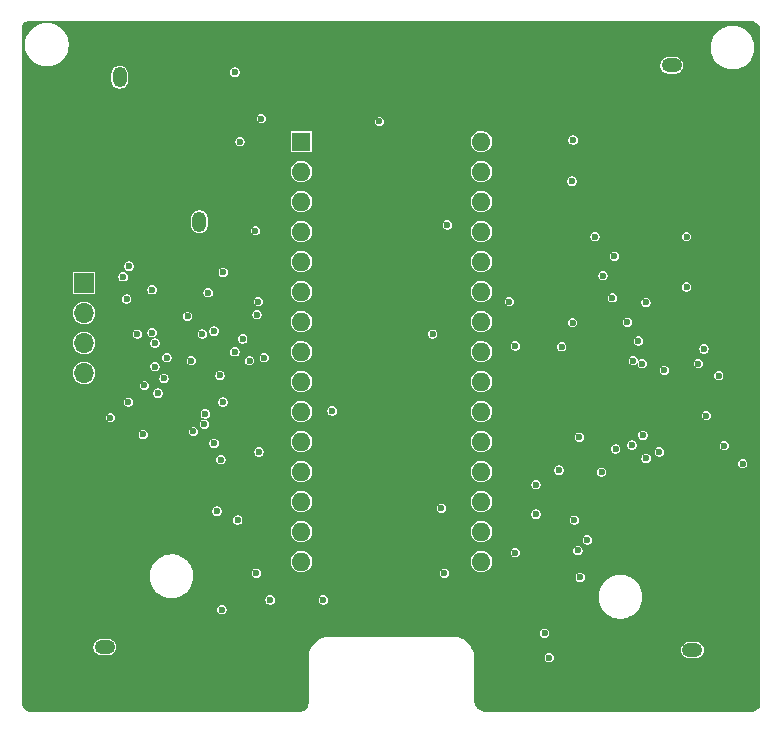
<source format=gbr>
%TF.GenerationSoftware,KiCad,Pcbnew,9.0.0*%
%TF.CreationDate,2025-10-30T20:26:06-05:00*%
%TF.ProjectId,kicad_proj1st,6b696361-645f-4707-926f-6a3173742e6b,rev?*%
%TF.SameCoordinates,Original*%
%TF.FileFunction,Copper,L3,Inr*%
%TF.FilePolarity,Positive*%
%FSLAX46Y46*%
G04 Gerber Fmt 4.6, Leading zero omitted, Abs format (unit mm)*
G04 Created by KiCad (PCBNEW 9.0.0) date 2025-10-30 20:26:06*
%MOMM*%
%LPD*%
G01*
G04 APERTURE LIST*
G04 Aperture macros list*
%AMRoundRect*
0 Rectangle with rounded corners*
0 $1 Rounding radius*
0 $2 $3 $4 $5 $6 $7 $8 $9 X,Y pos of 4 corners*
0 Add a 4 corners polygon primitive as box body*
4,1,4,$2,$3,$4,$5,$6,$7,$8,$9,$2,$3,0*
0 Add four circle primitives for the rounded corners*
1,1,$1+$1,$2,$3*
1,1,$1+$1,$4,$5*
1,1,$1+$1,$6,$7*
1,1,$1+$1,$8,$9*
0 Add four rect primitives between the rounded corners*
20,1,$1+$1,$2,$3,$4,$5,0*
20,1,$1+$1,$4,$5,$6,$7,0*
20,1,$1+$1,$6,$7,$8,$9,0*
20,1,$1+$1,$8,$9,$2,$3,0*%
G04 Aperture macros list end*
%TA.AperFunction,ComponentPad*%
%ADD10RoundRect,0.250000X0.625000X-0.350000X0.625000X0.350000X-0.625000X0.350000X-0.625000X-0.350000X0*%
%TD*%
%TA.AperFunction,ComponentPad*%
%ADD11O,1.750000X1.200000*%
%TD*%
%TA.AperFunction,ComponentPad*%
%ADD12RoundRect,0.250000X-0.625000X0.350000X-0.625000X-0.350000X0.625000X-0.350000X0.625000X0.350000X0*%
%TD*%
%TA.AperFunction,ComponentPad*%
%ADD13R,1.700000X1.700000*%
%TD*%
%TA.AperFunction,ComponentPad*%
%ADD14O,1.700000X1.700000*%
%TD*%
%TA.AperFunction,ComponentPad*%
%ADD15R,1.600000X1.600000*%
%TD*%
%TA.AperFunction,ComponentPad*%
%ADD16O,1.600000X1.600000*%
%TD*%
%TA.AperFunction,ComponentPad*%
%ADD17RoundRect,0.250000X-0.350000X-0.625000X0.350000X-0.625000X0.350000X0.625000X-0.350000X0.625000X0*%
%TD*%
%TA.AperFunction,ComponentPad*%
%ADD18O,1.200000X1.750000*%
%TD*%
%TA.AperFunction,ViaPad*%
%ADD19C,0.600000*%
%TD*%
G04 APERTURE END LIST*
D10*
%TO.N,V_BAT*%
%TO.C,J3*%
X104500000Y-45500000D03*
D11*
%TO.N,/Motor_Drain_1*%
X104500000Y-43500000D03*
%TD*%
D12*
%TO.N,V_BAT*%
%TO.C,J5*%
X106250000Y-91000000D03*
D11*
%TO.N,/Motor Drain 3*%
X106250000Y-93000000D03*
%TD*%
D13*
%TO.N,GND*%
%TO.C,J2*%
X54750000Y-61920000D03*
D14*
%TO.N,+3V3*%
X54750000Y-64460000D03*
%TO.N,R8EF_VIN*%
X54750000Y-67000000D03*
%TO.N,V_OUT*%
X54750000Y-69540000D03*
%TO.N,V_BAT*%
X54750000Y-72080000D03*
%TD*%
D15*
%TO.N,unconnected-(A2-D1{slash}TX-Pad1)*%
%TO.C,A2*%
X73140000Y-49950000D03*
D16*
%TO.N,unconnected-(A2-D0{slash}RX-Pad2)*%
X73140000Y-52490000D03*
%TO.N,unconnected-(A2-~{RESET}-Pad3)*%
X73140000Y-55030000D03*
%TO.N,GND*%
X73140000Y-57570000D03*
%TO.N,unconnected-(A2-D2-Pad5)*%
X73140000Y-60110000D03*
%TO.N,/MOTOR0_SWITCH1*%
X73140000Y-62650000D03*
%TO.N,/LIDAR_GPIO1*%
X73140000Y-65190000D03*
%TO.N,/Motor Switch2*%
X73140000Y-67730000D03*
%TO.N,/Motor Switch 3*%
X73140000Y-70270000D03*
%TO.N,/LIDAR_XSHUT*%
X73140000Y-72810000D03*
%TO.N,unconnected-(A2-D8-Pad11)*%
X73140000Y-75350000D03*
%TO.N,/Motor Switch 4*%
X73140000Y-77890000D03*
%TO.N,unconnected-(A2-D10-Pad13)*%
X73140000Y-80430000D03*
%TO.N,unconnected-(A2-D11-Pad14)*%
X73140000Y-82970000D03*
%TO.N,unconnected-(A2-D12-Pad15)*%
X73140000Y-85510000D03*
%TO.N,unconnected-(A2-D13-Pad16)*%
X88380000Y-85510000D03*
%TO.N,+3V3*%
X88380000Y-82970000D03*
%TO.N,unconnected-(A2-AREF-Pad18)*%
X88380000Y-80430000D03*
%TO.N,unconnected-(A2-A0-Pad19)*%
X88380000Y-77890000D03*
%TO.N,CH1*%
X88380000Y-75350000D03*
%TO.N,CH2*%
X88380000Y-72810000D03*
%TO.N,CH3*%
X88380000Y-70270000D03*
%TO.N,CH4*%
X88380000Y-67730000D03*
%TO.N,unconnected-(A2-A5-Pad24)*%
X88380000Y-65190000D03*
%TO.N,unconnected-(A2-A6-Pad25)*%
X88380000Y-62650000D03*
%TO.N,unconnected-(A2-A7-Pad26)*%
X88380000Y-60110000D03*
%TO.N,R8EF_VIN*%
X88380000Y-57570000D03*
%TO.N,unconnected-(A2-~{RESET}-Pad28)*%
X88380000Y-55030000D03*
%TO.N,GND*%
X88380000Y-52490000D03*
%TO.N,V_OUT*%
X88380000Y-49950000D03*
%TD*%
D12*
%TO.N,V_BAT*%
%TO.C,J6*%
X56500000Y-90750000D03*
D11*
%TO.N,/Motor Drain 4*%
X56500000Y-92750000D03*
%TD*%
D17*
%TO.N,V_BAT*%
%TO.C,J1*%
X62500000Y-56750000D03*
D18*
%TO.N,GND*%
X64500000Y-56750000D03*
%TD*%
D17*
%TO.N,V_BAT*%
%TO.C,J4*%
X55750000Y-44500000D03*
D18*
%TO.N,/Motor Drain 2*%
X57750000Y-44500000D03*
%TD*%
D19*
%TO.N,GND*%
X99650000Y-59650000D03*
X93725000Y-91575000D03*
X96100000Y-65275000D03*
X56975000Y-73325000D03*
X103875000Y-69325000D03*
X64925000Y-73875000D03*
X101125000Y-75650000D03*
X94950000Y-77775000D03*
X97350000Y-83675000D03*
X102046446Y-74821446D03*
X108950000Y-75700000D03*
X101675000Y-66825000D03*
X66325000Y-76875000D03*
X69325000Y-86500000D03*
X107225000Y-67500000D03*
X66525000Y-61025000D03*
X96050000Y-53300000D03*
X96675000Y-74975000D03*
X96150000Y-49825000D03*
X103450000Y-76225000D03*
X99750000Y-75975000D03*
X69375000Y-64600000D03*
X58350000Y-63275000D03*
X96750000Y-86850000D03*
X110500000Y-77225000D03*
X96550000Y-84575000D03*
X95175000Y-67325000D03*
X58550000Y-60500000D03*
X67950000Y-49950000D03*
X107425000Y-73150000D03*
X68175000Y-66650000D03*
X94125000Y-93650000D03*
X67500000Y-44075000D03*
X66400000Y-89575000D03*
X108475000Y-69775000D03*
X60500000Y-66125000D03*
X58050000Y-61400000D03*
X69550000Y-76225000D03*
X98675000Y-61300000D03*
%TO.N,+3V3*%
X99475000Y-63175000D03*
X105750000Y-58000000D03*
X70000000Y-68250000D03*
X91250000Y-67250000D03*
X102300000Y-63575000D03*
X93000000Y-79000000D03*
X60500000Y-62500000D03*
X65250000Y-62750000D03*
X69500000Y-63500000D03*
X98000000Y-58000000D03*
X93000000Y-81500000D03*
X91250000Y-84750000D03*
%TO.N,V_OUT*%
X58500000Y-72000000D03*
X85000000Y-81000000D03*
X79750000Y-48250000D03*
X69750000Y-48000000D03*
X70500000Y-88750000D03*
X75000000Y-88750000D03*
X85250000Y-86500000D03*
X65000000Y-73000000D03*
%TO.N,/LIDAR_GPIO1*%
X84250000Y-66250000D03*
X105750000Y-62250000D03*
%TO.N,R8EF_VIN*%
X63500000Y-64750000D03*
X69250000Y-57500000D03*
X85500000Y-57000000D03*
X60750000Y-67000000D03*
%TO.N,/LIDAR_XSHUT*%
X90750000Y-63500000D03*
X75750000Y-72750000D03*
%TO.N,Net-(U1-REGOUT)*%
X98550000Y-77925000D03*
X102325000Y-76775000D03*
%TO.N,Net-(U1-CPOUT)*%
X106750000Y-68750000D03*
X102000000Y-68750000D03*
%TO.N,V_BAT*%
X65675000Y-73225000D03*
X63625000Y-53050000D03*
X54600000Y-74500000D03*
X55825000Y-77500000D03*
X53375000Y-74700000D03*
X60400000Y-53900000D03*
%TO.N,Net-(U3-SW)*%
X65750000Y-75500000D03*
X65750000Y-66000000D03*
X67500000Y-67750000D03*
X66000000Y-81250000D03*
X66500000Y-72000000D03*
X67750000Y-82000000D03*
X63825000Y-68500000D03*
%TO.N,Net-(U3-VCC)*%
X96250000Y-82000000D03*
X60750000Y-69000000D03*
%TO.N,Net-(U3-COMP)*%
X59853554Y-70603554D03*
X61750000Y-68250000D03*
%TO.N,SCL*%
X100750000Y-65250000D03*
X101250000Y-68500000D03*
%TO.N,Net-(U3-FSW)*%
X64750000Y-66250000D03*
X68750000Y-68500000D03*
%TO.N,Net-(U3-ILIM)*%
X59250000Y-66250000D03*
X66250000Y-69750000D03*
%TO.N,Net-(U3-FB)*%
X61000000Y-71250000D03*
X59750000Y-74750000D03*
X61500000Y-70000000D03*
X64000000Y-74500000D03*
%TD*%
%TA.AperFunction,Conductor*%
%TO.N,V_BAT*%
G36*
X111250558Y-39750555D02*
G01*
X111395093Y-39764790D01*
X111397304Y-39765230D01*
X111466520Y-39786226D01*
X111535738Y-39807223D01*
X111537820Y-39808086D01*
X111665403Y-39876281D01*
X111667267Y-39877526D01*
X111742988Y-39939667D01*
X111779101Y-39969304D01*
X111780695Y-39970898D01*
X111872471Y-40082729D01*
X111873720Y-40084599D01*
X111941913Y-40212179D01*
X111942776Y-40214262D01*
X111984769Y-40352695D01*
X111985209Y-40354906D01*
X111999445Y-40499441D01*
X111999500Y-40500568D01*
X111999500Y-97499431D01*
X111999445Y-97500558D01*
X111985209Y-97645093D01*
X111984769Y-97647304D01*
X111942776Y-97785737D01*
X111941913Y-97787820D01*
X111873720Y-97915400D01*
X111872468Y-97917275D01*
X111780695Y-98029101D01*
X111779101Y-98030695D01*
X111667275Y-98122468D01*
X111665400Y-98123720D01*
X111537820Y-98191913D01*
X111535737Y-98192776D01*
X111397304Y-98234769D01*
X111395093Y-98235209D01*
X111250558Y-98249445D01*
X111249431Y-98249500D01*
X88750499Y-98249500D01*
X88749497Y-98249456D01*
X88577441Y-98234402D01*
X88575467Y-98234054D01*
X88409126Y-98189484D01*
X88407242Y-98188799D01*
X88251158Y-98116015D01*
X88249422Y-98115012D01*
X88108361Y-98016240D01*
X88106825Y-98014952D01*
X87985047Y-97893174D01*
X87983759Y-97891638D01*
X87884987Y-97750577D01*
X87883984Y-97748841D01*
X87836636Y-97647304D01*
X87811198Y-97592753D01*
X87810515Y-97590873D01*
X87765945Y-97424532D01*
X87765597Y-97422558D01*
X87750544Y-97250502D01*
X87750500Y-97249500D01*
X87750500Y-93699771D01*
X87750501Y-93699768D01*
X87750500Y-93638654D01*
X87750517Y-93638613D01*
X87750517Y-93597273D01*
X93724500Y-93597273D01*
X93724500Y-93702727D01*
X93751793Y-93804587D01*
X93804520Y-93895913D01*
X93879087Y-93970480D01*
X93970413Y-94023207D01*
X94072273Y-94050500D01*
X94177727Y-94050500D01*
X94279587Y-94023207D01*
X94370913Y-93970480D01*
X94445480Y-93895913D01*
X94498207Y-93804587D01*
X94525500Y-93702727D01*
X94525500Y-93597273D01*
X94498207Y-93495413D01*
X94445480Y-93404087D01*
X94370913Y-93329520D01*
X94370912Y-93329519D01*
X94279591Y-93276795D01*
X94279589Y-93276794D01*
X94279587Y-93276793D01*
X94279583Y-93276792D01*
X94279581Y-93276791D01*
X94177727Y-93249500D01*
X94072273Y-93249500D01*
X93970418Y-93276791D01*
X93970408Y-93276795D01*
X93879087Y-93329519D01*
X93804519Y-93404087D01*
X93751795Y-93495408D01*
X93751791Y-93495418D01*
X93738743Y-93544116D01*
X93724500Y-93597273D01*
X87750517Y-93597273D01*
X87750517Y-93596519D01*
X87750516Y-93508681D01*
X87748609Y-93495418D01*
X87714878Y-93260830D01*
X87644330Y-93020577D01*
X87603424Y-92931007D01*
X105274500Y-92931007D01*
X105274500Y-93068993D01*
X105292284Y-93158399D01*
X105301419Y-93204324D01*
X105301419Y-93204327D01*
X105354226Y-93331813D01*
X105380260Y-93370775D01*
X105430886Y-93446542D01*
X105528458Y-93544114D01*
X105643189Y-93620775D01*
X105770672Y-93673580D01*
X105906007Y-93700500D01*
X105906009Y-93700500D01*
X106593991Y-93700500D01*
X106593993Y-93700500D01*
X106729328Y-93673580D01*
X106856811Y-93620775D01*
X106971542Y-93544114D01*
X107069114Y-93446542D01*
X107145775Y-93331811D01*
X107198580Y-93204328D01*
X107225500Y-93068993D01*
X107225500Y-92931007D01*
X107198580Y-92795672D01*
X107145775Y-92668189D01*
X107069114Y-92553458D01*
X106971542Y-92455886D01*
X106915125Y-92418189D01*
X106856813Y-92379226D01*
X106729326Y-92326419D01*
X106647831Y-92310209D01*
X106593993Y-92299500D01*
X105906007Y-92299500D01*
X105838800Y-92312868D01*
X105770675Y-92326419D01*
X105770672Y-92326419D01*
X105643186Y-92379226D01*
X105528461Y-92455883D01*
X105430883Y-92553461D01*
X105354226Y-92668186D01*
X105301419Y-92795672D01*
X105301419Y-92795675D01*
X105296781Y-92818993D01*
X105274500Y-92931007D01*
X87603424Y-92931007D01*
X87540309Y-92792809D01*
X87468458Y-92681008D01*
X87404937Y-92582168D01*
X87404928Y-92582157D01*
X87295511Y-92455886D01*
X87240956Y-92392927D01*
X87051718Y-92228953D01*
X87051715Y-92228951D01*
X87051714Y-92228950D01*
X87051713Y-92228949D01*
X86841082Y-92093586D01*
X86841074Y-92093581D01*
X86841070Y-92093579D01*
X86841065Y-92093577D01*
X86841062Y-92093575D01*
X86742790Y-92048696D01*
X86613301Y-91989562D01*
X86546459Y-91969935D01*
X86373053Y-91919018D01*
X86373047Y-91919017D01*
X86125198Y-91883382D01*
X86125194Y-91883382D01*
X86000000Y-91883383D01*
X75433478Y-91883383D01*
X75433221Y-91883400D01*
X75374803Y-91883400D01*
X75129699Y-91918640D01*
X75126950Y-91919036D01*
X74886706Y-91989579D01*
X74886705Y-91989579D01*
X74658931Y-92093598D01*
X74448297Y-92228963D01*
X74448296Y-92228964D01*
X74259061Y-92392936D01*
X74259053Y-92392944D01*
X74095086Y-92582168D01*
X74095077Y-92582179D01*
X73959714Y-92792805D01*
X73959703Y-92792825D01*
X73855687Y-93020582D01*
X73855687Y-93020583D01*
X73785141Y-93260827D01*
X73749501Y-93508682D01*
X73749501Y-93567277D01*
X73749500Y-93567295D01*
X73749500Y-93633876D01*
X73749499Y-93700688D01*
X73749500Y-93700701D01*
X73749500Y-97499431D01*
X73749445Y-97500558D01*
X73735209Y-97645093D01*
X73734769Y-97647304D01*
X73692776Y-97785737D01*
X73691913Y-97787820D01*
X73623720Y-97915400D01*
X73622468Y-97917275D01*
X73530695Y-98029101D01*
X73529101Y-98030695D01*
X73417275Y-98122468D01*
X73415400Y-98123720D01*
X73287820Y-98191913D01*
X73285737Y-98192776D01*
X73147304Y-98234769D01*
X73145093Y-98235209D01*
X73000558Y-98249445D01*
X72999431Y-98249500D01*
X50250569Y-98249500D01*
X50249442Y-98249445D01*
X50104906Y-98235209D01*
X50102695Y-98234769D01*
X49964262Y-98192776D01*
X49962179Y-98191913D01*
X49834599Y-98123720D01*
X49832729Y-98122471D01*
X49720898Y-98030695D01*
X49719304Y-98029101D01*
X49707692Y-98014952D01*
X49627526Y-97917267D01*
X49626279Y-97915400D01*
X49615064Y-97894419D01*
X49558086Y-97787820D01*
X49557223Y-97785737D01*
X49515230Y-97647304D01*
X49514790Y-97645093D01*
X49500555Y-97500558D01*
X49500500Y-97499431D01*
X49500500Y-92681008D01*
X55524500Y-92681008D01*
X55524500Y-92818991D01*
X55551419Y-92954324D01*
X55551419Y-92954327D01*
X55604226Y-93081813D01*
X55680883Y-93196538D01*
X55680886Y-93196542D01*
X55778458Y-93294114D01*
X55893189Y-93370775D01*
X56020672Y-93423580D01*
X56156007Y-93450500D01*
X56156009Y-93450500D01*
X56843991Y-93450500D01*
X56843993Y-93450500D01*
X56979328Y-93423580D01*
X57106811Y-93370775D01*
X57221542Y-93294114D01*
X57319114Y-93196542D01*
X57395775Y-93081811D01*
X57448580Y-92954328D01*
X57475500Y-92818993D01*
X57475500Y-92681007D01*
X57448580Y-92545672D01*
X57395775Y-92418189D01*
X57319114Y-92303458D01*
X57221542Y-92205886D01*
X57221538Y-92205883D01*
X57106813Y-92129226D01*
X56979326Y-92076419D01*
X56897831Y-92060209D01*
X56843993Y-92049500D01*
X56156007Y-92049500D01*
X56088800Y-92062868D01*
X56020675Y-92076419D01*
X56020672Y-92076419D01*
X55893186Y-92129226D01*
X55778461Y-92205883D01*
X55680883Y-92303461D01*
X55604226Y-92418186D01*
X55551419Y-92545672D01*
X55551419Y-92545675D01*
X55524500Y-92681008D01*
X49500500Y-92681008D01*
X49500500Y-91522273D01*
X93324500Y-91522273D01*
X93324500Y-91627727D01*
X93351793Y-91729587D01*
X93404520Y-91820913D01*
X93479087Y-91895480D01*
X93570413Y-91948207D01*
X93672273Y-91975500D01*
X93777727Y-91975500D01*
X93879587Y-91948207D01*
X93970913Y-91895480D01*
X94045480Y-91820913D01*
X94098207Y-91729587D01*
X94125500Y-91627727D01*
X94125500Y-91522273D01*
X94098207Y-91420413D01*
X94045480Y-91329087D01*
X93970913Y-91254520D01*
X93970912Y-91254519D01*
X93879591Y-91201795D01*
X93879589Y-91201794D01*
X93879587Y-91201793D01*
X93879583Y-91201792D01*
X93879581Y-91201791D01*
X93777727Y-91174500D01*
X93672273Y-91174500D01*
X93570418Y-91201791D01*
X93570408Y-91201795D01*
X93479087Y-91254519D01*
X93404519Y-91329087D01*
X93351795Y-91420408D01*
X93351791Y-91420418D01*
X93324500Y-91522273D01*
X49500500Y-91522273D01*
X49500500Y-89522273D01*
X65999500Y-89522273D01*
X65999500Y-89627726D01*
X66024302Y-89720293D01*
X66026793Y-89729587D01*
X66079520Y-89820913D01*
X66154087Y-89895480D01*
X66245413Y-89948207D01*
X66347273Y-89975500D01*
X66452727Y-89975500D01*
X66554587Y-89948207D01*
X66645913Y-89895480D01*
X66720480Y-89820913D01*
X66773207Y-89729587D01*
X66800500Y-89627727D01*
X66800500Y-89522273D01*
X66773207Y-89420413D01*
X66720480Y-89329087D01*
X66645913Y-89254520D01*
X66645912Y-89254519D01*
X66554591Y-89201795D01*
X66554589Y-89201794D01*
X66554587Y-89201793D01*
X66554583Y-89201792D01*
X66554581Y-89201791D01*
X66452727Y-89174500D01*
X66347273Y-89174500D01*
X66245418Y-89201791D01*
X66245408Y-89201795D01*
X66154087Y-89254519D01*
X66079519Y-89329087D01*
X66026795Y-89420408D01*
X66026791Y-89420418D01*
X65999500Y-89522273D01*
X49500500Y-89522273D01*
X49500500Y-88697273D01*
X70099500Y-88697273D01*
X70099500Y-88802727D01*
X70126793Y-88904587D01*
X70179520Y-88995913D01*
X70254087Y-89070480D01*
X70345413Y-89123207D01*
X70447273Y-89150500D01*
X70552727Y-89150500D01*
X70654587Y-89123207D01*
X70745913Y-89070480D01*
X70820480Y-88995913D01*
X70873207Y-88904587D01*
X70900500Y-88802727D01*
X70900500Y-88697273D01*
X74599500Y-88697273D01*
X74599500Y-88802727D01*
X74626793Y-88904587D01*
X74679520Y-88995913D01*
X74754087Y-89070480D01*
X74845413Y-89123207D01*
X74947273Y-89150500D01*
X75052727Y-89150500D01*
X75154587Y-89123207D01*
X75245913Y-89070480D01*
X75320480Y-88995913D01*
X75373207Y-88904587D01*
X75400500Y-88802727D01*
X75400500Y-88697273D01*
X75373207Y-88595413D01*
X75320480Y-88504087D01*
X75245913Y-88429520D01*
X75245912Y-88429519D01*
X75174930Y-88388538D01*
X75158332Y-88378955D01*
X98306918Y-88378955D01*
X98306918Y-88417098D01*
X98306918Y-88621045D01*
X98338517Y-88861064D01*
X98338518Y-88861068D01*
X98338519Y-88861075D01*
X98338519Y-88861076D01*
X98401172Y-89094899D01*
X98401172Y-89094900D01*
X98493819Y-89318571D01*
X98614860Y-89528220D01*
X98614862Y-89528223D01*
X98614863Y-89528224D01*
X98762238Y-89720287D01*
X98933422Y-89891471D01*
X99125485Y-90038846D01*
X99125488Y-90038848D01*
X99335137Y-90159889D01*
X99335138Y-90159889D01*
X99335141Y-90159891D01*
X99558804Y-90252535D01*
X99558808Y-90252536D01*
X99792633Y-90315189D01*
X99792634Y-90315189D01*
X99792645Y-90315192D01*
X100032664Y-90346791D01*
X100032668Y-90346791D01*
X100274750Y-90346791D01*
X100274754Y-90346791D01*
X100514773Y-90315192D01*
X100514784Y-90315189D01*
X100514785Y-90315189D01*
X100575968Y-90298794D01*
X100748614Y-90252535D01*
X100972277Y-90159891D01*
X101181933Y-90038846D01*
X101373996Y-89891471D01*
X101545180Y-89720287D01*
X101692555Y-89528224D01*
X101813600Y-89318568D01*
X101906244Y-89094905D01*
X101968901Y-88861064D01*
X102000500Y-88621045D01*
X102000500Y-88378955D01*
X101968901Y-88138936D01*
X101906244Y-87905095D01*
X101813600Y-87681432D01*
X101800234Y-87658282D01*
X101692557Y-87471779D01*
X101692555Y-87471776D01*
X101545180Y-87279713D01*
X101373996Y-87108529D01*
X101181933Y-86961154D01*
X101181932Y-86961153D01*
X101181929Y-86961151D01*
X100972280Y-86840110D01*
X100748609Y-86747463D01*
X100514784Y-86684810D01*
X100514777Y-86684809D01*
X100514773Y-86684808D01*
X100320989Y-86659295D01*
X100274755Y-86653209D01*
X100274754Y-86653209D01*
X100032664Y-86653209D01*
X100032662Y-86653209D01*
X99940193Y-86665382D01*
X99792645Y-86684808D01*
X99792641Y-86684808D01*
X99792633Y-86684810D01*
X99792632Y-86684810D01*
X99558809Y-86747463D01*
X99558808Y-86747463D01*
X99335137Y-86840110D01*
X99125488Y-86961151D01*
X99080698Y-86995520D01*
X98933422Y-87108529D01*
X98933417Y-87108534D01*
X98933415Y-87108535D01*
X98762244Y-87279706D01*
X98762243Y-87279708D01*
X98762238Y-87279713D01*
X98670128Y-87399752D01*
X98614860Y-87471779D01*
X98493819Y-87681428D01*
X98401172Y-87905099D01*
X98401172Y-87905100D01*
X98338519Y-88138923D01*
X98338519Y-88138924D01*
X98338517Y-88138932D01*
X98338517Y-88138936D01*
X98323305Y-88254480D01*
X98307203Y-88376793D01*
X98306918Y-88378955D01*
X75158332Y-88378955D01*
X75154591Y-88376795D01*
X75154589Y-88376794D01*
X75154587Y-88376793D01*
X75154583Y-88376792D01*
X75154581Y-88376791D01*
X75052727Y-88349500D01*
X74947273Y-88349500D01*
X74845418Y-88376791D01*
X74845408Y-88376795D01*
X74754087Y-88429519D01*
X74679519Y-88504087D01*
X74626795Y-88595408D01*
X74626791Y-88595418D01*
X74599500Y-88697273D01*
X70900500Y-88697273D01*
X70873207Y-88595413D01*
X70820480Y-88504087D01*
X70745913Y-88429520D01*
X70745912Y-88429519D01*
X70654591Y-88376795D01*
X70654589Y-88376794D01*
X70654587Y-88376793D01*
X70654583Y-88376792D01*
X70654581Y-88376791D01*
X70552727Y-88349500D01*
X70447273Y-88349500D01*
X70345418Y-88376791D01*
X70345408Y-88376795D01*
X70254087Y-88429519D01*
X70179519Y-88504087D01*
X70126795Y-88595408D01*
X70126791Y-88595418D01*
X70099500Y-88697273D01*
X49500500Y-88697273D01*
X49500500Y-86628955D01*
X60306918Y-86628955D01*
X60306918Y-86667098D01*
X60306918Y-86871045D01*
X60338517Y-87111064D01*
X60338518Y-87111068D01*
X60338519Y-87111075D01*
X60338519Y-87111076D01*
X60401172Y-87344899D01*
X60401172Y-87344900D01*
X60493819Y-87568571D01*
X60614860Y-87778220D01*
X60614862Y-87778223D01*
X60614863Y-87778224D01*
X60762238Y-87970287D01*
X60933422Y-88141471D01*
X61125485Y-88288846D01*
X61125488Y-88288848D01*
X61335137Y-88409889D01*
X61335138Y-88409889D01*
X61335141Y-88409891D01*
X61558804Y-88502535D01*
X61558808Y-88502536D01*
X61792633Y-88565189D01*
X61792634Y-88565189D01*
X61792645Y-88565192D01*
X62032664Y-88596791D01*
X62032668Y-88596791D01*
X62274750Y-88596791D01*
X62274754Y-88596791D01*
X62514773Y-88565192D01*
X62514784Y-88565189D01*
X62514785Y-88565189D01*
X62575968Y-88548794D01*
X62748614Y-88502535D01*
X62972277Y-88409891D01*
X63181933Y-88288846D01*
X63373996Y-88141471D01*
X63545180Y-87970287D01*
X63692555Y-87778224D01*
X63813600Y-87568568D01*
X63906244Y-87344905D01*
X63968901Y-87111064D01*
X64000500Y-86871045D01*
X64000500Y-86628955D01*
X63976581Y-86447273D01*
X68924500Y-86447273D01*
X68924500Y-86552726D01*
X68951791Y-86654581D01*
X68951795Y-86654591D01*
X68975366Y-86695418D01*
X69004520Y-86745913D01*
X69079087Y-86820480D01*
X69170413Y-86873207D01*
X69272273Y-86900500D01*
X69377727Y-86900500D01*
X69479587Y-86873207D01*
X69570913Y-86820480D01*
X69645480Y-86745913D01*
X69698207Y-86654587D01*
X69725500Y-86552727D01*
X69725500Y-86447273D01*
X84849500Y-86447273D01*
X84849500Y-86552726D01*
X84876791Y-86654581D01*
X84876795Y-86654591D01*
X84900366Y-86695418D01*
X84929520Y-86745913D01*
X85004087Y-86820480D01*
X85095413Y-86873207D01*
X85197273Y-86900500D01*
X85302727Y-86900500D01*
X85404587Y-86873207D01*
X85495913Y-86820480D01*
X85519120Y-86797273D01*
X96349500Y-86797273D01*
X96349500Y-86902726D01*
X96374363Y-86995520D01*
X96376793Y-87004587D01*
X96429520Y-87095913D01*
X96504087Y-87170480D01*
X96595413Y-87223207D01*
X96697273Y-87250500D01*
X96802727Y-87250500D01*
X96904587Y-87223207D01*
X96995913Y-87170480D01*
X97070480Y-87095913D01*
X97123207Y-87004587D01*
X97150500Y-86902727D01*
X97150500Y-86797273D01*
X97123207Y-86695413D01*
X97070480Y-86604087D01*
X96995913Y-86529520D01*
X96995912Y-86529519D01*
X96904591Y-86476795D01*
X96904589Y-86476794D01*
X96904587Y-86476793D01*
X96904583Y-86476792D01*
X96904581Y-86476791D01*
X96802727Y-86449500D01*
X96697273Y-86449500D01*
X96595418Y-86476791D01*
X96595408Y-86476795D01*
X96504087Y-86529519D01*
X96429519Y-86604087D01*
X96376795Y-86695408D01*
X96376791Y-86695418D01*
X96349500Y-86797273D01*
X85519120Y-86797273D01*
X85570480Y-86745913D01*
X85623207Y-86654587D01*
X85650500Y-86552727D01*
X85650500Y-86447273D01*
X85623207Y-86345413D01*
X85570480Y-86254087D01*
X85495913Y-86179520D01*
X85495912Y-86179519D01*
X85404591Y-86126795D01*
X85404589Y-86126794D01*
X85404587Y-86126793D01*
X85404583Y-86126792D01*
X85404581Y-86126791D01*
X85302727Y-86099500D01*
X85197273Y-86099500D01*
X85095418Y-86126791D01*
X85095408Y-86126795D01*
X85004087Y-86179519D01*
X84929519Y-86254087D01*
X84876795Y-86345408D01*
X84876791Y-86345418D01*
X84849500Y-86447273D01*
X69725500Y-86447273D01*
X69698207Y-86345413D01*
X69645480Y-86254087D01*
X69570913Y-86179520D01*
X69570912Y-86179519D01*
X69479591Y-86126795D01*
X69479589Y-86126794D01*
X69479587Y-86126793D01*
X69479583Y-86126792D01*
X69479581Y-86126791D01*
X69377727Y-86099500D01*
X69272273Y-86099500D01*
X69170418Y-86126791D01*
X69170408Y-86126795D01*
X69079087Y-86179519D01*
X69004519Y-86254087D01*
X68951795Y-86345408D01*
X68951791Y-86345418D01*
X68924500Y-86447273D01*
X63976581Y-86447273D01*
X63968901Y-86388936D01*
X63965406Y-86375894D01*
X63921876Y-86213436D01*
X63906244Y-86155095D01*
X63813600Y-85931432D01*
X63800234Y-85908282D01*
X63692557Y-85721779D01*
X63692555Y-85721776D01*
X63545180Y-85529713D01*
X63436777Y-85421310D01*
X72239500Y-85421310D01*
X72239500Y-85598689D01*
X72274105Y-85772662D01*
X72274105Y-85772665D01*
X72341988Y-85936549D01*
X72440533Y-86084031D01*
X72440536Y-86084035D01*
X72565965Y-86209464D01*
X72713453Y-86308013D01*
X72877334Y-86375894D01*
X73051309Y-86410500D01*
X73051311Y-86410500D01*
X73228689Y-86410500D01*
X73228691Y-86410500D01*
X73402666Y-86375894D01*
X73566547Y-86308013D01*
X73714035Y-86209464D01*
X73839464Y-86084035D01*
X73938013Y-85936547D01*
X74005894Y-85772666D01*
X74040500Y-85598691D01*
X74040500Y-85421310D01*
X87479500Y-85421310D01*
X87479500Y-85598689D01*
X87514105Y-85772662D01*
X87514105Y-85772665D01*
X87581988Y-85936549D01*
X87680533Y-86084031D01*
X87680536Y-86084035D01*
X87805965Y-86209464D01*
X87953453Y-86308013D01*
X88117334Y-86375894D01*
X88291309Y-86410500D01*
X88291311Y-86410500D01*
X88468689Y-86410500D01*
X88468691Y-86410500D01*
X88642666Y-86375894D01*
X88806547Y-86308013D01*
X88954035Y-86209464D01*
X89079464Y-86084035D01*
X89178013Y-85936547D01*
X89245894Y-85772666D01*
X89280500Y-85598691D01*
X89280500Y-85421309D01*
X89245894Y-85247334D01*
X89178013Y-85083453D01*
X89079464Y-84935965D01*
X88954035Y-84810536D01*
X88954031Y-84810533D01*
X88806549Y-84711988D01*
X88806547Y-84711987D01*
X88771024Y-84697273D01*
X90849500Y-84697273D01*
X90849500Y-84802727D01*
X90854373Y-84820912D01*
X90876791Y-84904581D01*
X90876795Y-84904591D01*
X90917734Y-84975500D01*
X90929520Y-84995913D01*
X91004087Y-85070480D01*
X91095413Y-85123207D01*
X91197273Y-85150500D01*
X91302727Y-85150500D01*
X91404587Y-85123207D01*
X91495913Y-85070480D01*
X91570480Y-84995913D01*
X91623207Y-84904587D01*
X91650500Y-84802727D01*
X91650500Y-84697273D01*
X91623207Y-84595413D01*
X91580980Y-84522273D01*
X96149500Y-84522273D01*
X96149500Y-84627727D01*
X96153889Y-84644106D01*
X96176791Y-84729581D01*
X96176795Y-84729591D01*
X96223528Y-84810536D01*
X96229520Y-84820913D01*
X96304087Y-84895480D01*
X96395413Y-84948207D01*
X96497273Y-84975500D01*
X96602727Y-84975500D01*
X96704587Y-84948207D01*
X96795913Y-84895480D01*
X96870480Y-84820913D01*
X96923207Y-84729587D01*
X96950500Y-84627727D01*
X96950500Y-84522273D01*
X96923207Y-84420413D01*
X96870480Y-84329087D01*
X96795913Y-84254520D01*
X96795912Y-84254519D01*
X96704591Y-84201795D01*
X96704589Y-84201794D01*
X96704587Y-84201793D01*
X96704583Y-84201792D01*
X96704581Y-84201791D01*
X96602727Y-84174500D01*
X96497273Y-84174500D01*
X96395418Y-84201791D01*
X96395408Y-84201795D01*
X96304087Y-84254519D01*
X96229519Y-84329087D01*
X96176795Y-84420408D01*
X96176791Y-84420418D01*
X96154373Y-84504087D01*
X96149500Y-84522273D01*
X91580980Y-84522273D01*
X91570480Y-84504087D01*
X91495913Y-84429520D01*
X91495912Y-84429519D01*
X91404591Y-84376795D01*
X91404589Y-84376794D01*
X91404587Y-84376793D01*
X91404583Y-84376792D01*
X91404581Y-84376791D01*
X91302727Y-84349500D01*
X91197273Y-84349500D01*
X91095418Y-84376791D01*
X91095408Y-84376795D01*
X91004087Y-84429519D01*
X90929519Y-84504087D01*
X90876795Y-84595408D01*
X90876791Y-84595418D01*
X90863746Y-84644105D01*
X90849500Y-84697273D01*
X88771024Y-84697273D01*
X88642666Y-84644106D01*
X88642664Y-84644105D01*
X88537901Y-84623266D01*
X88468691Y-84609500D01*
X88291309Y-84609500D01*
X88204913Y-84626685D01*
X88117337Y-84644105D01*
X88117334Y-84644105D01*
X87953450Y-84711988D01*
X87805968Y-84810533D01*
X87680533Y-84935968D01*
X87581988Y-85083450D01*
X87514105Y-85247334D01*
X87514105Y-85247337D01*
X87479500Y-85421310D01*
X74040500Y-85421310D01*
X74040500Y-85421309D01*
X74005894Y-85247334D01*
X73938013Y-85083453D01*
X73839464Y-84935965D01*
X73714035Y-84810536D01*
X73714031Y-84810533D01*
X73566549Y-84711988D01*
X73554854Y-84707144D01*
X73402666Y-84644106D01*
X73402664Y-84644105D01*
X73297901Y-84623266D01*
X73228691Y-84609500D01*
X73051309Y-84609500D01*
X72964913Y-84626685D01*
X72877337Y-84644105D01*
X72877334Y-84644105D01*
X72713450Y-84711988D01*
X72565968Y-84810533D01*
X72440533Y-84935968D01*
X72341988Y-85083450D01*
X72274105Y-85247334D01*
X72274105Y-85247337D01*
X72239500Y-85421310D01*
X63436777Y-85421310D01*
X63373996Y-85358529D01*
X63181933Y-85211154D01*
X63181932Y-85211153D01*
X63181929Y-85211151D01*
X62972280Y-85090110D01*
X62748609Y-84997463D01*
X62514784Y-84934810D01*
X62514777Y-84934809D01*
X62514773Y-84934808D01*
X62320989Y-84909295D01*
X62274755Y-84903209D01*
X62274754Y-84903209D01*
X62032664Y-84903209D01*
X62032662Y-84903209D01*
X61940193Y-84915382D01*
X61792645Y-84934808D01*
X61792641Y-84934808D01*
X61792633Y-84934810D01*
X61792632Y-84934810D01*
X61558809Y-84997463D01*
X61558808Y-84997463D01*
X61335137Y-85090110D01*
X61125488Y-85211151D01*
X61078334Y-85247334D01*
X60933422Y-85358529D01*
X60933417Y-85358534D01*
X60933415Y-85358535D01*
X60762244Y-85529706D01*
X60762243Y-85529708D01*
X60762238Y-85529713D01*
X60670128Y-85649752D01*
X60614860Y-85721779D01*
X60493819Y-85931428D01*
X60401172Y-86155099D01*
X60401172Y-86155100D01*
X60338519Y-86388923D01*
X60338519Y-86388924D01*
X60338517Y-86388932D01*
X60338517Y-86388936D01*
X60306918Y-86628955D01*
X49500500Y-86628955D01*
X49500500Y-82881310D01*
X72239500Y-82881310D01*
X72239500Y-83058689D01*
X72274105Y-83232662D01*
X72274105Y-83232665D01*
X72341988Y-83396549D01*
X72440533Y-83544031D01*
X72440536Y-83544035D01*
X72565965Y-83669464D01*
X72713453Y-83768013D01*
X72877334Y-83835894D01*
X73051309Y-83870500D01*
X73051311Y-83870500D01*
X73228689Y-83870500D01*
X73228691Y-83870500D01*
X73402666Y-83835894D01*
X73566547Y-83768013D01*
X73714035Y-83669464D01*
X73839464Y-83544035D01*
X73938013Y-83396547D01*
X74005894Y-83232666D01*
X74040500Y-83058691D01*
X74040500Y-82881310D01*
X87479500Y-82881310D01*
X87479500Y-83058689D01*
X87514105Y-83232662D01*
X87514105Y-83232665D01*
X87581988Y-83396549D01*
X87680533Y-83544031D01*
X87680536Y-83544035D01*
X87805965Y-83669464D01*
X87953453Y-83768013D01*
X88117334Y-83835894D01*
X88291309Y-83870500D01*
X88291311Y-83870500D01*
X88468689Y-83870500D01*
X88468691Y-83870500D01*
X88642666Y-83835894D01*
X88806547Y-83768013D01*
X88954035Y-83669464D01*
X89001226Y-83622273D01*
X96949500Y-83622273D01*
X96949500Y-83727727D01*
X96976793Y-83829587D01*
X97029520Y-83920913D01*
X97104087Y-83995480D01*
X97195413Y-84048207D01*
X97297273Y-84075500D01*
X97402727Y-84075500D01*
X97504587Y-84048207D01*
X97595913Y-83995480D01*
X97670480Y-83920913D01*
X97723207Y-83829587D01*
X97750500Y-83727727D01*
X97750500Y-83622273D01*
X97723207Y-83520413D01*
X97670480Y-83429087D01*
X97595913Y-83354520D01*
X97595912Y-83354519D01*
X97504591Y-83301795D01*
X97504589Y-83301794D01*
X97504587Y-83301793D01*
X97504583Y-83301792D01*
X97504581Y-83301791D01*
X97402727Y-83274500D01*
X97297273Y-83274500D01*
X97195418Y-83301791D01*
X97195408Y-83301795D01*
X97104087Y-83354519D01*
X97029519Y-83429087D01*
X96976795Y-83520408D01*
X96976791Y-83520418D01*
X96951881Y-83613387D01*
X96949500Y-83622273D01*
X89001226Y-83622273D01*
X89079464Y-83544035D01*
X89178013Y-83396547D01*
X89245894Y-83232666D01*
X89280500Y-83058691D01*
X89280500Y-82881309D01*
X89245894Y-82707334D01*
X89178013Y-82543453D01*
X89079464Y-82395965D01*
X88954035Y-82270536D01*
X88954031Y-82270533D01*
X88806549Y-82171988D01*
X88642664Y-82104105D01*
X88537901Y-82083266D01*
X88468691Y-82069500D01*
X88291309Y-82069500D01*
X88204913Y-82086685D01*
X88117337Y-82104105D01*
X88117334Y-82104105D01*
X87953450Y-82171988D01*
X87805968Y-82270533D01*
X87680533Y-82395968D01*
X87581988Y-82543450D01*
X87514105Y-82707334D01*
X87514105Y-82707337D01*
X87479500Y-82881310D01*
X74040500Y-82881310D01*
X74040500Y-82881309D01*
X74005894Y-82707334D01*
X73938013Y-82543453D01*
X73839464Y-82395965D01*
X73714035Y-82270536D01*
X73714031Y-82270533D01*
X73566549Y-82171988D01*
X73402664Y-82104105D01*
X73297901Y-82083266D01*
X73228691Y-82069500D01*
X73051309Y-82069500D01*
X72964913Y-82086685D01*
X72877337Y-82104105D01*
X72877334Y-82104105D01*
X72713450Y-82171988D01*
X72565968Y-82270533D01*
X72440533Y-82395968D01*
X72341988Y-82543450D01*
X72274105Y-82707334D01*
X72274105Y-82707337D01*
X72239500Y-82881310D01*
X49500500Y-82881310D01*
X49500500Y-81947273D01*
X67349500Y-81947273D01*
X67349500Y-82052726D01*
X67363266Y-82104105D01*
X67376793Y-82154587D01*
X67429520Y-82245913D01*
X67504087Y-82320480D01*
X67595413Y-82373207D01*
X67697273Y-82400500D01*
X67802727Y-82400500D01*
X67904587Y-82373207D01*
X67995913Y-82320480D01*
X68070480Y-82245913D01*
X68123207Y-82154587D01*
X68150500Y-82052727D01*
X68150500Y-81947273D01*
X95849500Y-81947273D01*
X95849500Y-82052726D01*
X95863266Y-82104105D01*
X95876793Y-82154587D01*
X95929520Y-82245913D01*
X96004087Y-82320480D01*
X96095413Y-82373207D01*
X96197273Y-82400500D01*
X96302727Y-82400500D01*
X96404587Y-82373207D01*
X96495913Y-82320480D01*
X96570480Y-82245913D01*
X96623207Y-82154587D01*
X96650500Y-82052727D01*
X96650500Y-81947273D01*
X96623207Y-81845413D01*
X96570480Y-81754087D01*
X96495913Y-81679520D01*
X96495912Y-81679519D01*
X96404591Y-81626795D01*
X96404589Y-81626794D01*
X96404587Y-81626793D01*
X96404583Y-81626792D01*
X96404581Y-81626791D01*
X96302727Y-81599500D01*
X96197273Y-81599500D01*
X96095418Y-81626791D01*
X96095408Y-81626795D01*
X96004087Y-81679519D01*
X95929519Y-81754087D01*
X95876795Y-81845408D01*
X95876791Y-81845418D01*
X95849500Y-81947273D01*
X68150500Y-81947273D01*
X68123207Y-81845413D01*
X68070480Y-81754087D01*
X67995913Y-81679520D01*
X67995912Y-81679519D01*
X67904591Y-81626795D01*
X67904589Y-81626794D01*
X67904587Y-81626793D01*
X67904583Y-81626792D01*
X67904581Y-81626791D01*
X67802727Y-81599500D01*
X67697273Y-81599500D01*
X67595418Y-81626791D01*
X67595408Y-81626795D01*
X67504087Y-81679519D01*
X67429519Y-81754087D01*
X67376795Y-81845408D01*
X67376791Y-81845418D01*
X67349500Y-81947273D01*
X49500500Y-81947273D01*
X49500500Y-81197273D01*
X65599500Y-81197273D01*
X65599500Y-81302726D01*
X65626791Y-81404581D01*
X65626795Y-81404591D01*
X65651437Y-81447273D01*
X65679520Y-81495913D01*
X65754087Y-81570480D01*
X65845413Y-81623207D01*
X65947273Y-81650500D01*
X66052727Y-81650500D01*
X66154587Y-81623207D01*
X66245913Y-81570480D01*
X66320480Y-81495913D01*
X66348562Y-81447273D01*
X92599500Y-81447273D01*
X92599500Y-81552726D01*
X92619345Y-81626793D01*
X92626793Y-81654587D01*
X92679520Y-81745913D01*
X92754087Y-81820480D01*
X92845413Y-81873207D01*
X92947273Y-81900500D01*
X93052727Y-81900500D01*
X93154587Y-81873207D01*
X93245913Y-81820480D01*
X93320480Y-81745913D01*
X93373207Y-81654587D01*
X93400500Y-81552727D01*
X93400500Y-81447273D01*
X93373207Y-81345413D01*
X93320480Y-81254087D01*
X93245913Y-81179520D01*
X93245912Y-81179519D01*
X93154591Y-81126795D01*
X93154589Y-81126794D01*
X93154587Y-81126793D01*
X93154583Y-81126792D01*
X93154581Y-81126791D01*
X93052727Y-81099500D01*
X92947273Y-81099500D01*
X92845418Y-81126791D01*
X92845408Y-81126795D01*
X92754087Y-81179519D01*
X92679519Y-81254087D01*
X92626795Y-81345408D01*
X92626791Y-81345418D01*
X92599500Y-81447273D01*
X66348562Y-81447273D01*
X66373207Y-81404587D01*
X66400500Y-81302727D01*
X66400500Y-81197273D01*
X66373207Y-81095413D01*
X66320480Y-81004087D01*
X66245913Y-80929520D01*
X66245912Y-80929519D01*
X66154591Y-80876795D01*
X66154589Y-80876794D01*
X66154587Y-80876793D01*
X66154583Y-80876792D01*
X66154581Y-80876791D01*
X66052727Y-80849500D01*
X65947273Y-80849500D01*
X65845418Y-80876791D01*
X65845408Y-80876795D01*
X65754087Y-80929519D01*
X65679519Y-81004087D01*
X65626795Y-81095408D01*
X65626791Y-81095418D01*
X65599500Y-81197273D01*
X49500500Y-81197273D01*
X49500500Y-80341310D01*
X72239500Y-80341310D01*
X72239500Y-80518689D01*
X72274105Y-80692662D01*
X72274105Y-80692665D01*
X72341988Y-80856549D01*
X72440533Y-81004031D01*
X72440536Y-81004035D01*
X72565965Y-81129464D01*
X72713453Y-81228013D01*
X72877334Y-81295894D01*
X73051309Y-81330500D01*
X73051311Y-81330500D01*
X73228689Y-81330500D01*
X73228691Y-81330500D01*
X73402666Y-81295894D01*
X73566547Y-81228013D01*
X73714035Y-81129464D01*
X73839464Y-81004035D01*
X73877391Y-80947273D01*
X84599500Y-80947273D01*
X84599500Y-81052726D01*
X84626791Y-81154581D01*
X84626795Y-81154591D01*
X84651437Y-81197273D01*
X84679520Y-81245913D01*
X84754087Y-81320480D01*
X84845413Y-81373207D01*
X84947273Y-81400500D01*
X85052727Y-81400500D01*
X85154587Y-81373207D01*
X85245913Y-81320480D01*
X85320480Y-81245913D01*
X85373207Y-81154587D01*
X85400500Y-81052727D01*
X85400500Y-80947273D01*
X85373207Y-80845413D01*
X85320480Y-80754087D01*
X85245913Y-80679520D01*
X85245912Y-80679519D01*
X85154591Y-80626795D01*
X85154589Y-80626794D01*
X85154587Y-80626793D01*
X85154583Y-80626792D01*
X85154581Y-80626791D01*
X85052727Y-80599500D01*
X84947273Y-80599500D01*
X84845418Y-80626791D01*
X84845408Y-80626795D01*
X84754087Y-80679519D01*
X84679519Y-80754087D01*
X84626795Y-80845408D01*
X84626791Y-80845418D01*
X84599500Y-80947273D01*
X73877391Y-80947273D01*
X73938013Y-80856547D01*
X74005894Y-80692666D01*
X74040500Y-80518691D01*
X74040500Y-80341310D01*
X87479500Y-80341310D01*
X87479500Y-80518689D01*
X87514105Y-80692662D01*
X87514105Y-80692665D01*
X87581988Y-80856549D01*
X87680533Y-81004031D01*
X87680536Y-81004035D01*
X87805965Y-81129464D01*
X87953453Y-81228013D01*
X88117334Y-81295894D01*
X88291309Y-81330500D01*
X88291311Y-81330500D01*
X88468689Y-81330500D01*
X88468691Y-81330500D01*
X88642666Y-81295894D01*
X88806547Y-81228013D01*
X88954035Y-81129464D01*
X89079464Y-81004035D01*
X89178013Y-80856547D01*
X89245894Y-80692666D01*
X89280500Y-80518691D01*
X89280500Y-80341309D01*
X89245894Y-80167334D01*
X89178013Y-80003453D01*
X89079464Y-79855965D01*
X88954035Y-79730536D01*
X88954031Y-79730533D01*
X88806549Y-79631988D01*
X88642664Y-79564105D01*
X88537901Y-79543266D01*
X88468691Y-79529500D01*
X88291309Y-79529500D01*
X88204913Y-79546685D01*
X88117337Y-79564105D01*
X88117334Y-79564105D01*
X87953450Y-79631988D01*
X87805968Y-79730533D01*
X87680533Y-79855968D01*
X87581988Y-80003450D01*
X87514105Y-80167334D01*
X87514105Y-80167337D01*
X87479500Y-80341310D01*
X74040500Y-80341310D01*
X74040500Y-80341309D01*
X74005894Y-80167334D01*
X73938013Y-80003453D01*
X73839464Y-79855965D01*
X73714035Y-79730536D01*
X73714031Y-79730533D01*
X73566549Y-79631988D01*
X73402664Y-79564105D01*
X73297901Y-79543266D01*
X73228691Y-79529500D01*
X73051309Y-79529500D01*
X72964913Y-79546685D01*
X72877337Y-79564105D01*
X72877334Y-79564105D01*
X72713450Y-79631988D01*
X72565968Y-79730533D01*
X72440533Y-79855968D01*
X72341988Y-80003450D01*
X72274105Y-80167334D01*
X72274105Y-80167337D01*
X72239500Y-80341310D01*
X49500500Y-80341310D01*
X49500500Y-78947273D01*
X92599500Y-78947273D01*
X92599500Y-79052727D01*
X92626793Y-79154587D01*
X92679520Y-79245913D01*
X92754087Y-79320480D01*
X92845413Y-79373207D01*
X92947273Y-79400500D01*
X93052727Y-79400500D01*
X93154587Y-79373207D01*
X93245913Y-79320480D01*
X93320480Y-79245913D01*
X93373207Y-79154587D01*
X93400500Y-79052727D01*
X93400500Y-78947273D01*
X93373207Y-78845413D01*
X93320480Y-78754087D01*
X93245913Y-78679520D01*
X93245912Y-78679519D01*
X93154591Y-78626795D01*
X93154589Y-78626794D01*
X93154587Y-78626793D01*
X93154583Y-78626792D01*
X93154581Y-78626791D01*
X93052727Y-78599500D01*
X92947273Y-78599500D01*
X92845418Y-78626791D01*
X92845408Y-78626795D01*
X92754087Y-78679519D01*
X92679519Y-78754087D01*
X92626795Y-78845408D01*
X92626791Y-78845418D01*
X92599500Y-78947273D01*
X49500500Y-78947273D01*
X49500500Y-77801309D01*
X72239500Y-77801309D01*
X72239500Y-77978691D01*
X72247899Y-78020913D01*
X72274105Y-78152662D01*
X72274105Y-78152665D01*
X72281664Y-78170913D01*
X72341987Y-78316547D01*
X72440536Y-78464035D01*
X72565965Y-78589464D01*
X72713453Y-78688013D01*
X72877334Y-78755894D01*
X73051309Y-78790500D01*
X73051311Y-78790500D01*
X73228689Y-78790500D01*
X73228691Y-78790500D01*
X73402666Y-78755894D01*
X73566547Y-78688013D01*
X73714035Y-78589464D01*
X73839464Y-78464035D01*
X73938013Y-78316547D01*
X74005894Y-78152666D01*
X74040500Y-77978691D01*
X74040500Y-77801309D01*
X87479500Y-77801309D01*
X87479500Y-77978691D01*
X87487899Y-78020913D01*
X87514105Y-78152662D01*
X87514105Y-78152665D01*
X87521664Y-78170913D01*
X87581987Y-78316547D01*
X87680536Y-78464035D01*
X87805965Y-78589464D01*
X87953453Y-78688013D01*
X88117334Y-78755894D01*
X88291309Y-78790500D01*
X88291311Y-78790500D01*
X88468689Y-78790500D01*
X88468691Y-78790500D01*
X88642666Y-78755894D01*
X88806547Y-78688013D01*
X88954035Y-78589464D01*
X89079464Y-78464035D01*
X89178013Y-78316547D01*
X89245894Y-78152666D01*
X89280500Y-77978691D01*
X89280500Y-77801309D01*
X89264779Y-77722273D01*
X94549500Y-77722273D01*
X94549500Y-77827726D01*
X94576791Y-77929581D01*
X94576795Y-77929591D01*
X94604586Y-77977727D01*
X94629520Y-78020913D01*
X94704087Y-78095480D01*
X94795413Y-78148207D01*
X94897273Y-78175500D01*
X95002727Y-78175500D01*
X95104587Y-78148207D01*
X95195913Y-78095480D01*
X95270480Y-78020913D01*
X95323207Y-77929587D01*
X95338564Y-77872273D01*
X98149500Y-77872273D01*
X98149500Y-77977727D01*
X98160575Y-78019060D01*
X98176791Y-78079581D01*
X98176795Y-78079591D01*
X98218984Y-78152665D01*
X98229520Y-78170913D01*
X98304087Y-78245480D01*
X98395413Y-78298207D01*
X98497273Y-78325500D01*
X98602727Y-78325500D01*
X98704587Y-78298207D01*
X98795913Y-78245480D01*
X98870480Y-78170913D01*
X98923207Y-78079587D01*
X98950500Y-77977727D01*
X98950500Y-77872273D01*
X98923207Y-77770413D01*
X98870480Y-77679087D01*
X98795913Y-77604520D01*
X98795912Y-77604519D01*
X98704591Y-77551795D01*
X98704589Y-77551794D01*
X98704587Y-77551793D01*
X98704583Y-77551792D01*
X98704581Y-77551791D01*
X98602727Y-77524500D01*
X98497273Y-77524500D01*
X98395418Y-77551791D01*
X98395408Y-77551795D01*
X98304087Y-77604519D01*
X98229519Y-77679087D01*
X98176795Y-77770408D01*
X98176791Y-77770418D01*
X98168514Y-77801310D01*
X98149500Y-77872273D01*
X95338564Y-77872273D01*
X95350500Y-77827727D01*
X95350500Y-77722273D01*
X95323207Y-77620413D01*
X95270480Y-77529087D01*
X95195913Y-77454520D01*
X95195912Y-77454519D01*
X95104591Y-77401795D01*
X95104589Y-77401794D01*
X95104587Y-77401793D01*
X95104583Y-77401792D01*
X95104581Y-77401791D01*
X95002727Y-77374500D01*
X94897273Y-77374500D01*
X94795418Y-77401791D01*
X94795408Y-77401795D01*
X94704087Y-77454519D01*
X94629519Y-77529087D01*
X94576795Y-77620408D01*
X94576791Y-77620418D01*
X94549500Y-77722273D01*
X89264779Y-77722273D01*
X89245894Y-77627334D01*
X89178013Y-77463453D01*
X89079464Y-77315965D01*
X88954035Y-77190536D01*
X88954031Y-77190533D01*
X88806549Y-77091988D01*
X88642664Y-77024105D01*
X88537901Y-77003266D01*
X88468691Y-76989500D01*
X88291309Y-76989500D01*
X88204913Y-77006685D01*
X88117337Y-77024105D01*
X88117334Y-77024105D01*
X87953450Y-77091988D01*
X87805968Y-77190533D01*
X87680533Y-77315968D01*
X87581988Y-77463450D01*
X87514105Y-77627334D01*
X87514105Y-77627337D01*
X87495221Y-77722273D01*
X87479500Y-77801309D01*
X74040500Y-77801309D01*
X74005894Y-77627334D01*
X73938013Y-77463453D01*
X73839464Y-77315965D01*
X73714035Y-77190536D01*
X73714031Y-77190533D01*
X73566549Y-77091988D01*
X73402664Y-77024105D01*
X73297901Y-77003266D01*
X73228691Y-76989500D01*
X73051309Y-76989500D01*
X72964913Y-77006685D01*
X72877337Y-77024105D01*
X72877334Y-77024105D01*
X72713450Y-77091988D01*
X72565968Y-77190533D01*
X72440533Y-77315968D01*
X72341988Y-77463450D01*
X72274105Y-77627334D01*
X72274105Y-77627337D01*
X72255221Y-77722273D01*
X72239500Y-77801309D01*
X49500500Y-77801309D01*
X49500500Y-76822273D01*
X65924500Y-76822273D01*
X65924500Y-76927727D01*
X65935575Y-76969060D01*
X65951791Y-77029581D01*
X65951795Y-77029591D01*
X65987819Y-77091987D01*
X66004520Y-77120913D01*
X66079087Y-77195480D01*
X66170413Y-77248207D01*
X66272273Y-77275500D01*
X66377727Y-77275500D01*
X66479587Y-77248207D01*
X66570913Y-77195480D01*
X66645480Y-77120913D01*
X66698207Y-77029587D01*
X66725500Y-76927727D01*
X66725500Y-76822273D01*
X66698705Y-76722273D01*
X101924500Y-76722273D01*
X101924500Y-76827727D01*
X101930949Y-76851795D01*
X101951791Y-76929581D01*
X101951795Y-76929591D01*
X101986383Y-76989500D01*
X102004520Y-77020913D01*
X102079087Y-77095480D01*
X102170413Y-77148207D01*
X102272273Y-77175500D01*
X102377727Y-77175500D01*
X102389771Y-77172273D01*
X110099500Y-77172273D01*
X110099500Y-77277726D01*
X110126791Y-77379581D01*
X110126795Y-77379591D01*
X110170055Y-77454520D01*
X110179520Y-77470913D01*
X110254087Y-77545480D01*
X110345413Y-77598207D01*
X110447273Y-77625500D01*
X110552727Y-77625500D01*
X110654587Y-77598207D01*
X110745913Y-77545480D01*
X110820480Y-77470913D01*
X110873207Y-77379587D01*
X110900500Y-77277727D01*
X110900500Y-77172273D01*
X110873207Y-77070413D01*
X110820480Y-76979087D01*
X110745913Y-76904520D01*
X110745912Y-76904519D01*
X110654591Y-76851795D01*
X110654589Y-76851794D01*
X110654587Y-76851793D01*
X110654583Y-76851792D01*
X110654581Y-76851791D01*
X110552727Y-76824500D01*
X110447273Y-76824500D01*
X110345418Y-76851791D01*
X110345408Y-76851795D01*
X110254087Y-76904519D01*
X110179519Y-76979087D01*
X110126795Y-77070408D01*
X110126791Y-77070418D01*
X110099500Y-77172273D01*
X102389771Y-77172273D01*
X102434041Y-77160411D01*
X102441673Y-77158365D01*
X102479587Y-77148207D01*
X102570913Y-77095480D01*
X102645480Y-77020913D01*
X102698207Y-76929587D01*
X102725500Y-76827727D01*
X102725500Y-76722273D01*
X102698207Y-76620413D01*
X102645480Y-76529087D01*
X102570913Y-76454520D01*
X102570912Y-76454519D01*
X102479591Y-76401795D01*
X102479589Y-76401794D01*
X102479587Y-76401793D01*
X102479583Y-76401792D01*
X102479581Y-76401791D01*
X102377727Y-76374500D01*
X102272273Y-76374500D01*
X102170418Y-76401791D01*
X102170408Y-76401795D01*
X102079087Y-76454519D01*
X102004519Y-76529087D01*
X101951795Y-76620408D01*
X101951791Y-76620418D01*
X101925000Y-76720408D01*
X101924500Y-76722273D01*
X66698705Y-76722273D01*
X66698207Y-76720413D01*
X66645480Y-76629087D01*
X66570913Y-76554520D01*
X66570912Y-76554519D01*
X66479591Y-76501795D01*
X66479589Y-76501794D01*
X66479587Y-76501793D01*
X66479583Y-76501792D01*
X66479581Y-76501791D01*
X66377727Y-76474500D01*
X66272273Y-76474500D01*
X66170418Y-76501791D01*
X66170408Y-76501795D01*
X66079087Y-76554519D01*
X66004519Y-76629087D01*
X65951795Y-76720408D01*
X65951791Y-76720418D01*
X65950699Y-76724495D01*
X65924500Y-76822273D01*
X49500500Y-76822273D01*
X49500500Y-76172273D01*
X69149500Y-76172273D01*
X69149500Y-76277726D01*
X69176791Y-76379581D01*
X69176795Y-76379591D01*
X69220055Y-76454520D01*
X69229520Y-76470913D01*
X69304087Y-76545480D01*
X69395413Y-76598207D01*
X69497273Y-76625500D01*
X69602727Y-76625500D01*
X69704587Y-76598207D01*
X69795913Y-76545480D01*
X69870480Y-76470913D01*
X69923207Y-76379587D01*
X69950500Y-76277727D01*
X69950500Y-76172273D01*
X69923207Y-76070413D01*
X69870480Y-75979087D01*
X69795913Y-75904520D01*
X69795912Y-75904519D01*
X69704591Y-75851795D01*
X69704589Y-75851794D01*
X69704587Y-75851793D01*
X69704583Y-75851792D01*
X69704581Y-75851791D01*
X69602727Y-75824500D01*
X69497273Y-75824500D01*
X69395418Y-75851791D01*
X69395408Y-75851795D01*
X69304087Y-75904519D01*
X69229519Y-75979087D01*
X69176795Y-76070408D01*
X69176791Y-76070418D01*
X69149500Y-76172273D01*
X49500500Y-76172273D01*
X49500500Y-75447273D01*
X65349500Y-75447273D01*
X65349500Y-75552726D01*
X65376791Y-75654581D01*
X65376795Y-75654591D01*
X65419805Y-75729087D01*
X65429520Y-75745913D01*
X65504087Y-75820480D01*
X65595413Y-75873207D01*
X65697273Y-75900500D01*
X65802727Y-75900500D01*
X65904587Y-75873207D01*
X65995913Y-75820480D01*
X66070480Y-75745913D01*
X66123207Y-75654587D01*
X66150500Y-75552727D01*
X66150500Y-75447273D01*
X66123207Y-75345413D01*
X66074650Y-75261309D01*
X72239500Y-75261309D01*
X72239500Y-75438691D01*
X72250782Y-75495408D01*
X72274105Y-75612662D01*
X72274105Y-75612665D01*
X72341988Y-75776549D01*
X72440533Y-75924031D01*
X72440536Y-75924035D01*
X72565965Y-76049464D01*
X72713453Y-76148013D01*
X72877334Y-76215894D01*
X73051309Y-76250500D01*
X73051311Y-76250500D01*
X73228689Y-76250500D01*
X73228691Y-76250500D01*
X73402666Y-76215894D01*
X73566547Y-76148013D01*
X73714035Y-76049464D01*
X73839464Y-75924035D01*
X73938013Y-75776547D01*
X74005894Y-75612666D01*
X74040500Y-75438691D01*
X74040500Y-75261309D01*
X87479500Y-75261309D01*
X87479500Y-75438691D01*
X87490782Y-75495408D01*
X87514105Y-75612662D01*
X87514105Y-75612665D01*
X87581988Y-75776549D01*
X87680533Y-75924031D01*
X87680536Y-75924035D01*
X87805965Y-76049464D01*
X87953453Y-76148013D01*
X88117334Y-76215894D01*
X88291309Y-76250500D01*
X88291311Y-76250500D01*
X88468689Y-76250500D01*
X88468691Y-76250500D01*
X88642666Y-76215894D01*
X88806547Y-76148013D01*
X88954035Y-76049464D01*
X89079464Y-75924035D01*
X89080641Y-75922273D01*
X99349500Y-75922273D01*
X99349500Y-76027726D01*
X99376791Y-76129581D01*
X99376795Y-76129591D01*
X99401437Y-76172273D01*
X99429520Y-76220913D01*
X99504087Y-76295480D01*
X99595413Y-76348207D01*
X99697273Y-76375500D01*
X99802727Y-76375500D01*
X99904587Y-76348207D01*
X99995913Y-76295480D01*
X100070480Y-76220913D01*
X100098562Y-76172273D01*
X103049500Y-76172273D01*
X103049500Y-76277726D01*
X103076791Y-76379581D01*
X103076795Y-76379591D01*
X103120055Y-76454520D01*
X103129520Y-76470913D01*
X103204087Y-76545480D01*
X103295413Y-76598207D01*
X103397273Y-76625500D01*
X103502727Y-76625500D01*
X103604587Y-76598207D01*
X103695913Y-76545480D01*
X103770480Y-76470913D01*
X103823207Y-76379587D01*
X103850500Y-76277727D01*
X103850500Y-76172273D01*
X103823207Y-76070413D01*
X103770480Y-75979087D01*
X103695913Y-75904520D01*
X103695912Y-75904519D01*
X103604591Y-75851795D01*
X103604589Y-75851794D01*
X103604587Y-75851793D01*
X103604583Y-75851792D01*
X103604581Y-75851791D01*
X103502727Y-75824500D01*
X103397273Y-75824500D01*
X103295418Y-75851791D01*
X103295408Y-75851795D01*
X103204087Y-75904519D01*
X103129519Y-75979087D01*
X103076795Y-76070408D01*
X103076791Y-76070418D01*
X103049500Y-76172273D01*
X100098562Y-76172273D01*
X100123207Y-76129587D01*
X100150500Y-76027727D01*
X100150500Y-75922273D01*
X100123207Y-75820413D01*
X100070480Y-75729087D01*
X99995913Y-75654520D01*
X99995912Y-75654519D01*
X99912702Y-75606478D01*
X99904591Y-75601795D01*
X99904589Y-75601794D01*
X99904587Y-75601793D01*
X99904583Y-75601792D01*
X99904581Y-75601791D01*
X99887719Y-75597273D01*
X100724500Y-75597273D01*
X100724500Y-75702726D01*
X100751791Y-75804581D01*
X100751795Y-75804591D01*
X100791410Y-75873207D01*
X100804520Y-75895913D01*
X100879087Y-75970480D01*
X100970413Y-76023207D01*
X101072273Y-76050500D01*
X101177727Y-76050500D01*
X101279587Y-76023207D01*
X101370913Y-75970480D01*
X101445480Y-75895913D01*
X101498207Y-75804587D01*
X101525500Y-75702727D01*
X101525500Y-75647273D01*
X108549500Y-75647273D01*
X108549500Y-75752727D01*
X108555883Y-75776549D01*
X108576791Y-75854581D01*
X108576795Y-75854591D01*
X108616888Y-75924035D01*
X108629520Y-75945913D01*
X108704087Y-76020480D01*
X108795413Y-76073207D01*
X108897273Y-76100500D01*
X109002727Y-76100500D01*
X109104587Y-76073207D01*
X109195913Y-76020480D01*
X109270480Y-75945913D01*
X109323207Y-75854587D01*
X109350500Y-75752727D01*
X109350500Y-75647273D01*
X109323207Y-75545413D01*
X109270480Y-75454087D01*
X109195913Y-75379520D01*
X109195912Y-75379519D01*
X109104591Y-75326795D01*
X109104589Y-75326794D01*
X109104587Y-75326793D01*
X109104583Y-75326792D01*
X109104581Y-75326791D01*
X109002727Y-75299500D01*
X108897273Y-75299500D01*
X108795418Y-75326791D01*
X108795408Y-75326795D01*
X108704087Y-75379519D01*
X108629519Y-75454087D01*
X108576795Y-75545408D01*
X108576791Y-75545418D01*
X108560431Y-75606478D01*
X108549500Y-75647273D01*
X101525500Y-75647273D01*
X101525500Y-75597273D01*
X101498207Y-75495413D01*
X101445480Y-75404087D01*
X101370913Y-75329520D01*
X101370912Y-75329519D01*
X101279591Y-75276795D01*
X101279589Y-75276794D01*
X101279587Y-75276793D01*
X101279583Y-75276792D01*
X101279581Y-75276791D01*
X101177727Y-75249500D01*
X101072273Y-75249500D01*
X100970418Y-75276791D01*
X100970408Y-75276795D01*
X100879087Y-75329519D01*
X100804519Y-75404087D01*
X100751795Y-75495408D01*
X100751791Y-75495418D01*
X100724500Y-75597273D01*
X99887719Y-75597273D01*
X99802727Y-75574500D01*
X99697273Y-75574500D01*
X99595418Y-75601791D01*
X99595408Y-75601795D01*
X99504087Y-75654519D01*
X99429519Y-75729087D01*
X99376795Y-75820408D01*
X99376791Y-75820418D01*
X99349500Y-75922273D01*
X89080641Y-75922273D01*
X89178013Y-75776547D01*
X89245894Y-75612666D01*
X89280500Y-75438691D01*
X89280500Y-75261309D01*
X89245894Y-75087334D01*
X89178013Y-74923453D01*
X89177225Y-74922273D01*
X96274500Y-74922273D01*
X96274500Y-75027726D01*
X96301791Y-75129581D01*
X96301795Y-75129591D01*
X96339358Y-75194653D01*
X96354520Y-75220913D01*
X96429087Y-75295480D01*
X96520413Y-75348207D01*
X96622273Y-75375500D01*
X96727727Y-75375500D01*
X96829587Y-75348207D01*
X96920913Y-75295480D01*
X96995480Y-75220913D01*
X97048207Y-75129587D01*
X97075500Y-75027727D01*
X97075500Y-74922273D01*
X97048207Y-74820413D01*
X97018361Y-74768719D01*
X101645946Y-74768719D01*
X101645946Y-74874172D01*
X101673237Y-74976027D01*
X101673241Y-74976037D01*
X101684716Y-74995913D01*
X101725966Y-75067359D01*
X101800533Y-75141926D01*
X101891859Y-75194653D01*
X101993719Y-75221946D01*
X102099173Y-75221946D01*
X102201033Y-75194653D01*
X102292359Y-75141926D01*
X102366926Y-75067359D01*
X102419653Y-74976033D01*
X102446946Y-74874173D01*
X102446946Y-74768719D01*
X102419653Y-74666859D01*
X102366926Y-74575533D01*
X102292359Y-74500966D01*
X102292358Y-74500965D01*
X102201037Y-74448241D01*
X102201035Y-74448240D01*
X102201033Y-74448239D01*
X102201029Y-74448238D01*
X102201027Y-74448237D01*
X102099173Y-74420946D01*
X101993719Y-74420946D01*
X101891864Y-74448237D01*
X101891854Y-74448241D01*
X101800533Y-74500965D01*
X101725965Y-74575533D01*
X101673241Y-74666854D01*
X101673237Y-74666864D01*
X101645946Y-74768719D01*
X97018361Y-74768719D01*
X97005194Y-74745913D01*
X96995480Y-74729087D01*
X96920912Y-74654519D01*
X96829591Y-74601795D01*
X96829589Y-74601794D01*
X96829587Y-74601793D01*
X96829583Y-74601792D01*
X96829581Y-74601791D01*
X96727727Y-74574500D01*
X96622273Y-74574500D01*
X96520418Y-74601791D01*
X96520408Y-74601795D01*
X96429087Y-74654519D01*
X96354519Y-74729087D01*
X96301795Y-74820408D01*
X96301791Y-74820418D01*
X96274500Y-74922273D01*
X89177225Y-74922273D01*
X89079464Y-74775965D01*
X88954035Y-74650536D01*
X88954031Y-74650533D01*
X88806549Y-74551988D01*
X88642664Y-74484105D01*
X88537901Y-74463266D01*
X88468691Y-74449500D01*
X88291309Y-74449500D01*
X88204913Y-74466685D01*
X88117337Y-74484105D01*
X88117334Y-74484105D01*
X87953450Y-74551988D01*
X87805968Y-74650533D01*
X87680533Y-74775968D01*
X87581988Y-74923450D01*
X87514105Y-75087334D01*
X87514105Y-75087337D01*
X87503247Y-75141926D01*
X87479500Y-75261309D01*
X74040500Y-75261309D01*
X74005894Y-75087334D01*
X73938013Y-74923453D01*
X73839464Y-74775965D01*
X73714035Y-74650536D01*
X73714031Y-74650533D01*
X73566549Y-74551988D01*
X73402664Y-74484105D01*
X73297901Y-74463266D01*
X73228691Y-74449500D01*
X73051309Y-74449500D01*
X72964913Y-74466685D01*
X72877337Y-74484105D01*
X72877334Y-74484105D01*
X72713450Y-74551988D01*
X72565968Y-74650533D01*
X72440533Y-74775968D01*
X72341988Y-74923450D01*
X72274105Y-75087334D01*
X72274105Y-75087337D01*
X72263247Y-75141926D01*
X72239500Y-75261309D01*
X66074650Y-75261309D01*
X66070480Y-75254087D01*
X65995913Y-75179520D01*
X65995912Y-75179519D01*
X65904591Y-75126795D01*
X65904589Y-75126794D01*
X65904587Y-75126793D01*
X65904583Y-75126792D01*
X65904581Y-75126791D01*
X65802727Y-75099500D01*
X65697273Y-75099500D01*
X65595418Y-75126791D01*
X65595408Y-75126795D01*
X65504087Y-75179519D01*
X65429519Y-75254087D01*
X65376795Y-75345408D01*
X65376791Y-75345418D01*
X65349500Y-75447273D01*
X49500500Y-75447273D01*
X49500500Y-74697273D01*
X59349500Y-74697273D01*
X59349500Y-74802726D01*
X59376791Y-74904581D01*
X59376795Y-74904591D01*
X59418044Y-74976037D01*
X59429520Y-74995913D01*
X59504087Y-75070480D01*
X59595413Y-75123207D01*
X59697273Y-75150500D01*
X59802727Y-75150500D01*
X59904587Y-75123207D01*
X59995913Y-75070480D01*
X60070480Y-74995913D01*
X60123207Y-74904587D01*
X60150500Y-74802727D01*
X60150500Y-74697273D01*
X60123207Y-74595413D01*
X60070480Y-74504087D01*
X60013666Y-74447273D01*
X63599500Y-74447273D01*
X63599500Y-74552726D01*
X63626791Y-74654581D01*
X63626795Y-74654591D01*
X63669805Y-74729087D01*
X63679520Y-74745913D01*
X63754087Y-74820480D01*
X63845413Y-74873207D01*
X63947273Y-74900500D01*
X64052727Y-74900500D01*
X64154587Y-74873207D01*
X64245913Y-74820480D01*
X64320480Y-74745913D01*
X64373207Y-74654587D01*
X64400500Y-74552727D01*
X64400500Y-74447273D01*
X64373207Y-74345413D01*
X64320480Y-74254087D01*
X64245913Y-74179520D01*
X64245912Y-74179519D01*
X64154591Y-74126795D01*
X64154589Y-74126794D01*
X64154587Y-74126793D01*
X64154583Y-74126792D01*
X64154581Y-74126791D01*
X64052727Y-74099500D01*
X63947273Y-74099500D01*
X63845418Y-74126791D01*
X63845408Y-74126795D01*
X63754087Y-74179519D01*
X63679519Y-74254087D01*
X63626795Y-74345408D01*
X63626791Y-74345418D01*
X63599500Y-74447273D01*
X60013666Y-74447273D01*
X59995913Y-74429520D01*
X59995912Y-74429519D01*
X59904591Y-74376795D01*
X59904589Y-74376794D01*
X59904587Y-74376793D01*
X59904583Y-74376792D01*
X59904581Y-74376791D01*
X59802727Y-74349500D01*
X59697273Y-74349500D01*
X59595418Y-74376791D01*
X59595408Y-74376795D01*
X59504087Y-74429519D01*
X59429519Y-74504087D01*
X59376795Y-74595408D01*
X59376791Y-74595418D01*
X59349500Y-74697273D01*
X49500500Y-74697273D01*
X49500500Y-73822273D01*
X64524500Y-73822273D01*
X64524500Y-73927727D01*
X64551793Y-74029587D01*
X64604520Y-74120913D01*
X64679087Y-74195480D01*
X64770413Y-74248207D01*
X64872273Y-74275500D01*
X64977727Y-74275500D01*
X65079587Y-74248207D01*
X65170913Y-74195480D01*
X65245480Y-74120913D01*
X65298207Y-74029587D01*
X65325500Y-73927727D01*
X65325500Y-73822273D01*
X65298207Y-73720413D01*
X65245480Y-73629087D01*
X65170913Y-73554520D01*
X65170912Y-73554519D01*
X65079591Y-73501795D01*
X65079589Y-73501794D01*
X65079587Y-73501793D01*
X65079583Y-73501792D01*
X65079581Y-73501791D01*
X64977727Y-73474500D01*
X64872273Y-73474500D01*
X64770418Y-73501791D01*
X64770408Y-73501795D01*
X64679087Y-73554519D01*
X64604519Y-73629087D01*
X64551795Y-73720408D01*
X64551791Y-73720418D01*
X64524500Y-73822273D01*
X49500500Y-73822273D01*
X49500500Y-73272273D01*
X56574500Y-73272273D01*
X56574500Y-73377726D01*
X56601791Y-73479581D01*
X56601795Y-73479591D01*
X56645055Y-73554520D01*
X56654520Y-73570913D01*
X56729087Y-73645480D01*
X56820413Y-73698207D01*
X56922273Y-73725500D01*
X57027727Y-73725500D01*
X57129587Y-73698207D01*
X57220913Y-73645480D01*
X57295480Y-73570913D01*
X57348207Y-73479587D01*
X57375500Y-73377727D01*
X57375500Y-73272273D01*
X57348207Y-73170413D01*
X57295480Y-73079087D01*
X57220913Y-73004520D01*
X57220912Y-73004519D01*
X57137702Y-72956478D01*
X57129591Y-72951795D01*
X57129589Y-72951794D01*
X57129587Y-72951793D01*
X57129583Y-72951792D01*
X57129581Y-72951791D01*
X57112719Y-72947273D01*
X64599500Y-72947273D01*
X64599500Y-73052726D01*
X64626791Y-73154581D01*
X64626795Y-73154591D01*
X64674113Y-73236549D01*
X64679520Y-73245913D01*
X64754087Y-73320480D01*
X64845413Y-73373207D01*
X64947273Y-73400500D01*
X65052727Y-73400500D01*
X65154587Y-73373207D01*
X65245913Y-73320480D01*
X65320480Y-73245913D01*
X65373207Y-73154587D01*
X65400500Y-73052727D01*
X65400500Y-72947273D01*
X65373207Y-72845413D01*
X65320480Y-72754087D01*
X65287702Y-72721309D01*
X72239500Y-72721309D01*
X72239500Y-72898691D01*
X72250063Y-72951793D01*
X72274105Y-73072662D01*
X72274105Y-73072665D01*
X72341988Y-73236549D01*
X72436320Y-73377726D01*
X72440536Y-73384035D01*
X72565965Y-73509464D01*
X72713453Y-73608013D01*
X72877334Y-73675894D01*
X73051309Y-73710500D01*
X73051311Y-73710500D01*
X73228689Y-73710500D01*
X73228691Y-73710500D01*
X73402666Y-73675894D01*
X73566547Y-73608013D01*
X73714035Y-73509464D01*
X73839464Y-73384035D01*
X73938013Y-73236547D01*
X74005894Y-73072666D01*
X74040500Y-72898691D01*
X74040500Y-72721309D01*
X74035719Y-72697273D01*
X75349500Y-72697273D01*
X75349500Y-72802726D01*
X75376791Y-72904581D01*
X75376795Y-72904591D01*
X75404048Y-72951795D01*
X75429520Y-72995913D01*
X75504087Y-73070480D01*
X75595413Y-73123207D01*
X75697273Y-73150500D01*
X75802727Y-73150500D01*
X75904587Y-73123207D01*
X75995913Y-73070480D01*
X76070480Y-72995913D01*
X76123207Y-72904587D01*
X76150500Y-72802727D01*
X76150500Y-72721309D01*
X87479500Y-72721309D01*
X87479500Y-72898691D01*
X87490063Y-72951793D01*
X87514105Y-73072662D01*
X87514105Y-73072665D01*
X87581988Y-73236549D01*
X87676320Y-73377726D01*
X87680536Y-73384035D01*
X87805965Y-73509464D01*
X87953453Y-73608013D01*
X88117334Y-73675894D01*
X88291309Y-73710500D01*
X88291311Y-73710500D01*
X88468689Y-73710500D01*
X88468691Y-73710500D01*
X88642666Y-73675894D01*
X88806547Y-73608013D01*
X88954035Y-73509464D01*
X89079464Y-73384035D01*
X89178013Y-73236547D01*
X89235702Y-73097273D01*
X107024500Y-73097273D01*
X107024500Y-73202727D01*
X107035575Y-73244060D01*
X107051791Y-73304581D01*
X107051795Y-73304591D01*
X107094019Y-73377726D01*
X107104520Y-73395913D01*
X107179087Y-73470480D01*
X107270413Y-73523207D01*
X107372273Y-73550500D01*
X107477727Y-73550500D01*
X107579587Y-73523207D01*
X107670913Y-73470480D01*
X107745480Y-73395913D01*
X107798207Y-73304587D01*
X107825500Y-73202727D01*
X107825500Y-73097273D01*
X107798207Y-72995413D01*
X107745480Y-72904087D01*
X107670913Y-72829520D01*
X107670912Y-72829519D01*
X107579591Y-72776795D01*
X107579589Y-72776794D01*
X107579587Y-72776793D01*
X107579583Y-72776792D01*
X107579581Y-72776791D01*
X107477727Y-72749500D01*
X107372273Y-72749500D01*
X107270418Y-72776791D01*
X107270408Y-72776795D01*
X107179087Y-72829519D01*
X107104519Y-72904087D01*
X107051795Y-72995408D01*
X107051791Y-72995418D01*
X107031093Y-73072666D01*
X107024500Y-73097273D01*
X89235702Y-73097273D01*
X89245894Y-73072666D01*
X89280500Y-72898691D01*
X89280500Y-72721309D01*
X89245894Y-72547334D01*
X89178013Y-72383453D01*
X89079464Y-72235965D01*
X88954035Y-72110536D01*
X88954031Y-72110533D01*
X88806549Y-72011988D01*
X88642664Y-71944105D01*
X88537901Y-71923266D01*
X88468691Y-71909500D01*
X88291309Y-71909500D01*
X88204913Y-71926685D01*
X88117337Y-71944105D01*
X88117334Y-71944105D01*
X87953450Y-72011988D01*
X87805968Y-72110533D01*
X87680533Y-72235968D01*
X87581988Y-72383450D01*
X87514105Y-72547334D01*
X87514105Y-72547337D01*
X87498300Y-72626795D01*
X87479500Y-72721309D01*
X76150500Y-72721309D01*
X76150500Y-72697273D01*
X76123207Y-72595413D01*
X76070480Y-72504087D01*
X75995913Y-72429520D01*
X75995912Y-72429519D01*
X75904591Y-72376795D01*
X75904589Y-72376794D01*
X75904587Y-72376793D01*
X75904583Y-72376792D01*
X75904581Y-72376791D01*
X75802727Y-72349500D01*
X75697273Y-72349500D01*
X75595418Y-72376791D01*
X75595408Y-72376795D01*
X75504087Y-72429519D01*
X75429519Y-72504087D01*
X75376795Y-72595408D01*
X75376791Y-72595418D01*
X75349500Y-72697273D01*
X74035719Y-72697273D01*
X74005894Y-72547334D01*
X73938013Y-72383453D01*
X73839464Y-72235965D01*
X73714035Y-72110536D01*
X73714031Y-72110533D01*
X73566549Y-72011988D01*
X73402664Y-71944105D01*
X73297901Y-71923266D01*
X73228691Y-71909500D01*
X73051309Y-71909500D01*
X72964913Y-71926685D01*
X72877337Y-71944105D01*
X72877334Y-71944105D01*
X72713450Y-72011988D01*
X72565968Y-72110533D01*
X72440533Y-72235968D01*
X72341988Y-72383450D01*
X72274105Y-72547334D01*
X72274105Y-72547337D01*
X72258300Y-72626795D01*
X72239500Y-72721309D01*
X65287702Y-72721309D01*
X65245913Y-72679520D01*
X65245912Y-72679519D01*
X65154591Y-72626795D01*
X65154589Y-72626794D01*
X65154587Y-72626793D01*
X65154583Y-72626792D01*
X65154581Y-72626791D01*
X65052727Y-72599500D01*
X64947273Y-72599500D01*
X64845418Y-72626791D01*
X64845408Y-72626795D01*
X64754087Y-72679519D01*
X64679519Y-72754087D01*
X64626795Y-72845408D01*
X64626791Y-72845418D01*
X64599500Y-72947273D01*
X57112719Y-72947273D01*
X57027727Y-72924500D01*
X56922273Y-72924500D01*
X56820418Y-72951791D01*
X56820408Y-72951795D01*
X56729087Y-73004519D01*
X56654519Y-73079087D01*
X56601795Y-73170408D01*
X56601791Y-73170418D01*
X56574500Y-73272273D01*
X49500500Y-73272273D01*
X49500500Y-71947273D01*
X58099500Y-71947273D01*
X58099500Y-72052726D01*
X58126791Y-72154581D01*
X58126795Y-72154591D01*
X58173776Y-72235965D01*
X58179520Y-72245913D01*
X58254087Y-72320480D01*
X58345413Y-72373207D01*
X58447273Y-72400500D01*
X58552727Y-72400500D01*
X58654587Y-72373207D01*
X58745913Y-72320480D01*
X58820480Y-72245913D01*
X58873207Y-72154587D01*
X58900500Y-72052727D01*
X58900500Y-71947273D01*
X66099500Y-71947273D01*
X66099500Y-72052726D01*
X66126791Y-72154581D01*
X66126795Y-72154591D01*
X66173776Y-72235965D01*
X66179520Y-72245913D01*
X66254087Y-72320480D01*
X66345413Y-72373207D01*
X66447273Y-72400500D01*
X66552727Y-72400500D01*
X66654587Y-72373207D01*
X66745913Y-72320480D01*
X66820480Y-72245913D01*
X66873207Y-72154587D01*
X66900500Y-72052727D01*
X66900500Y-71947273D01*
X66873207Y-71845413D01*
X66820480Y-71754087D01*
X66745913Y-71679520D01*
X66745912Y-71679519D01*
X66654591Y-71626795D01*
X66654589Y-71626794D01*
X66654587Y-71626793D01*
X66654583Y-71626792D01*
X66654581Y-71626791D01*
X66552727Y-71599500D01*
X66447273Y-71599500D01*
X66345418Y-71626791D01*
X66345408Y-71626795D01*
X66254087Y-71679519D01*
X66179519Y-71754087D01*
X66126795Y-71845408D01*
X66126791Y-71845418D01*
X66099500Y-71947273D01*
X58900500Y-71947273D01*
X58873207Y-71845413D01*
X58820480Y-71754087D01*
X58745913Y-71679520D01*
X58745912Y-71679519D01*
X58654591Y-71626795D01*
X58654589Y-71626794D01*
X58654587Y-71626793D01*
X58654583Y-71626792D01*
X58654581Y-71626791D01*
X58552727Y-71599500D01*
X58447273Y-71599500D01*
X58345418Y-71626791D01*
X58345408Y-71626795D01*
X58254087Y-71679519D01*
X58179519Y-71754087D01*
X58126795Y-71845408D01*
X58126791Y-71845418D01*
X58099500Y-71947273D01*
X49500500Y-71947273D01*
X49500500Y-71197273D01*
X60599500Y-71197273D01*
X60599500Y-71302727D01*
X60626793Y-71404587D01*
X60679520Y-71495913D01*
X60754087Y-71570480D01*
X60845413Y-71623207D01*
X60947273Y-71650500D01*
X61052727Y-71650500D01*
X61154587Y-71623207D01*
X61245913Y-71570480D01*
X61320480Y-71495913D01*
X61373207Y-71404587D01*
X61400500Y-71302727D01*
X61400500Y-71197273D01*
X61373207Y-71095413D01*
X61320480Y-71004087D01*
X61245913Y-70929520D01*
X61245912Y-70929519D01*
X61154591Y-70876795D01*
X61154589Y-70876794D01*
X61154587Y-70876793D01*
X61154583Y-70876792D01*
X61154581Y-70876791D01*
X61052727Y-70849500D01*
X60947273Y-70849500D01*
X60845418Y-70876791D01*
X60845408Y-70876795D01*
X60754087Y-70929519D01*
X60679519Y-71004087D01*
X60626795Y-71095408D01*
X60626791Y-71095418D01*
X60615946Y-71135894D01*
X60599500Y-71197273D01*
X49500500Y-71197273D01*
X49500500Y-70550827D01*
X59453054Y-70550827D01*
X59453054Y-70656280D01*
X59480345Y-70758135D01*
X59480349Y-70758145D01*
X59529937Y-70844035D01*
X59533074Y-70849467D01*
X59607641Y-70924034D01*
X59698967Y-70976761D01*
X59800827Y-71004054D01*
X59906281Y-71004054D01*
X60008141Y-70976761D01*
X60099467Y-70924034D01*
X60174034Y-70849467D01*
X60226761Y-70758141D01*
X60254054Y-70656281D01*
X60254054Y-70550827D01*
X60226761Y-70448967D01*
X60174034Y-70357641D01*
X60099467Y-70283074D01*
X60099466Y-70283073D01*
X60008145Y-70230349D01*
X60008143Y-70230348D01*
X60008141Y-70230347D01*
X60008137Y-70230346D01*
X60008135Y-70230345D01*
X59906281Y-70203054D01*
X59800827Y-70203054D01*
X59698972Y-70230345D01*
X59698962Y-70230349D01*
X59607641Y-70283073D01*
X59533073Y-70357641D01*
X59480349Y-70448962D01*
X59480345Y-70448972D01*
X59453054Y-70550827D01*
X49500500Y-70550827D01*
X49500500Y-69446384D01*
X53799500Y-69446384D01*
X53799500Y-69633615D01*
X53836025Y-69817245D01*
X53836026Y-69817250D01*
X53907679Y-69990233D01*
X53996530Y-70123208D01*
X54011698Y-70145908D01*
X54144092Y-70278302D01*
X54299769Y-70382322D01*
X54472749Y-70453973D01*
X54656384Y-70490500D01*
X54656385Y-70490500D01*
X54843615Y-70490500D01*
X54843616Y-70490500D01*
X55027251Y-70453973D01*
X55200231Y-70382322D01*
X55355908Y-70278302D01*
X55488302Y-70145908D01*
X55592322Y-69990231D01*
X55610116Y-69947273D01*
X61099500Y-69947273D01*
X61099500Y-70052726D01*
X61126791Y-70154581D01*
X61126795Y-70154591D01*
X61170531Y-70230345D01*
X61179520Y-70245913D01*
X61254087Y-70320480D01*
X61345413Y-70373207D01*
X61447273Y-70400500D01*
X61552727Y-70400500D01*
X61654587Y-70373207D01*
X61745913Y-70320480D01*
X61820480Y-70245913D01*
X61857779Y-70181309D01*
X72239500Y-70181309D01*
X72239500Y-70358691D01*
X72257456Y-70448962D01*
X72274105Y-70532662D01*
X72274105Y-70532665D01*
X72341988Y-70696549D01*
X72440533Y-70844031D01*
X72440536Y-70844035D01*
X72565965Y-70969464D01*
X72713453Y-71068013D01*
X72877334Y-71135894D01*
X73051309Y-71170500D01*
X73051311Y-71170500D01*
X73228689Y-71170500D01*
X73228691Y-71170500D01*
X73402666Y-71135894D01*
X73566547Y-71068013D01*
X73714035Y-70969464D01*
X73839464Y-70844035D01*
X73938013Y-70696547D01*
X74005894Y-70532666D01*
X74040500Y-70358691D01*
X74040500Y-70181309D01*
X87479500Y-70181309D01*
X87479500Y-70358691D01*
X87497456Y-70448962D01*
X87514105Y-70532662D01*
X87514105Y-70532665D01*
X87581988Y-70696549D01*
X87680533Y-70844031D01*
X87680536Y-70844035D01*
X87805965Y-70969464D01*
X87953453Y-71068013D01*
X88117334Y-71135894D01*
X88291309Y-71170500D01*
X88291311Y-71170500D01*
X88468689Y-71170500D01*
X88468691Y-71170500D01*
X88642666Y-71135894D01*
X88806547Y-71068013D01*
X88954035Y-70969464D01*
X89079464Y-70844035D01*
X89178013Y-70696547D01*
X89245894Y-70532666D01*
X89280500Y-70358691D01*
X89280500Y-70181309D01*
X89245894Y-70007334D01*
X89178013Y-69843453D01*
X89079464Y-69695965D01*
X88954035Y-69570536D01*
X88854588Y-69504087D01*
X88806549Y-69471988D01*
X88642664Y-69404105D01*
X88537901Y-69383266D01*
X88468691Y-69369500D01*
X88291309Y-69369500D01*
X88204913Y-69386685D01*
X88117337Y-69404105D01*
X88117334Y-69404105D01*
X87953450Y-69471988D01*
X87805968Y-69570533D01*
X87680533Y-69695968D01*
X87581988Y-69843450D01*
X87514105Y-70007334D01*
X87514105Y-70007337D01*
X87491058Y-70123204D01*
X87479500Y-70181309D01*
X74040500Y-70181309D01*
X74005894Y-70007334D01*
X73938013Y-69843453D01*
X73839464Y-69695965D01*
X73714035Y-69570536D01*
X73614588Y-69504087D01*
X73566549Y-69471988D01*
X73402664Y-69404105D01*
X73297901Y-69383266D01*
X73228691Y-69369500D01*
X73051309Y-69369500D01*
X72964913Y-69386685D01*
X72877337Y-69404105D01*
X72877334Y-69404105D01*
X72713450Y-69471988D01*
X72565968Y-69570533D01*
X72440533Y-69695968D01*
X72341988Y-69843450D01*
X72274105Y-70007334D01*
X72274105Y-70007337D01*
X72251058Y-70123204D01*
X72239500Y-70181309D01*
X61857779Y-70181309D01*
X61873207Y-70154587D01*
X61900500Y-70052727D01*
X61900500Y-69947273D01*
X61873207Y-69845413D01*
X61820480Y-69754087D01*
X61763666Y-69697273D01*
X65849500Y-69697273D01*
X65849500Y-69802727D01*
X65853392Y-69817251D01*
X65876791Y-69904581D01*
X65876795Y-69904591D01*
X65926240Y-69990233D01*
X65929520Y-69995913D01*
X66004087Y-70070480D01*
X66095413Y-70123207D01*
X66197273Y-70150500D01*
X66302727Y-70150500D01*
X66404587Y-70123207D01*
X66495913Y-70070480D01*
X66570480Y-69995913D01*
X66623207Y-69904587D01*
X66650500Y-69802727D01*
X66650500Y-69697273D01*
X66623207Y-69595413D01*
X66570480Y-69504087D01*
X66495913Y-69429520D01*
X66495912Y-69429519D01*
X66404591Y-69376795D01*
X66404589Y-69376794D01*
X66404587Y-69376793D01*
X66404583Y-69376792D01*
X66404581Y-69376791D01*
X66302727Y-69349500D01*
X66197273Y-69349500D01*
X66095418Y-69376791D01*
X66095408Y-69376795D01*
X66004087Y-69429519D01*
X65929519Y-69504087D01*
X65876795Y-69595408D01*
X65876791Y-69595418D01*
X65854257Y-69679519D01*
X65849500Y-69697273D01*
X61763666Y-69697273D01*
X61745913Y-69679520D01*
X61745912Y-69679519D01*
X61654591Y-69626795D01*
X61654589Y-69626794D01*
X61654587Y-69626793D01*
X61654583Y-69626792D01*
X61654581Y-69626791D01*
X61552727Y-69599500D01*
X61447273Y-69599500D01*
X61345418Y-69626791D01*
X61345408Y-69626795D01*
X61254087Y-69679519D01*
X61179519Y-69754087D01*
X61126795Y-69845408D01*
X61126791Y-69845418D01*
X61099500Y-69947273D01*
X55610116Y-69947273D01*
X55663973Y-69817251D01*
X55700500Y-69633616D01*
X55700500Y-69446384D01*
X55663973Y-69262749D01*
X55592322Y-69089769D01*
X55497109Y-68947273D01*
X60349500Y-68947273D01*
X60349500Y-69052727D01*
X60376793Y-69154587D01*
X60429520Y-69245913D01*
X60504087Y-69320480D01*
X60595413Y-69373207D01*
X60697273Y-69400500D01*
X60802727Y-69400500D01*
X60904587Y-69373207D01*
X60995913Y-69320480D01*
X61044120Y-69272273D01*
X103474500Y-69272273D01*
X103474500Y-69377727D01*
X103480949Y-69401795D01*
X103501791Y-69479581D01*
X103501795Y-69479591D01*
X103554300Y-69570533D01*
X103554520Y-69570913D01*
X103629087Y-69645480D01*
X103720413Y-69698207D01*
X103822273Y-69725500D01*
X103927727Y-69725500D01*
X103939771Y-69722273D01*
X108074500Y-69722273D01*
X108074500Y-69827726D01*
X108101791Y-69929581D01*
X108101795Y-69929591D01*
X108140085Y-69995912D01*
X108154520Y-70020913D01*
X108229087Y-70095480D01*
X108320413Y-70148207D01*
X108422273Y-70175500D01*
X108527727Y-70175500D01*
X108629587Y-70148207D01*
X108720913Y-70095480D01*
X108795480Y-70020913D01*
X108848207Y-69929587D01*
X108875500Y-69827727D01*
X108875500Y-69722273D01*
X108848207Y-69620413D01*
X108795480Y-69529087D01*
X108720913Y-69454520D01*
X108720912Y-69454519D01*
X108629591Y-69401795D01*
X108629589Y-69401794D01*
X108629587Y-69401793D01*
X108629583Y-69401792D01*
X108629581Y-69401791D01*
X108527727Y-69374500D01*
X108422273Y-69374500D01*
X108320418Y-69401791D01*
X108320408Y-69401795D01*
X108229087Y-69454519D01*
X108154519Y-69529087D01*
X108101795Y-69620408D01*
X108101791Y-69620418D01*
X108074500Y-69722273D01*
X103939771Y-69722273D01*
X103984041Y-69710411D01*
X103991673Y-69708365D01*
X104029587Y-69698207D01*
X104120913Y-69645480D01*
X104195480Y-69570913D01*
X104248207Y-69479587D01*
X104275500Y-69377727D01*
X104275500Y-69272273D01*
X104248207Y-69170413D01*
X104195480Y-69079087D01*
X104120913Y-69004520D01*
X104120912Y-69004519D01*
X104029591Y-68951795D01*
X104029589Y-68951794D01*
X104029587Y-68951793D01*
X104029583Y-68951792D01*
X104029581Y-68951791D01*
X103927727Y-68924500D01*
X103822273Y-68924500D01*
X103720418Y-68951791D01*
X103720408Y-68951795D01*
X103629087Y-69004519D01*
X103554519Y-69079087D01*
X103501795Y-69170408D01*
X103501791Y-69170418D01*
X103481563Y-69245912D01*
X103474500Y-69272273D01*
X61044120Y-69272273D01*
X61070480Y-69245913D01*
X61123207Y-69154587D01*
X61150500Y-69052727D01*
X61150500Y-68947273D01*
X61123207Y-68845413D01*
X61070480Y-68754087D01*
X60995913Y-68679520D01*
X60995912Y-68679519D01*
X60904591Y-68626795D01*
X60904589Y-68626794D01*
X60904587Y-68626793D01*
X60904583Y-68626792D01*
X60904581Y-68626791D01*
X60802727Y-68599500D01*
X60697273Y-68599500D01*
X60595418Y-68626791D01*
X60595408Y-68626795D01*
X60504087Y-68679519D01*
X60429519Y-68754087D01*
X60376795Y-68845408D01*
X60376791Y-68845418D01*
X60360936Y-68904591D01*
X60349500Y-68947273D01*
X55497109Y-68947273D01*
X55488302Y-68934092D01*
X55355908Y-68801698D01*
X55355904Y-68801695D01*
X55200233Y-68697679D01*
X55191935Y-68694242D01*
X55156392Y-68679519D01*
X55027250Y-68626026D01*
X55027245Y-68626025D01*
X54873318Y-68595408D01*
X54843616Y-68589500D01*
X54656384Y-68589500D01*
X54626682Y-68595408D01*
X54472754Y-68626025D01*
X54472749Y-68626026D01*
X54299766Y-68697679D01*
X54144095Y-68801695D01*
X54011695Y-68934095D01*
X53907679Y-69089766D01*
X53836026Y-69262749D01*
X53836025Y-69262754D01*
X53799500Y-69446384D01*
X49500500Y-69446384D01*
X49500500Y-68197273D01*
X61349500Y-68197273D01*
X61349500Y-68302727D01*
X61360575Y-68344060D01*
X61376791Y-68404581D01*
X61376795Y-68404591D01*
X61401437Y-68447273D01*
X61429520Y-68495913D01*
X61504087Y-68570480D01*
X61595413Y-68623207D01*
X61697273Y-68650500D01*
X61802727Y-68650500D01*
X61904587Y-68623207D01*
X61995913Y-68570480D01*
X62070480Y-68495913D01*
X62098562Y-68447273D01*
X63424500Y-68447273D01*
X63424500Y-68552726D01*
X63451791Y-68654581D01*
X63451795Y-68654591D01*
X63476671Y-68697678D01*
X63504520Y-68745913D01*
X63579087Y-68820480D01*
X63670413Y-68873207D01*
X63772273Y-68900500D01*
X63877727Y-68900500D01*
X63979587Y-68873207D01*
X64070913Y-68820480D01*
X64145480Y-68745913D01*
X64198207Y-68654587D01*
X64225500Y-68552727D01*
X64225500Y-68447273D01*
X68349500Y-68447273D01*
X68349500Y-68552726D01*
X68376791Y-68654581D01*
X68376795Y-68654591D01*
X68401671Y-68697678D01*
X68429520Y-68745913D01*
X68504087Y-68820480D01*
X68595413Y-68873207D01*
X68697273Y-68900500D01*
X68802727Y-68900500D01*
X68904587Y-68873207D01*
X68995913Y-68820480D01*
X69070480Y-68745913D01*
X69123207Y-68654587D01*
X69150500Y-68552727D01*
X69150500Y-68447273D01*
X69123207Y-68345413D01*
X69070480Y-68254087D01*
X69013666Y-68197273D01*
X69599500Y-68197273D01*
X69599500Y-68302727D01*
X69610575Y-68344060D01*
X69626791Y-68404581D01*
X69626795Y-68404591D01*
X69651437Y-68447273D01*
X69679520Y-68495913D01*
X69754087Y-68570480D01*
X69845413Y-68623207D01*
X69947273Y-68650500D01*
X70052727Y-68650500D01*
X70154587Y-68623207D01*
X70245913Y-68570480D01*
X70320480Y-68495913D01*
X70373207Y-68404587D01*
X70400500Y-68302727D01*
X70400500Y-68197273D01*
X70373207Y-68095413D01*
X70320480Y-68004087D01*
X70245913Y-67929520D01*
X70245912Y-67929519D01*
X70154591Y-67876795D01*
X70154589Y-67876794D01*
X70154587Y-67876793D01*
X70154583Y-67876792D01*
X70154581Y-67876791D01*
X70052727Y-67849500D01*
X69947273Y-67849500D01*
X69845418Y-67876791D01*
X69845408Y-67876795D01*
X69754087Y-67929519D01*
X69679519Y-68004087D01*
X69626795Y-68095408D01*
X69626791Y-68095418D01*
X69610412Y-68156547D01*
X69599500Y-68197273D01*
X69013666Y-68197273D01*
X68995913Y-68179520D01*
X68995912Y-68179519D01*
X68904591Y-68126795D01*
X68904589Y-68126794D01*
X68904587Y-68126793D01*
X68904583Y-68126792D01*
X68904581Y-68126791D01*
X68802727Y-68099500D01*
X68697273Y-68099500D01*
X68595418Y-68126791D01*
X68595408Y-68126795D01*
X68504087Y-68179519D01*
X68429519Y-68254087D01*
X68376795Y-68345408D01*
X68376791Y-68345418D01*
X68349500Y-68447273D01*
X64225500Y-68447273D01*
X64198207Y-68345413D01*
X64145480Y-68254087D01*
X64070913Y-68179520D01*
X64070912Y-68179519D01*
X63979591Y-68126795D01*
X63979589Y-68126794D01*
X63979587Y-68126793D01*
X63979583Y-68126792D01*
X63979581Y-68126791D01*
X63877727Y-68099500D01*
X63772273Y-68099500D01*
X63670418Y-68126791D01*
X63670408Y-68126795D01*
X63579087Y-68179519D01*
X63504519Y-68254087D01*
X63451795Y-68345408D01*
X63451791Y-68345418D01*
X63424500Y-68447273D01*
X62098562Y-68447273D01*
X62123207Y-68404587D01*
X62150500Y-68302727D01*
X62150500Y-68197273D01*
X62123207Y-68095413D01*
X62070480Y-68004087D01*
X61995913Y-67929520D01*
X61995912Y-67929519D01*
X61904591Y-67876795D01*
X61904589Y-67876794D01*
X61904587Y-67876793D01*
X61904583Y-67876792D01*
X61904581Y-67876791D01*
X61802727Y-67849500D01*
X61697273Y-67849500D01*
X61595418Y-67876791D01*
X61595408Y-67876795D01*
X61504087Y-67929519D01*
X61429519Y-68004087D01*
X61376795Y-68095408D01*
X61376791Y-68095418D01*
X61360412Y-68156547D01*
X61349500Y-68197273D01*
X49500500Y-68197273D01*
X49500500Y-66906384D01*
X53799500Y-66906384D01*
X53799500Y-67093616D01*
X53806099Y-67126791D01*
X53836025Y-67277245D01*
X53836026Y-67277250D01*
X53907679Y-67450233D01*
X54011695Y-67605904D01*
X54011698Y-67605908D01*
X54144092Y-67738302D01*
X54299769Y-67842322D01*
X54472749Y-67913973D01*
X54656384Y-67950500D01*
X54656385Y-67950500D01*
X54843615Y-67950500D01*
X54843616Y-67950500D01*
X55027251Y-67913973D01*
X55200231Y-67842322D01*
X55355908Y-67738302D01*
X55396937Y-67697273D01*
X67099500Y-67697273D01*
X67099500Y-67802727D01*
X67104257Y-67820480D01*
X67126791Y-67904581D01*
X67126795Y-67904591D01*
X67177644Y-67992665D01*
X67179520Y-67995913D01*
X67254087Y-68070480D01*
X67345413Y-68123207D01*
X67447273Y-68150500D01*
X67552727Y-68150500D01*
X67654587Y-68123207D01*
X67745913Y-68070480D01*
X67820480Y-67995913D01*
X67873207Y-67904587D01*
X67900500Y-67802727D01*
X67900500Y-67697273D01*
X67889064Y-67654591D01*
X67886151Y-67643720D01*
X67885505Y-67641309D01*
X72239500Y-67641309D01*
X72239500Y-67818691D01*
X72250344Y-67873207D01*
X72274105Y-67992662D01*
X72274105Y-67992665D01*
X72341988Y-68156549D01*
X72439661Y-68302726D01*
X72440536Y-68304035D01*
X72565965Y-68429464D01*
X72713453Y-68528013D01*
X72877334Y-68595894D01*
X73051309Y-68630500D01*
X73051311Y-68630500D01*
X73228689Y-68630500D01*
X73228691Y-68630500D01*
X73402666Y-68595894D01*
X73566547Y-68528013D01*
X73714035Y-68429464D01*
X73839464Y-68304035D01*
X73938013Y-68156547D01*
X74005894Y-67992666D01*
X74040500Y-67818691D01*
X74040500Y-67641309D01*
X87479500Y-67641309D01*
X87479500Y-67818691D01*
X87490344Y-67873207D01*
X87514105Y-67992662D01*
X87514105Y-67992665D01*
X87581988Y-68156549D01*
X87679661Y-68302726D01*
X87680536Y-68304035D01*
X87805965Y-68429464D01*
X87953453Y-68528013D01*
X88117334Y-68595894D01*
X88291309Y-68630500D01*
X88291311Y-68630500D01*
X88468689Y-68630500D01*
X88468691Y-68630500D01*
X88642666Y-68595894D01*
X88806547Y-68528013D01*
X88927382Y-68447273D01*
X100849500Y-68447273D01*
X100849500Y-68552726D01*
X100876791Y-68654581D01*
X100876795Y-68654591D01*
X100901671Y-68697678D01*
X100929520Y-68745913D01*
X101004087Y-68820480D01*
X101095413Y-68873207D01*
X101197273Y-68900500D01*
X101302727Y-68900500D01*
X101404587Y-68873207D01*
X101495913Y-68820480D01*
X101570480Y-68745913D01*
X101578041Y-68732815D01*
X101585023Y-68727458D01*
X101593750Y-68728607D01*
X101599108Y-68735589D01*
X101599500Y-68738566D01*
X101599500Y-68802726D01*
X101626791Y-68904581D01*
X101626795Y-68904591D01*
X101654048Y-68951795D01*
X101679520Y-68995913D01*
X101754087Y-69070480D01*
X101845413Y-69123207D01*
X101947273Y-69150500D01*
X102052727Y-69150500D01*
X102154587Y-69123207D01*
X102245913Y-69070480D01*
X102320480Y-68995913D01*
X102373207Y-68904587D01*
X102400500Y-68802727D01*
X102400500Y-68697273D01*
X106349500Y-68697273D01*
X106349500Y-68802726D01*
X106376791Y-68904581D01*
X106376795Y-68904591D01*
X106404048Y-68951795D01*
X106429520Y-68995913D01*
X106504087Y-69070480D01*
X106595413Y-69123207D01*
X106697273Y-69150500D01*
X106802727Y-69150500D01*
X106904587Y-69123207D01*
X106995913Y-69070480D01*
X107070480Y-68995913D01*
X107123207Y-68904587D01*
X107150500Y-68802727D01*
X107150500Y-68697273D01*
X107123207Y-68595413D01*
X107070480Y-68504087D01*
X106995913Y-68429520D01*
X106995912Y-68429519D01*
X106904591Y-68376795D01*
X106904589Y-68376794D01*
X106904587Y-68376793D01*
X106904583Y-68376792D01*
X106904581Y-68376791D01*
X106802727Y-68349500D01*
X106697273Y-68349500D01*
X106595418Y-68376791D01*
X106595408Y-68376795D01*
X106504087Y-68429519D01*
X106429519Y-68504087D01*
X106376795Y-68595408D01*
X106376791Y-68595418D01*
X106349500Y-68697273D01*
X102400500Y-68697273D01*
X102373207Y-68595413D01*
X102320480Y-68504087D01*
X102245913Y-68429520D01*
X102245912Y-68429519D01*
X102154591Y-68376795D01*
X102154589Y-68376794D01*
X102154587Y-68376793D01*
X102154583Y-68376792D01*
X102154581Y-68376791D01*
X102052727Y-68349500D01*
X101947273Y-68349500D01*
X101845418Y-68376791D01*
X101845408Y-68376795D01*
X101754087Y-68429519D01*
X101679519Y-68504087D01*
X101671959Y-68517182D01*
X101664976Y-68522540D01*
X101656250Y-68521391D01*
X101650892Y-68514408D01*
X101650500Y-68511432D01*
X101650500Y-68447273D01*
X101645728Y-68429464D01*
X101623207Y-68345413D01*
X101570480Y-68254087D01*
X101495913Y-68179520D01*
X101495912Y-68179519D01*
X101404591Y-68126795D01*
X101404589Y-68126794D01*
X101404587Y-68126793D01*
X101404583Y-68126792D01*
X101404581Y-68126791D01*
X101302727Y-68099500D01*
X101197273Y-68099500D01*
X101095418Y-68126791D01*
X101095408Y-68126795D01*
X101004087Y-68179519D01*
X100929519Y-68254087D01*
X100876795Y-68345408D01*
X100876791Y-68345418D01*
X100849500Y-68447273D01*
X88927382Y-68447273D01*
X88954035Y-68429464D01*
X89079464Y-68304035D01*
X89178013Y-68156547D01*
X89245894Y-67992666D01*
X89280500Y-67818691D01*
X89280500Y-67641309D01*
X89245894Y-67467334D01*
X89178013Y-67303453D01*
X89157179Y-67272273D01*
X89110831Y-67202908D01*
X89107066Y-67197273D01*
X90849500Y-67197273D01*
X90849500Y-67302726D01*
X90876791Y-67404581D01*
X90876795Y-67404591D01*
X90920096Y-67479591D01*
X90929520Y-67495913D01*
X91004087Y-67570480D01*
X91095413Y-67623207D01*
X91197273Y-67650500D01*
X91302727Y-67650500D01*
X91404587Y-67623207D01*
X91495913Y-67570480D01*
X91570480Y-67495913D01*
X91623207Y-67404587D01*
X91650500Y-67302727D01*
X91650500Y-67272273D01*
X94774500Y-67272273D01*
X94774500Y-67377727D01*
X94781697Y-67404587D01*
X94801791Y-67479581D01*
X94801795Y-67479591D01*
X94844019Y-67552726D01*
X94854520Y-67570913D01*
X94929087Y-67645480D01*
X95020413Y-67698207D01*
X95122273Y-67725500D01*
X95227727Y-67725500D01*
X95329587Y-67698207D01*
X95420913Y-67645480D01*
X95495480Y-67570913D01*
X95548207Y-67479587D01*
X95556865Y-67447273D01*
X106824500Y-67447273D01*
X106824500Y-67552726D01*
X106851791Y-67654581D01*
X106851795Y-67654591D01*
X106900125Y-67738302D01*
X106904520Y-67745913D01*
X106979087Y-67820480D01*
X107070413Y-67873207D01*
X107172273Y-67900500D01*
X107277727Y-67900500D01*
X107379587Y-67873207D01*
X107470913Y-67820480D01*
X107545480Y-67745913D01*
X107598207Y-67654587D01*
X107625500Y-67552727D01*
X107625500Y-67447273D01*
X107598207Y-67345413D01*
X107545480Y-67254087D01*
X107470913Y-67179520D01*
X107470912Y-67179519D01*
X107379591Y-67126795D01*
X107379589Y-67126794D01*
X107379587Y-67126793D01*
X107379583Y-67126792D01*
X107379581Y-67126791D01*
X107277727Y-67099500D01*
X107172273Y-67099500D01*
X107070418Y-67126791D01*
X107070408Y-67126795D01*
X106979087Y-67179519D01*
X106904519Y-67254087D01*
X106851795Y-67345408D01*
X106851791Y-67345418D01*
X106824500Y-67447273D01*
X95556865Y-67447273D01*
X95575500Y-67377727D01*
X95575500Y-67272273D01*
X95548207Y-67170413D01*
X95495480Y-67079087D01*
X95420913Y-67004520D01*
X95420912Y-67004519D01*
X95329591Y-66951795D01*
X95329589Y-66951794D01*
X95329587Y-66951793D01*
X95329583Y-66951792D01*
X95329581Y-66951791D01*
X95227727Y-66924500D01*
X95122273Y-66924500D01*
X95020418Y-66951791D01*
X95020408Y-66951795D01*
X94929087Y-67004519D01*
X94854519Y-67079087D01*
X94801795Y-67170408D01*
X94801791Y-67170418D01*
X94781563Y-67245912D01*
X94774500Y-67272273D01*
X91650500Y-67272273D01*
X91650500Y-67197273D01*
X91623207Y-67095413D01*
X91570480Y-67004087D01*
X91495913Y-66929520D01*
X91495912Y-66929519D01*
X91404591Y-66876795D01*
X91404589Y-66876794D01*
X91404587Y-66876793D01*
X91404583Y-66876792D01*
X91404581Y-66876791D01*
X91302727Y-66849500D01*
X91197273Y-66849500D01*
X91095418Y-66876791D01*
X91095408Y-66876795D01*
X91004087Y-66929519D01*
X90929519Y-67004087D01*
X90876795Y-67095408D01*
X90876791Y-67095418D01*
X90849500Y-67197273D01*
X89107066Y-67197273D01*
X89079466Y-67155968D01*
X89079464Y-67155965D01*
X88954035Y-67030536D01*
X88943068Y-67023208D01*
X88806549Y-66931988D01*
X88800588Y-66929519D01*
X88719453Y-66895912D01*
X88642664Y-66864105D01*
X88537901Y-66843266D01*
X88468691Y-66829500D01*
X88291309Y-66829500D01*
X88211284Y-66845418D01*
X88117337Y-66864105D01*
X88117334Y-66864105D01*
X87953450Y-66931988D01*
X87805968Y-67030533D01*
X87680533Y-67155968D01*
X87581988Y-67303450D01*
X87514105Y-67467334D01*
X87514105Y-67467337D01*
X87511668Y-67479591D01*
X87479500Y-67641309D01*
X74040500Y-67641309D01*
X74005894Y-67467334D01*
X73938013Y-67303453D01*
X73839464Y-67155965D01*
X73714035Y-67030536D01*
X73703068Y-67023208D01*
X73566549Y-66931988D01*
X73560588Y-66929519D01*
X73479453Y-66895912D01*
X73402664Y-66864105D01*
X73297901Y-66843266D01*
X73228691Y-66829500D01*
X73051309Y-66829500D01*
X72971284Y-66845418D01*
X72877337Y-66864105D01*
X72877334Y-66864105D01*
X72713450Y-66931988D01*
X72565968Y-67030533D01*
X72440533Y-67155968D01*
X72341988Y-67303450D01*
X72274105Y-67467334D01*
X72274105Y-67467337D01*
X72271668Y-67479591D01*
X72239500Y-67641309D01*
X67885505Y-67641309D01*
X67873208Y-67595418D01*
X67873207Y-67595413D01*
X67820480Y-67504087D01*
X67745913Y-67429520D01*
X67745912Y-67429519D01*
X67654591Y-67376795D01*
X67654589Y-67376794D01*
X67654587Y-67376793D01*
X67654583Y-67376792D01*
X67654581Y-67376791D01*
X67552727Y-67349500D01*
X67447273Y-67349500D01*
X67345418Y-67376791D01*
X67345408Y-67376795D01*
X67254087Y-67429519D01*
X67179519Y-67504087D01*
X67126795Y-67595408D01*
X67126791Y-67595418D01*
X67110936Y-67654591D01*
X67099500Y-67697273D01*
X55396937Y-67697273D01*
X55488302Y-67605908D01*
X55592322Y-67450231D01*
X55663973Y-67277251D01*
X55700500Y-67093616D01*
X55700500Y-66947273D01*
X60349500Y-66947273D01*
X60349500Y-67052726D01*
X60376791Y-67154581D01*
X60376795Y-67154591D01*
X60417734Y-67225500D01*
X60429520Y-67245913D01*
X60504087Y-67320480D01*
X60595413Y-67373207D01*
X60697273Y-67400500D01*
X60802727Y-67400500D01*
X60904587Y-67373207D01*
X60995913Y-67320480D01*
X61070480Y-67245913D01*
X61123207Y-67154587D01*
X61150500Y-67052727D01*
X61150500Y-66947273D01*
X61123207Y-66845413D01*
X61070480Y-66754087D01*
X60995913Y-66679520D01*
X60995912Y-66679519D01*
X60904591Y-66626795D01*
X60904589Y-66626794D01*
X60904587Y-66626793D01*
X60904583Y-66626792D01*
X60904581Y-66626791D01*
X60802727Y-66599500D01*
X60697273Y-66599500D01*
X60595418Y-66626791D01*
X60595408Y-66626795D01*
X60504087Y-66679519D01*
X60429519Y-66754087D01*
X60376795Y-66845408D01*
X60376791Y-66845418D01*
X60349500Y-66947273D01*
X55700500Y-66947273D01*
X55700500Y-66906384D01*
X55663973Y-66722749D01*
X55592322Y-66549769D01*
X55488302Y-66394092D01*
X55355908Y-66261698D01*
X55337652Y-66249500D01*
X55272671Y-66206081D01*
X55259489Y-66197273D01*
X58849500Y-66197273D01*
X58849500Y-66302726D01*
X58876791Y-66404581D01*
X58876795Y-66404591D01*
X58904048Y-66451795D01*
X58929520Y-66495913D01*
X59004087Y-66570480D01*
X59095413Y-66623207D01*
X59197273Y-66650500D01*
X59302727Y-66650500D01*
X59404587Y-66623207D01*
X59495913Y-66570480D01*
X59570480Y-66495913D01*
X59623207Y-66404587D01*
X59650500Y-66302727D01*
X59650500Y-66197273D01*
X59623207Y-66095413D01*
X59621001Y-66091593D01*
X59612732Y-66077269D01*
X59609848Y-66072273D01*
X60099500Y-66072273D01*
X60099500Y-66177726D01*
X60126791Y-66279581D01*
X60126795Y-66279591D01*
X60155621Y-66329520D01*
X60179520Y-66370913D01*
X60254087Y-66445480D01*
X60345413Y-66498207D01*
X60447273Y-66525500D01*
X60552727Y-66525500D01*
X60654587Y-66498207D01*
X60745913Y-66445480D01*
X60820480Y-66370913D01*
X60873207Y-66279587D01*
X60895263Y-66197273D01*
X64349500Y-66197273D01*
X64349500Y-66302726D01*
X64376791Y-66404581D01*
X64376795Y-66404591D01*
X64404048Y-66451795D01*
X64429520Y-66495913D01*
X64504087Y-66570480D01*
X64595413Y-66623207D01*
X64697273Y-66650500D01*
X64802727Y-66650500D01*
X64904587Y-66623207D01*
X64949506Y-66597273D01*
X67774500Y-66597273D01*
X67774500Y-66702726D01*
X67801791Y-66804581D01*
X67801795Y-66804591D01*
X67844019Y-66877726D01*
X67854520Y-66895913D01*
X67929087Y-66970480D01*
X68020413Y-67023207D01*
X68122273Y-67050500D01*
X68227727Y-67050500D01*
X68329587Y-67023207D01*
X68420913Y-66970480D01*
X68495480Y-66895913D01*
X68548207Y-66804587D01*
X68556865Y-66772273D01*
X101274500Y-66772273D01*
X101274500Y-66877726D01*
X101301791Y-66979581D01*
X101301795Y-66979591D01*
X101344019Y-67052726D01*
X101354520Y-67070913D01*
X101429087Y-67145480D01*
X101520413Y-67198207D01*
X101622273Y-67225500D01*
X101727727Y-67225500D01*
X101829587Y-67198207D01*
X101920913Y-67145480D01*
X101995480Y-67070913D01*
X102048207Y-66979587D01*
X102075500Y-66877727D01*
X102075500Y-66772273D01*
X102048207Y-66670413D01*
X101995480Y-66579087D01*
X101920913Y-66504520D01*
X101920912Y-66504519D01*
X101829591Y-66451795D01*
X101829589Y-66451794D01*
X101829587Y-66451793D01*
X101829583Y-66451792D01*
X101829581Y-66451791D01*
X101727727Y-66424500D01*
X101622273Y-66424500D01*
X101520418Y-66451791D01*
X101520408Y-66451795D01*
X101429087Y-66504519D01*
X101354519Y-66579087D01*
X101301795Y-66670408D01*
X101301791Y-66670418D01*
X101274500Y-66772273D01*
X68556865Y-66772273D01*
X68575500Y-66702727D01*
X68575500Y-66597273D01*
X68548207Y-66495413D01*
X68495480Y-66404087D01*
X68420913Y-66329520D01*
X68420912Y-66329519D01*
X68329591Y-66276795D01*
X68329589Y-66276794D01*
X68329587Y-66276793D01*
X68329583Y-66276792D01*
X68329581Y-66276791D01*
X68227727Y-66249500D01*
X68122273Y-66249500D01*
X68020418Y-66276791D01*
X68020408Y-66276795D01*
X67929087Y-66329519D01*
X67854519Y-66404087D01*
X67801795Y-66495408D01*
X67801791Y-66495418D01*
X67774500Y-66597273D01*
X64949506Y-66597273D01*
X64995913Y-66570480D01*
X65070480Y-66495913D01*
X65123207Y-66404587D01*
X65150500Y-66302727D01*
X65150500Y-66197273D01*
X65123207Y-66095413D01*
X65070480Y-66004087D01*
X65013666Y-65947273D01*
X65349500Y-65947273D01*
X65349500Y-66052726D01*
X65376791Y-66154581D01*
X65376795Y-66154591D01*
X65401437Y-66197273D01*
X65429520Y-66245913D01*
X65504087Y-66320480D01*
X65595413Y-66373207D01*
X65697273Y-66400500D01*
X65802727Y-66400500D01*
X65904587Y-66373207D01*
X65995913Y-66320480D01*
X66070480Y-66245913D01*
X66098562Y-66197273D01*
X83849500Y-66197273D01*
X83849500Y-66302726D01*
X83876791Y-66404581D01*
X83876795Y-66404591D01*
X83904048Y-66451795D01*
X83929520Y-66495913D01*
X84004087Y-66570480D01*
X84095413Y-66623207D01*
X84197273Y-66650500D01*
X84302727Y-66650500D01*
X84404587Y-66623207D01*
X84495913Y-66570480D01*
X84570480Y-66495913D01*
X84623207Y-66404587D01*
X84650500Y-66302727D01*
X84650500Y-66197273D01*
X84623207Y-66095413D01*
X84570480Y-66004087D01*
X84495913Y-65929520D01*
X84495912Y-65929519D01*
X84404591Y-65876795D01*
X84404589Y-65876794D01*
X84404587Y-65876793D01*
X84404583Y-65876792D01*
X84404581Y-65876791D01*
X84302727Y-65849500D01*
X84197273Y-65849500D01*
X84095418Y-65876791D01*
X84095408Y-65876795D01*
X84004087Y-65929519D01*
X83929519Y-66004087D01*
X83876795Y-66095408D01*
X83876791Y-66095418D01*
X83849500Y-66197273D01*
X66098562Y-66197273D01*
X66123207Y-66154587D01*
X66150500Y-66052727D01*
X66150500Y-65947273D01*
X66123207Y-65845413D01*
X66070480Y-65754087D01*
X65995913Y-65679520D01*
X65995912Y-65679519D01*
X65904591Y-65626795D01*
X65904589Y-65626794D01*
X65904587Y-65626793D01*
X65904583Y-65626792D01*
X65904581Y-65626791D01*
X65802727Y-65599500D01*
X65697273Y-65599500D01*
X65595418Y-65626791D01*
X65595408Y-65626795D01*
X65504087Y-65679519D01*
X65429519Y-65754087D01*
X65376795Y-65845408D01*
X65376791Y-65845418D01*
X65349500Y-65947273D01*
X65013666Y-65947273D01*
X64995913Y-65929520D01*
X64995912Y-65929519D01*
X64904591Y-65876795D01*
X64904589Y-65876794D01*
X64904587Y-65876793D01*
X64904583Y-65876792D01*
X64904581Y-65876791D01*
X64802727Y-65849500D01*
X64697273Y-65849500D01*
X64595418Y-65876791D01*
X64595408Y-65876795D01*
X64504087Y-65929519D01*
X64429519Y-66004087D01*
X64376795Y-66095408D01*
X64376791Y-66095418D01*
X64349500Y-66197273D01*
X60895263Y-66197273D01*
X60900500Y-66177727D01*
X60900500Y-66072273D01*
X60873207Y-65970413D01*
X60820480Y-65879087D01*
X60745913Y-65804520D01*
X60745912Y-65804519D01*
X60654591Y-65751795D01*
X60654589Y-65751794D01*
X60654587Y-65751793D01*
X60654583Y-65751792D01*
X60654581Y-65751791D01*
X60552727Y-65724500D01*
X60447273Y-65724500D01*
X60345418Y-65751791D01*
X60345408Y-65751795D01*
X60254087Y-65804519D01*
X60179519Y-65879087D01*
X60126795Y-65970408D01*
X60126791Y-65970418D01*
X60099500Y-66072273D01*
X59609848Y-66072273D01*
X59570480Y-66004087D01*
X59495912Y-65929519D01*
X59404591Y-65876795D01*
X59404589Y-65876794D01*
X59404587Y-65876793D01*
X59404583Y-65876792D01*
X59404581Y-65876791D01*
X59302727Y-65849500D01*
X59197273Y-65849500D01*
X59095418Y-65876791D01*
X59095408Y-65876795D01*
X59004087Y-65929519D01*
X58929519Y-66004087D01*
X58876795Y-66095408D01*
X58876791Y-66095418D01*
X58849500Y-66197273D01*
X55259489Y-66197273D01*
X55200233Y-66157679D01*
X55192768Y-66154587D01*
X55161045Y-66141446D01*
X55027250Y-66086026D01*
X55027245Y-66086025D01*
X54859834Y-66052726D01*
X54843616Y-66049500D01*
X54656384Y-66049500D01*
X54640166Y-66052726D01*
X54472754Y-66086025D01*
X54472749Y-66086026D01*
X54299766Y-66157679D01*
X54144095Y-66261695D01*
X54011695Y-66394095D01*
X53907679Y-66549766D01*
X53836026Y-66722749D01*
X53836025Y-66722754D01*
X53805200Y-66877726D01*
X53799500Y-66906384D01*
X49500500Y-66906384D01*
X49500500Y-64366384D01*
X53799500Y-64366384D01*
X53799500Y-64553615D01*
X53836025Y-64737245D01*
X53836026Y-64737250D01*
X53907679Y-64910233D01*
X53987095Y-65029087D01*
X54011698Y-65065908D01*
X54144092Y-65198302D01*
X54299769Y-65302322D01*
X54472749Y-65373973D01*
X54656384Y-65410500D01*
X54656385Y-65410500D01*
X54843615Y-65410500D01*
X54843616Y-65410500D01*
X55027251Y-65373973D01*
X55200231Y-65302322D01*
X55355908Y-65198302D01*
X55488302Y-65065908D01*
X55592322Y-64910231D01*
X55663973Y-64737251D01*
X55671925Y-64697273D01*
X63099500Y-64697273D01*
X63099500Y-64802726D01*
X63126791Y-64904581D01*
X63126795Y-64904591D01*
X63166410Y-64973207D01*
X63179520Y-64995913D01*
X63254087Y-65070480D01*
X63345413Y-65123207D01*
X63447273Y-65150500D01*
X63552727Y-65150500D01*
X63654587Y-65123207D01*
X63692514Y-65101310D01*
X72239500Y-65101310D01*
X72239500Y-65278689D01*
X72274105Y-65452662D01*
X72274105Y-65452665D01*
X72341988Y-65616549D01*
X72432356Y-65751793D01*
X72440536Y-65764035D01*
X72565965Y-65889464D01*
X72713453Y-65988013D01*
X72877334Y-66055894D01*
X73051309Y-66090500D01*
X73051311Y-66090500D01*
X73228689Y-66090500D01*
X73228691Y-66090500D01*
X73402666Y-66055894D01*
X73566547Y-65988013D01*
X73714035Y-65889464D01*
X73839464Y-65764035D01*
X73938013Y-65616547D01*
X74005894Y-65452666D01*
X74040500Y-65278691D01*
X74040500Y-65101310D01*
X87479500Y-65101310D01*
X87479500Y-65278689D01*
X87514105Y-65452662D01*
X87514105Y-65452665D01*
X87581988Y-65616549D01*
X87672356Y-65751793D01*
X87680536Y-65764035D01*
X87805965Y-65889464D01*
X87953453Y-65988013D01*
X88117334Y-66055894D01*
X88291309Y-66090500D01*
X88291311Y-66090500D01*
X88468689Y-66090500D01*
X88468691Y-66090500D01*
X88642666Y-66055894D01*
X88806547Y-65988013D01*
X88954035Y-65889464D01*
X89079464Y-65764035D01*
X89178013Y-65616547D01*
X89245894Y-65452666D01*
X89280500Y-65278691D01*
X89280500Y-65222273D01*
X95699500Y-65222273D01*
X95699500Y-65327726D01*
X95726791Y-65429581D01*
X95726795Y-65429591D01*
X95765085Y-65495912D01*
X95779520Y-65520913D01*
X95854087Y-65595480D01*
X95945413Y-65648207D01*
X96047273Y-65675500D01*
X96152727Y-65675500D01*
X96254587Y-65648207D01*
X96345913Y-65595480D01*
X96420480Y-65520913D01*
X96473207Y-65429587D01*
X96500500Y-65327727D01*
X96500500Y-65222273D01*
X96493801Y-65197273D01*
X100349500Y-65197273D01*
X100349500Y-65302726D01*
X100376791Y-65404581D01*
X100376795Y-65404591D01*
X100404550Y-65452665D01*
X100429520Y-65495913D01*
X100504087Y-65570480D01*
X100595413Y-65623207D01*
X100697273Y-65650500D01*
X100802727Y-65650500D01*
X100904587Y-65623207D01*
X100995913Y-65570480D01*
X101070480Y-65495913D01*
X101123207Y-65404587D01*
X101150500Y-65302727D01*
X101150500Y-65197273D01*
X101123207Y-65095413D01*
X101070480Y-65004087D01*
X100995913Y-64929520D01*
X100995912Y-64929519D01*
X100904591Y-64876795D01*
X100904589Y-64876794D01*
X100904587Y-64876793D01*
X100904583Y-64876792D01*
X100904581Y-64876791D01*
X100802727Y-64849500D01*
X100697273Y-64849500D01*
X100595418Y-64876791D01*
X100595408Y-64876795D01*
X100504087Y-64929519D01*
X100429519Y-65004087D01*
X100376795Y-65095408D01*
X100376791Y-65095418D01*
X100349500Y-65197273D01*
X96493801Y-65197273D01*
X96473956Y-65123208D01*
X96473207Y-65120413D01*
X96420480Y-65029087D01*
X96345913Y-64954520D01*
X96345912Y-64954519D01*
X96254591Y-64901795D01*
X96254589Y-64901794D01*
X96254587Y-64901793D01*
X96254583Y-64901792D01*
X96254581Y-64901791D01*
X96152727Y-64874500D01*
X96047273Y-64874500D01*
X95945418Y-64901791D01*
X95945408Y-64901795D01*
X95854087Y-64954519D01*
X95779519Y-65029087D01*
X95726795Y-65120408D01*
X95726791Y-65120418D01*
X95699500Y-65222273D01*
X89280500Y-65222273D01*
X89280500Y-65101309D01*
X89245894Y-64927334D01*
X89178013Y-64763453D01*
X89079464Y-64615965D01*
X88954035Y-64490536D01*
X88886512Y-64445418D01*
X88806549Y-64391988D01*
X88642664Y-64324105D01*
X88537901Y-64303266D01*
X88468691Y-64289500D01*
X88291309Y-64289500D01*
X88204913Y-64306685D01*
X88117337Y-64324105D01*
X88117334Y-64324105D01*
X87953450Y-64391988D01*
X87805968Y-64490533D01*
X87680533Y-64615968D01*
X87581988Y-64763450D01*
X87514105Y-64927334D01*
X87514105Y-64927337D01*
X87508698Y-64954520D01*
X87481594Y-65090785D01*
X87479500Y-65101310D01*
X74040500Y-65101310D01*
X74040500Y-65101309D01*
X74005894Y-64927334D01*
X73938013Y-64763453D01*
X73839464Y-64615965D01*
X73714035Y-64490536D01*
X73646512Y-64445418D01*
X73566549Y-64391988D01*
X73402664Y-64324105D01*
X73297901Y-64303266D01*
X73228691Y-64289500D01*
X73051309Y-64289500D01*
X72964913Y-64306685D01*
X72877337Y-64324105D01*
X72877334Y-64324105D01*
X72713450Y-64391988D01*
X72565968Y-64490533D01*
X72440533Y-64615968D01*
X72341988Y-64763450D01*
X72274105Y-64927334D01*
X72274105Y-64927337D01*
X72268698Y-64954520D01*
X72241594Y-65090785D01*
X72239500Y-65101310D01*
X63692514Y-65101310D01*
X63745913Y-65070480D01*
X63820480Y-64995913D01*
X63873207Y-64904587D01*
X63900500Y-64802727D01*
X63900500Y-64697273D01*
X63873207Y-64595413D01*
X63849075Y-64553615D01*
X63848298Y-64552269D01*
X63845414Y-64547273D01*
X68974500Y-64547273D01*
X68974500Y-64652726D01*
X69001791Y-64754581D01*
X69001795Y-64754591D01*
X69029586Y-64802727D01*
X69054520Y-64845913D01*
X69129087Y-64920480D01*
X69220413Y-64973207D01*
X69322273Y-65000500D01*
X69427727Y-65000500D01*
X69529587Y-64973207D01*
X69620913Y-64920480D01*
X69695480Y-64845913D01*
X69748207Y-64754587D01*
X69775500Y-64652727D01*
X69775500Y-64547273D01*
X69748207Y-64445413D01*
X69695480Y-64354087D01*
X69620913Y-64279520D01*
X69620912Y-64279519D01*
X69529591Y-64226795D01*
X69529589Y-64226794D01*
X69529587Y-64226793D01*
X69529583Y-64226792D01*
X69529581Y-64226791D01*
X69427727Y-64199500D01*
X69322273Y-64199500D01*
X69220418Y-64226791D01*
X69220408Y-64226795D01*
X69129087Y-64279519D01*
X69054519Y-64354087D01*
X69001795Y-64445408D01*
X69001791Y-64445418D01*
X68974500Y-64547273D01*
X63845414Y-64547273D01*
X63820480Y-64504087D01*
X63745912Y-64429519D01*
X63654591Y-64376795D01*
X63654589Y-64376794D01*
X63654587Y-64376793D01*
X63654583Y-64376792D01*
X63654581Y-64376791D01*
X63552727Y-64349500D01*
X63447273Y-64349500D01*
X63345418Y-64376791D01*
X63345408Y-64376795D01*
X63254087Y-64429519D01*
X63179519Y-64504087D01*
X63126795Y-64595408D01*
X63126791Y-64595418D01*
X63099500Y-64697273D01*
X55671925Y-64697273D01*
X55700500Y-64553616D01*
X55700500Y-64366384D01*
X55663973Y-64182749D01*
X55592322Y-64009769D01*
X55488302Y-63854092D01*
X55355908Y-63721698D01*
X55286768Y-63675500D01*
X55200233Y-63617679D01*
X55027250Y-63546026D01*
X55027245Y-63546025D01*
X54853972Y-63511560D01*
X54843616Y-63509500D01*
X54656384Y-63509500D01*
X54646028Y-63511560D01*
X54472754Y-63546025D01*
X54472749Y-63546026D01*
X54299766Y-63617679D01*
X54144095Y-63721695D01*
X54011695Y-63854095D01*
X53907679Y-64009766D01*
X53836026Y-64182749D01*
X53836025Y-64182754D01*
X53799500Y-64366384D01*
X49500500Y-64366384D01*
X49500500Y-63222273D01*
X57949500Y-63222273D01*
X57949500Y-63327727D01*
X57954238Y-63345408D01*
X57976791Y-63429581D01*
X57976795Y-63429591D01*
X58022930Y-63509500D01*
X58029520Y-63520913D01*
X58104087Y-63595480D01*
X58195413Y-63648207D01*
X58297273Y-63675500D01*
X58402727Y-63675500D01*
X58504587Y-63648207D01*
X58595913Y-63595480D01*
X58670480Y-63520913D01*
X58712996Y-63447273D01*
X69099500Y-63447273D01*
X69099500Y-63552726D01*
X69126791Y-63654581D01*
X69126795Y-63654591D01*
X69170096Y-63729591D01*
X69179520Y-63745913D01*
X69254087Y-63820480D01*
X69345413Y-63873207D01*
X69447273Y-63900500D01*
X69552727Y-63900500D01*
X69654587Y-63873207D01*
X69745913Y-63820480D01*
X69820480Y-63745913D01*
X69873207Y-63654587D01*
X69900500Y-63552727D01*
X69900500Y-63447273D01*
X69873207Y-63345413D01*
X69820480Y-63254087D01*
X69745913Y-63179520D01*
X69745912Y-63179519D01*
X69654591Y-63126795D01*
X69654589Y-63126794D01*
X69654587Y-63126793D01*
X69654583Y-63126792D01*
X69654581Y-63126791D01*
X69552727Y-63099500D01*
X69447273Y-63099500D01*
X69345418Y-63126791D01*
X69345408Y-63126795D01*
X69254087Y-63179519D01*
X69179519Y-63254087D01*
X69126795Y-63345408D01*
X69126791Y-63345418D01*
X69099500Y-63447273D01*
X58712996Y-63447273D01*
X58723207Y-63429587D01*
X58750500Y-63327727D01*
X58750500Y-63222273D01*
X58723207Y-63120413D01*
X58670480Y-63029087D01*
X58595913Y-62954520D01*
X58595912Y-62954519D01*
X58504591Y-62901795D01*
X58504589Y-62901794D01*
X58504587Y-62901793D01*
X58504583Y-62901792D01*
X58504581Y-62901791D01*
X58402727Y-62874500D01*
X58297273Y-62874500D01*
X58195418Y-62901791D01*
X58195408Y-62901795D01*
X58104087Y-62954519D01*
X58029519Y-63029087D01*
X57976795Y-63120408D01*
X57976791Y-63120418D01*
X57954987Y-63201795D01*
X57949500Y-63222273D01*
X49500500Y-63222273D01*
X49500500Y-61060102D01*
X53799500Y-61060102D01*
X53799500Y-62779897D01*
X53804041Y-62802726D01*
X53805331Y-62809213D01*
X53805332Y-62809214D01*
X53827541Y-62842455D01*
X53827543Y-62842457D01*
X53860787Y-62864669D01*
X53890101Y-62870500D01*
X55609898Y-62870499D01*
X55639213Y-62864669D01*
X55672457Y-62842457D01*
X55694669Y-62809213D01*
X55700500Y-62779899D01*
X55700500Y-62447273D01*
X60099500Y-62447273D01*
X60099500Y-62552726D01*
X60126791Y-62654581D01*
X60126795Y-62654591D01*
X60151437Y-62697273D01*
X60179520Y-62745913D01*
X60254087Y-62820480D01*
X60345413Y-62873207D01*
X60447273Y-62900500D01*
X60552727Y-62900500D01*
X60654587Y-62873207D01*
X60745913Y-62820480D01*
X60820480Y-62745913D01*
X60848562Y-62697273D01*
X64849500Y-62697273D01*
X64849500Y-62802726D01*
X64876791Y-62904581D01*
X64876795Y-62904591D01*
X64905621Y-62954520D01*
X64929520Y-62995913D01*
X65004087Y-63070480D01*
X65095413Y-63123207D01*
X65197273Y-63150500D01*
X65302727Y-63150500D01*
X65404587Y-63123207D01*
X65495913Y-63070480D01*
X65570480Y-62995913D01*
X65623207Y-62904587D01*
X65650500Y-62802727D01*
X65650500Y-62697273D01*
X65623207Y-62595413D01*
X65603517Y-62561309D01*
X72239500Y-62561309D01*
X72239500Y-62738691D01*
X72260141Y-62842458D01*
X72274105Y-62912662D01*
X72274105Y-62912665D01*
X72341988Y-63076549D01*
X72440533Y-63224031D01*
X72440536Y-63224035D01*
X72565965Y-63349464D01*
X72713453Y-63448013D01*
X72877334Y-63515894D01*
X73051309Y-63550500D01*
X73051311Y-63550500D01*
X73228689Y-63550500D01*
X73228691Y-63550500D01*
X73402666Y-63515894D01*
X73566547Y-63448013D01*
X73714035Y-63349464D01*
X73839464Y-63224035D01*
X73938013Y-63076547D01*
X74005894Y-62912666D01*
X74040500Y-62738691D01*
X74040500Y-62561309D01*
X87479500Y-62561309D01*
X87479500Y-62738691D01*
X87500141Y-62842458D01*
X87514105Y-62912662D01*
X87514105Y-62912665D01*
X87581988Y-63076549D01*
X87680533Y-63224031D01*
X87680536Y-63224035D01*
X87805965Y-63349464D01*
X87953453Y-63448013D01*
X88117334Y-63515894D01*
X88291309Y-63550500D01*
X88291311Y-63550500D01*
X88468689Y-63550500D01*
X88468691Y-63550500D01*
X88642666Y-63515894D01*
X88806547Y-63448013D01*
X88807654Y-63447273D01*
X90349500Y-63447273D01*
X90349500Y-63552726D01*
X90376791Y-63654581D01*
X90376795Y-63654591D01*
X90420096Y-63729591D01*
X90429520Y-63745913D01*
X90504087Y-63820480D01*
X90595413Y-63873207D01*
X90697273Y-63900500D01*
X90802727Y-63900500D01*
X90904587Y-63873207D01*
X90995913Y-63820480D01*
X91070480Y-63745913D01*
X91123207Y-63654587D01*
X91150500Y-63552727D01*
X91150500Y-63447273D01*
X91123207Y-63345413D01*
X91070480Y-63254087D01*
X90995913Y-63179520D01*
X90995912Y-63179519D01*
X90912702Y-63131478D01*
X90904591Y-63126795D01*
X90904589Y-63126794D01*
X90904587Y-63126793D01*
X90904583Y-63126792D01*
X90904581Y-63126791D01*
X90887719Y-63122273D01*
X99074500Y-63122273D01*
X99074500Y-63227726D01*
X99101294Y-63327727D01*
X99101793Y-63329587D01*
X99154520Y-63420913D01*
X99229087Y-63495480D01*
X99320413Y-63548207D01*
X99422273Y-63575500D01*
X99527727Y-63575500D01*
X99629587Y-63548207D01*
X99674506Y-63522273D01*
X101899500Y-63522273D01*
X101899500Y-63627727D01*
X101906697Y-63654587D01*
X101926791Y-63729581D01*
X101926795Y-63729591D01*
X101936218Y-63745913D01*
X101979520Y-63820913D01*
X102054087Y-63895480D01*
X102145413Y-63948207D01*
X102247273Y-63975500D01*
X102352727Y-63975500D01*
X102454587Y-63948207D01*
X102545913Y-63895480D01*
X102620480Y-63820913D01*
X102673207Y-63729587D01*
X102700500Y-63627727D01*
X102700500Y-63522273D01*
X102673207Y-63420413D01*
X102620480Y-63329087D01*
X102545913Y-63254520D01*
X102545912Y-63254519D01*
X102454591Y-63201795D01*
X102454589Y-63201794D01*
X102454587Y-63201793D01*
X102454583Y-63201792D01*
X102454581Y-63201791D01*
X102352727Y-63174500D01*
X102247273Y-63174500D01*
X102145418Y-63201791D01*
X102145408Y-63201795D01*
X102054087Y-63254519D01*
X101979519Y-63329087D01*
X101926795Y-63420408D01*
X101926791Y-63420418D01*
X101901209Y-63515894D01*
X101899500Y-63522273D01*
X99674506Y-63522273D01*
X99720913Y-63495480D01*
X99795480Y-63420913D01*
X99848207Y-63329587D01*
X99875500Y-63227727D01*
X99875500Y-63122273D01*
X99848207Y-63020413D01*
X99795480Y-62929087D01*
X99720913Y-62854520D01*
X99720912Y-62854519D01*
X99629591Y-62801795D01*
X99629589Y-62801794D01*
X99629587Y-62801793D01*
X99629583Y-62801792D01*
X99629581Y-62801791D01*
X99527727Y-62774500D01*
X99422273Y-62774500D01*
X99320418Y-62801791D01*
X99320408Y-62801795D01*
X99229087Y-62854519D01*
X99154519Y-62929087D01*
X99101795Y-63020408D01*
X99101791Y-63020418D01*
X99074500Y-63122273D01*
X90887719Y-63122273D01*
X90802727Y-63099500D01*
X90697273Y-63099500D01*
X90595418Y-63126791D01*
X90595408Y-63126795D01*
X90504087Y-63179519D01*
X90429519Y-63254087D01*
X90376795Y-63345408D01*
X90376791Y-63345418D01*
X90349500Y-63447273D01*
X88807654Y-63447273D01*
X88954035Y-63349464D01*
X89079464Y-63224035D01*
X89178013Y-63076547D01*
X89245894Y-62912666D01*
X89280500Y-62738691D01*
X89280500Y-62561309D01*
X89245894Y-62387334D01*
X89178013Y-62223453D01*
X89160520Y-62197273D01*
X105349500Y-62197273D01*
X105349500Y-62302726D01*
X105376791Y-62404581D01*
X105376795Y-62404591D01*
X105401437Y-62447273D01*
X105429520Y-62495913D01*
X105504087Y-62570480D01*
X105595413Y-62623207D01*
X105697273Y-62650500D01*
X105802727Y-62650500D01*
X105904587Y-62623207D01*
X105995913Y-62570480D01*
X106070480Y-62495913D01*
X106123207Y-62404587D01*
X106150500Y-62302727D01*
X106150500Y-62197273D01*
X106123207Y-62095413D01*
X106070480Y-62004087D01*
X105995913Y-61929520D01*
X105995912Y-61929519D01*
X105904591Y-61876795D01*
X105904589Y-61876794D01*
X105904587Y-61876793D01*
X105904583Y-61876792D01*
X105904581Y-61876791D01*
X105802727Y-61849500D01*
X105697273Y-61849500D01*
X105595418Y-61876791D01*
X105595408Y-61876795D01*
X105504087Y-61929519D01*
X105429519Y-62004087D01*
X105376795Y-62095408D01*
X105376791Y-62095418D01*
X105349500Y-62197273D01*
X89160520Y-62197273D01*
X89079464Y-62075965D01*
X88954035Y-61950536D01*
X88922583Y-61929520D01*
X88806549Y-61851988D01*
X88800542Y-61849500D01*
X88642666Y-61784106D01*
X88642664Y-61784105D01*
X88537901Y-61763266D01*
X88468691Y-61749500D01*
X88291309Y-61749500D01*
X88204913Y-61766685D01*
X88117337Y-61784105D01*
X88117334Y-61784105D01*
X87953450Y-61851988D01*
X87805968Y-61950533D01*
X87680533Y-62075968D01*
X87581988Y-62223450D01*
X87514105Y-62387334D01*
X87514105Y-62387337D01*
X87502333Y-62446519D01*
X87479500Y-62561309D01*
X74040500Y-62561309D01*
X74005894Y-62387334D01*
X73938013Y-62223453D01*
X73839464Y-62075965D01*
X73714035Y-61950536D01*
X73682583Y-61929520D01*
X73566549Y-61851988D01*
X73560542Y-61849500D01*
X73402666Y-61784106D01*
X73402664Y-61784105D01*
X73297901Y-61763266D01*
X73228691Y-61749500D01*
X73051309Y-61749500D01*
X72964913Y-61766685D01*
X72877337Y-61784105D01*
X72877334Y-61784105D01*
X72713450Y-61851988D01*
X72565968Y-61950533D01*
X72440533Y-62075968D01*
X72341988Y-62223450D01*
X72274105Y-62387334D01*
X72274105Y-62387337D01*
X72262333Y-62446519D01*
X72239500Y-62561309D01*
X65603517Y-62561309D01*
X65598562Y-62552727D01*
X65570480Y-62504087D01*
X65495912Y-62429519D01*
X65404591Y-62376795D01*
X65404589Y-62376794D01*
X65404587Y-62376793D01*
X65404583Y-62376792D01*
X65404581Y-62376791D01*
X65302727Y-62349500D01*
X65197273Y-62349500D01*
X65095418Y-62376791D01*
X65095408Y-62376795D01*
X65004087Y-62429519D01*
X64929519Y-62504087D01*
X64876795Y-62595408D01*
X64876791Y-62595418D01*
X64849500Y-62697273D01*
X60848562Y-62697273D01*
X60873207Y-62654587D01*
X60900500Y-62552727D01*
X60900500Y-62447273D01*
X60873207Y-62345413D01*
X60820480Y-62254087D01*
X60745913Y-62179520D01*
X60745912Y-62179519D01*
X60654591Y-62126795D01*
X60654589Y-62126794D01*
X60654587Y-62126793D01*
X60654583Y-62126792D01*
X60654581Y-62126791D01*
X60552727Y-62099500D01*
X60447273Y-62099500D01*
X60345418Y-62126791D01*
X60345408Y-62126795D01*
X60254087Y-62179519D01*
X60179519Y-62254087D01*
X60126795Y-62345408D01*
X60126791Y-62345418D01*
X60099500Y-62447273D01*
X55700500Y-62447273D01*
X55700499Y-61347273D01*
X57649500Y-61347273D01*
X57649500Y-61452727D01*
X57660575Y-61494060D01*
X57674468Y-61545913D01*
X57676793Y-61554587D01*
X57729520Y-61645913D01*
X57804087Y-61720480D01*
X57895413Y-61773207D01*
X57997273Y-61800500D01*
X58102727Y-61800500D01*
X58204587Y-61773207D01*
X58295913Y-61720480D01*
X58370480Y-61645913D01*
X58423207Y-61554587D01*
X58450500Y-61452727D01*
X58450500Y-61347273D01*
X58423207Y-61245413D01*
X58370480Y-61154087D01*
X58295913Y-61079520D01*
X58295912Y-61079519D01*
X58204591Y-61026795D01*
X58204589Y-61026794D01*
X58204587Y-61026793D01*
X58204583Y-61026792D01*
X58204581Y-61026791D01*
X58102727Y-60999500D01*
X57997273Y-60999500D01*
X57895418Y-61026791D01*
X57895408Y-61026795D01*
X57804087Y-61079519D01*
X57729519Y-61154087D01*
X57676795Y-61245408D01*
X57676791Y-61245418D01*
X57669960Y-61270913D01*
X57649500Y-61347273D01*
X55700499Y-61347273D01*
X55700499Y-61060102D01*
X55694669Y-61030787D01*
X55672457Y-60997543D01*
X55672455Y-60997541D01*
X55647819Y-60981081D01*
X55645481Y-60979519D01*
X55639213Y-60975331D01*
X55639211Y-60975330D01*
X55639210Y-60975330D01*
X55623840Y-60972273D01*
X66124500Y-60972273D01*
X66124500Y-61077727D01*
X66135575Y-61119060D01*
X66151791Y-61179581D01*
X66151795Y-61179591D01*
X66189797Y-61245413D01*
X66204520Y-61270913D01*
X66279087Y-61345480D01*
X66370413Y-61398207D01*
X66472273Y-61425500D01*
X66577727Y-61425500D01*
X66679587Y-61398207D01*
X66770913Y-61345480D01*
X66845480Y-61270913D01*
X66859129Y-61247273D01*
X98274500Y-61247273D01*
X98274500Y-61352726D01*
X98301294Y-61452727D01*
X98301793Y-61454587D01*
X98354520Y-61545913D01*
X98429087Y-61620480D01*
X98520413Y-61673207D01*
X98622273Y-61700500D01*
X98727727Y-61700500D01*
X98829587Y-61673207D01*
X98920913Y-61620480D01*
X98995480Y-61545913D01*
X99048207Y-61454587D01*
X99075500Y-61352727D01*
X99075500Y-61247273D01*
X99048207Y-61145413D01*
X98995480Y-61054087D01*
X98920913Y-60979520D01*
X98920912Y-60979519D01*
X98829591Y-60926795D01*
X98829589Y-60926794D01*
X98829587Y-60926793D01*
X98829583Y-60926792D01*
X98829581Y-60926791D01*
X98727727Y-60899500D01*
X98622273Y-60899500D01*
X98520418Y-60926791D01*
X98520408Y-60926795D01*
X98429087Y-60979519D01*
X98354519Y-61054087D01*
X98301795Y-61145408D01*
X98301791Y-61145418D01*
X98274500Y-61247273D01*
X66859129Y-61247273D01*
X66860200Y-61245418D01*
X66862884Y-61240769D01*
X66875492Y-61218928D01*
X66898207Y-61179587D01*
X66925500Y-61077727D01*
X66925500Y-60972273D01*
X66898207Y-60870413D01*
X66845480Y-60779087D01*
X66770913Y-60704520D01*
X66770912Y-60704519D01*
X66679591Y-60651795D01*
X66679589Y-60651794D01*
X66679587Y-60651793D01*
X66679583Y-60651792D01*
X66679581Y-60651791D01*
X66577727Y-60624500D01*
X66472273Y-60624500D01*
X66370418Y-60651791D01*
X66370408Y-60651795D01*
X66279087Y-60704519D01*
X66204519Y-60779087D01*
X66151795Y-60870408D01*
X66151791Y-60870418D01*
X66125243Y-60969500D01*
X66124500Y-60972273D01*
X55623840Y-60972273D01*
X55609899Y-60969500D01*
X55609897Y-60969500D01*
X53890102Y-60969500D01*
X53860790Y-60975330D01*
X53860785Y-60975332D01*
X53827544Y-60997541D01*
X53827541Y-60997544D01*
X53805332Y-61030785D01*
X53805330Y-61030789D01*
X53799500Y-61060102D01*
X49500500Y-61060102D01*
X49500500Y-60447273D01*
X58149500Y-60447273D01*
X58149500Y-60552726D01*
X58176791Y-60654581D01*
X58176795Y-60654591D01*
X58205621Y-60704520D01*
X58229520Y-60745913D01*
X58304087Y-60820480D01*
X58395413Y-60873207D01*
X58497273Y-60900500D01*
X58602727Y-60900500D01*
X58704587Y-60873207D01*
X58795913Y-60820480D01*
X58870480Y-60745913D01*
X58923207Y-60654587D01*
X58950500Y-60552727D01*
X58950500Y-60447273D01*
X58923207Y-60345413D01*
X58870480Y-60254087D01*
X58795913Y-60179520D01*
X58795912Y-60179519D01*
X58704591Y-60126795D01*
X58704589Y-60126794D01*
X58704587Y-60126793D01*
X58704583Y-60126792D01*
X58704581Y-60126791D01*
X58602727Y-60099500D01*
X58497273Y-60099500D01*
X58395418Y-60126791D01*
X58395408Y-60126795D01*
X58304087Y-60179519D01*
X58229519Y-60254087D01*
X58176795Y-60345408D01*
X58176791Y-60345418D01*
X58149500Y-60447273D01*
X49500500Y-60447273D01*
X49500500Y-60021310D01*
X72239500Y-60021310D01*
X72239500Y-60198689D01*
X72274105Y-60372662D01*
X72274105Y-60372665D01*
X72341988Y-60536549D01*
X72420855Y-60654581D01*
X72440536Y-60684035D01*
X72565965Y-60809464D01*
X72713453Y-60908013D01*
X72877334Y-60975894D01*
X73051309Y-61010500D01*
X73051311Y-61010500D01*
X73228689Y-61010500D01*
X73228691Y-61010500D01*
X73402666Y-60975894D01*
X73566547Y-60908013D01*
X73714035Y-60809464D01*
X73839464Y-60684035D01*
X73938013Y-60536547D01*
X74005894Y-60372666D01*
X74040500Y-60198691D01*
X74040500Y-60021310D01*
X87479500Y-60021310D01*
X87479500Y-60198689D01*
X87514105Y-60372662D01*
X87514105Y-60372665D01*
X87581988Y-60536549D01*
X87660855Y-60654581D01*
X87680536Y-60684035D01*
X87805965Y-60809464D01*
X87953453Y-60908013D01*
X88117334Y-60975894D01*
X88291309Y-61010500D01*
X88291311Y-61010500D01*
X88468689Y-61010500D01*
X88468691Y-61010500D01*
X88642666Y-60975894D01*
X88806547Y-60908013D01*
X88954035Y-60809464D01*
X89079464Y-60684035D01*
X89178013Y-60536547D01*
X89245894Y-60372666D01*
X89280500Y-60198691D01*
X89280500Y-60021309D01*
X89245894Y-59847334D01*
X89178013Y-59683453D01*
X89120429Y-59597273D01*
X99249500Y-59597273D01*
X99249500Y-59702726D01*
X99276791Y-59804581D01*
X99276795Y-59804591D01*
X99301474Y-59847337D01*
X99329520Y-59895913D01*
X99404087Y-59970480D01*
X99495413Y-60023207D01*
X99597273Y-60050500D01*
X99702727Y-60050500D01*
X99804587Y-60023207D01*
X99895913Y-59970480D01*
X99970480Y-59895913D01*
X100023207Y-59804587D01*
X100050500Y-59702727D01*
X100050500Y-59597273D01*
X100023207Y-59495413D01*
X99970480Y-59404087D01*
X99895913Y-59329520D01*
X99895912Y-59329519D01*
X99804591Y-59276795D01*
X99804589Y-59276794D01*
X99804587Y-59276793D01*
X99804583Y-59276792D01*
X99804581Y-59276791D01*
X99702727Y-59249500D01*
X99597273Y-59249500D01*
X99495418Y-59276791D01*
X99495408Y-59276795D01*
X99404087Y-59329519D01*
X99329519Y-59404087D01*
X99276795Y-59495408D01*
X99276791Y-59495418D01*
X99249500Y-59597273D01*
X89120429Y-59597273D01*
X89079464Y-59535965D01*
X88954035Y-59410536D01*
X88954031Y-59410533D01*
X88806549Y-59311988D01*
X88642664Y-59244105D01*
X88537901Y-59223266D01*
X88468691Y-59209500D01*
X88291309Y-59209500D01*
X88204913Y-59226685D01*
X88117337Y-59244105D01*
X88117334Y-59244105D01*
X87953450Y-59311988D01*
X87805968Y-59410533D01*
X87680533Y-59535968D01*
X87581988Y-59683450D01*
X87514105Y-59847334D01*
X87514105Y-59847337D01*
X87479500Y-60021310D01*
X74040500Y-60021310D01*
X74040500Y-60021309D01*
X74005894Y-59847334D01*
X73938013Y-59683453D01*
X73839464Y-59535965D01*
X73714035Y-59410536D01*
X73714031Y-59410533D01*
X73566549Y-59311988D01*
X73402664Y-59244105D01*
X73297901Y-59223266D01*
X73228691Y-59209500D01*
X73051309Y-59209500D01*
X72964913Y-59226685D01*
X72877337Y-59244105D01*
X72877334Y-59244105D01*
X72713450Y-59311988D01*
X72565968Y-59410533D01*
X72440533Y-59535968D01*
X72341988Y-59683450D01*
X72274105Y-59847334D01*
X72274105Y-59847337D01*
X72239500Y-60021310D01*
X49500500Y-60021310D01*
X49500500Y-56406007D01*
X63799500Y-56406007D01*
X63799500Y-57093993D01*
X63806025Y-57126795D01*
X63826419Y-57229324D01*
X63826419Y-57229327D01*
X63836675Y-57254087D01*
X63879225Y-57356811D01*
X63955886Y-57471542D01*
X64053458Y-57569114D01*
X64053461Y-57569116D01*
X64139780Y-57626793D01*
X64168189Y-57645775D01*
X64295672Y-57698580D01*
X64431007Y-57725500D01*
X64431009Y-57725500D01*
X64568991Y-57725500D01*
X64568993Y-57725500D01*
X64704328Y-57698580D01*
X64831811Y-57645775D01*
X64946542Y-57569114D01*
X65044114Y-57471542D01*
X65060330Y-57447273D01*
X68849500Y-57447273D01*
X68849500Y-57552727D01*
X68860575Y-57594060D01*
X68876791Y-57654581D01*
X68876795Y-57654591D01*
X68917734Y-57725500D01*
X68929520Y-57745913D01*
X69004087Y-57820480D01*
X69095413Y-57873207D01*
X69197273Y-57900500D01*
X69302727Y-57900500D01*
X69404587Y-57873207D01*
X69495913Y-57820480D01*
X69570480Y-57745913D01*
X69623207Y-57654587D01*
X69650500Y-57552727D01*
X69650500Y-57481309D01*
X72239500Y-57481309D01*
X72239500Y-57658691D01*
X72256850Y-57745913D01*
X72274105Y-57832662D01*
X72274105Y-57832665D01*
X72341988Y-57996549D01*
X72440533Y-58144031D01*
X72440536Y-58144035D01*
X72565965Y-58269464D01*
X72713453Y-58368013D01*
X72877334Y-58435894D01*
X73051309Y-58470500D01*
X73051311Y-58470500D01*
X73228689Y-58470500D01*
X73228691Y-58470500D01*
X73402666Y-58435894D01*
X73566547Y-58368013D01*
X73714035Y-58269464D01*
X73839464Y-58144035D01*
X73938013Y-57996547D01*
X74005894Y-57832666D01*
X74040500Y-57658691D01*
X74040500Y-57481309D01*
X87479500Y-57481309D01*
X87479500Y-57658691D01*
X87496850Y-57745913D01*
X87514105Y-57832662D01*
X87514105Y-57832665D01*
X87581988Y-57996549D01*
X87680533Y-58144031D01*
X87680536Y-58144035D01*
X87805965Y-58269464D01*
X87953453Y-58368013D01*
X88117334Y-58435894D01*
X88291309Y-58470500D01*
X88291311Y-58470500D01*
X88468689Y-58470500D01*
X88468691Y-58470500D01*
X88642666Y-58435894D01*
X88806547Y-58368013D01*
X88954035Y-58269464D01*
X89079464Y-58144035D01*
X89178013Y-57996547D01*
X89198423Y-57947273D01*
X97599500Y-57947273D01*
X97599500Y-58052726D01*
X97623965Y-58144035D01*
X97626793Y-58154587D01*
X97679520Y-58245913D01*
X97754087Y-58320480D01*
X97845413Y-58373207D01*
X97947273Y-58400500D01*
X98052727Y-58400500D01*
X98154587Y-58373207D01*
X98245913Y-58320480D01*
X98320480Y-58245913D01*
X98373207Y-58154587D01*
X98400500Y-58052727D01*
X98400500Y-57947273D01*
X105349500Y-57947273D01*
X105349500Y-58052726D01*
X105373965Y-58144035D01*
X105376793Y-58154587D01*
X105429520Y-58245913D01*
X105504087Y-58320480D01*
X105595413Y-58373207D01*
X105697273Y-58400500D01*
X105802727Y-58400500D01*
X105904587Y-58373207D01*
X105995913Y-58320480D01*
X106070480Y-58245913D01*
X106123207Y-58154587D01*
X106150500Y-58052727D01*
X106150500Y-57947273D01*
X106123207Y-57845413D01*
X106070480Y-57754087D01*
X105995913Y-57679520D01*
X105995912Y-57679519D01*
X105904591Y-57626795D01*
X105904589Y-57626794D01*
X105904587Y-57626793D01*
X105904583Y-57626792D01*
X105904581Y-57626791D01*
X105802727Y-57599500D01*
X105697273Y-57599500D01*
X105595418Y-57626791D01*
X105595408Y-57626795D01*
X105504087Y-57679519D01*
X105429519Y-57754087D01*
X105376795Y-57845408D01*
X105376791Y-57845418D01*
X105349500Y-57947273D01*
X98400500Y-57947273D01*
X98373207Y-57845413D01*
X98320480Y-57754087D01*
X98245913Y-57679520D01*
X98245912Y-57679519D01*
X98154591Y-57626795D01*
X98154589Y-57626794D01*
X98154587Y-57626793D01*
X98154583Y-57626792D01*
X98154581Y-57626791D01*
X98052727Y-57599500D01*
X97947273Y-57599500D01*
X97845418Y-57626791D01*
X97845408Y-57626795D01*
X97754087Y-57679519D01*
X97679519Y-57754087D01*
X97626795Y-57845408D01*
X97626791Y-57845418D01*
X97599500Y-57947273D01*
X89198423Y-57947273D01*
X89245894Y-57832666D01*
X89280500Y-57658691D01*
X89280500Y-57481309D01*
X89245894Y-57307334D01*
X89178013Y-57143453D01*
X89079464Y-56995965D01*
X88954035Y-56870536D01*
X88916444Y-56845418D01*
X88806549Y-56771988D01*
X88642664Y-56704105D01*
X88537901Y-56683266D01*
X88468691Y-56669500D01*
X88291309Y-56669500D01*
X88204913Y-56686685D01*
X88117337Y-56704105D01*
X88117334Y-56704105D01*
X87953450Y-56771988D01*
X87805968Y-56870533D01*
X87680533Y-56995968D01*
X87581988Y-57143450D01*
X87514105Y-57307334D01*
X87514105Y-57307337D01*
X87501003Y-57373207D01*
X87479500Y-57481309D01*
X74040500Y-57481309D01*
X74005894Y-57307334D01*
X73938013Y-57143453D01*
X73839464Y-56995965D01*
X73790772Y-56947273D01*
X85099500Y-56947273D01*
X85099500Y-57052726D01*
X85126791Y-57154581D01*
X85126795Y-57154591D01*
X85169944Y-57229328D01*
X85179520Y-57245913D01*
X85254087Y-57320480D01*
X85345413Y-57373207D01*
X85447273Y-57400500D01*
X85552727Y-57400500D01*
X85654587Y-57373207D01*
X85745913Y-57320480D01*
X85820480Y-57245913D01*
X85873207Y-57154587D01*
X85900500Y-57052727D01*
X85900500Y-56947273D01*
X85873207Y-56845413D01*
X85820480Y-56754087D01*
X85745913Y-56679520D01*
X85745912Y-56679519D01*
X85654591Y-56626795D01*
X85654589Y-56626794D01*
X85654587Y-56626793D01*
X85654583Y-56626792D01*
X85654581Y-56626791D01*
X85552727Y-56599500D01*
X85447273Y-56599500D01*
X85345418Y-56626791D01*
X85345408Y-56626795D01*
X85254087Y-56679519D01*
X85179519Y-56754087D01*
X85126795Y-56845408D01*
X85126791Y-56845418D01*
X85099500Y-56947273D01*
X73790772Y-56947273D01*
X73714035Y-56870536D01*
X73676444Y-56845418D01*
X73566549Y-56771988D01*
X73402664Y-56704105D01*
X73297901Y-56683266D01*
X73228691Y-56669500D01*
X73051309Y-56669500D01*
X72964913Y-56686685D01*
X72877337Y-56704105D01*
X72877334Y-56704105D01*
X72713450Y-56771988D01*
X72565968Y-56870533D01*
X72440533Y-56995968D01*
X72341988Y-57143450D01*
X72274105Y-57307334D01*
X72274105Y-57307337D01*
X72261003Y-57373207D01*
X72239500Y-57481309D01*
X69650500Y-57481309D01*
X69650500Y-57447273D01*
X69623207Y-57345413D01*
X69570480Y-57254087D01*
X69495913Y-57179520D01*
X69495912Y-57179519D01*
X69404591Y-57126795D01*
X69404589Y-57126794D01*
X69404587Y-57126793D01*
X69404583Y-57126792D01*
X69404581Y-57126791D01*
X69302727Y-57099500D01*
X69197273Y-57099500D01*
X69095418Y-57126791D01*
X69095408Y-57126795D01*
X69004087Y-57179519D01*
X68929519Y-57254087D01*
X68876795Y-57345408D01*
X68876791Y-57345418D01*
X68851414Y-57440130D01*
X68849500Y-57447273D01*
X65060330Y-57447273D01*
X65120775Y-57356811D01*
X65173580Y-57229328D01*
X65200500Y-57093993D01*
X65200500Y-56406007D01*
X65173580Y-56270672D01*
X65120775Y-56143189D01*
X65044114Y-56028458D01*
X64946542Y-55930886D01*
X64946538Y-55930883D01*
X64831813Y-55854226D01*
X64704326Y-55801419D01*
X64622831Y-55785209D01*
X64568993Y-55774500D01*
X64431007Y-55774500D01*
X64363800Y-55787868D01*
X64295675Y-55801419D01*
X64295672Y-55801419D01*
X64168186Y-55854226D01*
X64053461Y-55930883D01*
X63955883Y-56028461D01*
X63879226Y-56143186D01*
X63826419Y-56270672D01*
X63826419Y-56270675D01*
X63799500Y-56406007D01*
X49500500Y-56406007D01*
X49500500Y-54941310D01*
X72239500Y-54941310D01*
X72239500Y-55118689D01*
X72274105Y-55292662D01*
X72274105Y-55292665D01*
X72326609Y-55419421D01*
X72341987Y-55456547D01*
X72440536Y-55604035D01*
X72565965Y-55729464D01*
X72713453Y-55828013D01*
X72877334Y-55895894D01*
X73051309Y-55930500D01*
X73051311Y-55930500D01*
X73228689Y-55930500D01*
X73228691Y-55930500D01*
X73402666Y-55895894D01*
X73566547Y-55828013D01*
X73714035Y-55729464D01*
X73839464Y-55604035D01*
X73938013Y-55456547D01*
X74005894Y-55292666D01*
X74040500Y-55118691D01*
X74040500Y-54941310D01*
X87479500Y-54941310D01*
X87479500Y-55118689D01*
X87514105Y-55292662D01*
X87514105Y-55292665D01*
X87566609Y-55419421D01*
X87581987Y-55456547D01*
X87680536Y-55604035D01*
X87805965Y-55729464D01*
X87953453Y-55828013D01*
X88117334Y-55895894D01*
X88291309Y-55930500D01*
X88291311Y-55930500D01*
X88468689Y-55930500D01*
X88468691Y-55930500D01*
X88642666Y-55895894D01*
X88806547Y-55828013D01*
X88954035Y-55729464D01*
X89079464Y-55604035D01*
X89178013Y-55456547D01*
X89245894Y-55292666D01*
X89280500Y-55118691D01*
X89280500Y-54941309D01*
X89245894Y-54767334D01*
X89178013Y-54603453D01*
X89079464Y-54455965D01*
X88954035Y-54330536D01*
X88954031Y-54330533D01*
X88806549Y-54231988D01*
X88642664Y-54164105D01*
X88537901Y-54143266D01*
X88468691Y-54129500D01*
X88291309Y-54129500D01*
X88204913Y-54146685D01*
X88117337Y-54164105D01*
X88117334Y-54164105D01*
X87953450Y-54231988D01*
X87805968Y-54330533D01*
X87680533Y-54455968D01*
X87581988Y-54603450D01*
X87514105Y-54767334D01*
X87514105Y-54767337D01*
X87479500Y-54941310D01*
X74040500Y-54941310D01*
X74040500Y-54941309D01*
X74005894Y-54767334D01*
X73938013Y-54603453D01*
X73839464Y-54455965D01*
X73714035Y-54330536D01*
X73714031Y-54330533D01*
X73566549Y-54231988D01*
X73402664Y-54164105D01*
X73297901Y-54143266D01*
X73228691Y-54129500D01*
X73051309Y-54129500D01*
X72964913Y-54146685D01*
X72877337Y-54164105D01*
X72877334Y-54164105D01*
X72713450Y-54231988D01*
X72565968Y-54330533D01*
X72440533Y-54455968D01*
X72341988Y-54603450D01*
X72274105Y-54767334D01*
X72274105Y-54767337D01*
X72239500Y-54941310D01*
X49500500Y-54941310D01*
X49500500Y-52401310D01*
X72239500Y-52401310D01*
X72239500Y-52578689D01*
X72274105Y-52752662D01*
X72274105Y-52752665D01*
X72341988Y-52916549D01*
X72384064Y-52979520D01*
X72440536Y-53064035D01*
X72565965Y-53189464D01*
X72713453Y-53288013D01*
X72877334Y-53355894D01*
X73051309Y-53390500D01*
X73051311Y-53390500D01*
X73228689Y-53390500D01*
X73228691Y-53390500D01*
X73402666Y-53355894D01*
X73566547Y-53288013D01*
X73714035Y-53189464D01*
X73839464Y-53064035D01*
X73938013Y-52916547D01*
X74005894Y-52752666D01*
X74040500Y-52578691D01*
X74040500Y-52401310D01*
X87479500Y-52401310D01*
X87479500Y-52578689D01*
X87514105Y-52752662D01*
X87514105Y-52752665D01*
X87581988Y-52916549D01*
X87624064Y-52979520D01*
X87680536Y-53064035D01*
X87805965Y-53189464D01*
X87953453Y-53288013D01*
X88117334Y-53355894D01*
X88291309Y-53390500D01*
X88291311Y-53390500D01*
X88468689Y-53390500D01*
X88468691Y-53390500D01*
X88642666Y-53355894D01*
X88806547Y-53288013D01*
X88867518Y-53247273D01*
X95649500Y-53247273D01*
X95649500Y-53352727D01*
X95676793Y-53454587D01*
X95729520Y-53545913D01*
X95804087Y-53620480D01*
X95895413Y-53673207D01*
X95997273Y-53700500D01*
X96102727Y-53700500D01*
X96204587Y-53673207D01*
X96295913Y-53620480D01*
X96370480Y-53545913D01*
X96423207Y-53454587D01*
X96450500Y-53352727D01*
X96450500Y-53247273D01*
X96423207Y-53145413D01*
X96370480Y-53054087D01*
X96295913Y-52979520D01*
X96295912Y-52979519D01*
X96204591Y-52926795D01*
X96204589Y-52926794D01*
X96204587Y-52926793D01*
X96204583Y-52926792D01*
X96204581Y-52926791D01*
X96102727Y-52899500D01*
X95997273Y-52899500D01*
X95895418Y-52926791D01*
X95895408Y-52926795D01*
X95804087Y-52979519D01*
X95729519Y-53054087D01*
X95676795Y-53145408D01*
X95676791Y-53145418D01*
X95664989Y-53189466D01*
X95649500Y-53247273D01*
X88867518Y-53247273D01*
X88954035Y-53189464D01*
X89079464Y-53064035D01*
X89178013Y-52916547D01*
X89245894Y-52752666D01*
X89280500Y-52578691D01*
X89280500Y-52401309D01*
X89245894Y-52227334D01*
X89178013Y-52063453D01*
X89079464Y-51915965D01*
X88954035Y-51790536D01*
X88954031Y-51790533D01*
X88806549Y-51691988D01*
X88642664Y-51624105D01*
X88537901Y-51603266D01*
X88468691Y-51589500D01*
X88291309Y-51589500D01*
X88204913Y-51606685D01*
X88117337Y-51624105D01*
X88117334Y-51624105D01*
X87953450Y-51691988D01*
X87805968Y-51790533D01*
X87680533Y-51915968D01*
X87581988Y-52063450D01*
X87514105Y-52227334D01*
X87514105Y-52227337D01*
X87479500Y-52401310D01*
X74040500Y-52401310D01*
X74040500Y-52401309D01*
X74005894Y-52227334D01*
X73938013Y-52063453D01*
X73839464Y-51915965D01*
X73714035Y-51790536D01*
X73714031Y-51790533D01*
X73566549Y-51691988D01*
X73402664Y-51624105D01*
X73297901Y-51603266D01*
X73228691Y-51589500D01*
X73051309Y-51589500D01*
X72964913Y-51606685D01*
X72877337Y-51624105D01*
X72877334Y-51624105D01*
X72713450Y-51691988D01*
X72565968Y-51790533D01*
X72440533Y-51915968D01*
X72341988Y-52063450D01*
X72274105Y-52227334D01*
X72274105Y-52227337D01*
X72239500Y-52401310D01*
X49500500Y-52401310D01*
X49500500Y-49897273D01*
X67549500Y-49897273D01*
X67549500Y-50002726D01*
X67576791Y-50104581D01*
X67576795Y-50104591D01*
X67600402Y-50145480D01*
X67629520Y-50195913D01*
X67704087Y-50270480D01*
X67795413Y-50323207D01*
X67897273Y-50350500D01*
X68002727Y-50350500D01*
X68104587Y-50323207D01*
X68195913Y-50270480D01*
X68270480Y-50195913D01*
X68323207Y-50104587D01*
X68350500Y-50002727D01*
X68350500Y-49897273D01*
X68323207Y-49795413D01*
X68270480Y-49704087D01*
X68195913Y-49629520D01*
X68195912Y-49629519D01*
X68104591Y-49576795D01*
X68104589Y-49576794D01*
X68104587Y-49576793D01*
X68104583Y-49576792D01*
X68104581Y-49576791D01*
X68002727Y-49549500D01*
X67897273Y-49549500D01*
X67795418Y-49576791D01*
X67795408Y-49576795D01*
X67704087Y-49629519D01*
X67629519Y-49704087D01*
X67576795Y-49795408D01*
X67576791Y-49795418D01*
X67549500Y-49897273D01*
X49500500Y-49897273D01*
X49500500Y-49140102D01*
X72239500Y-49140102D01*
X72239500Y-50759897D01*
X72245330Y-50789209D01*
X72245331Y-50789213D01*
X72245332Y-50789214D01*
X72267541Y-50822455D01*
X72267543Y-50822457D01*
X72300787Y-50844669D01*
X72330101Y-50850500D01*
X73949898Y-50850499D01*
X73979213Y-50844669D01*
X74012457Y-50822457D01*
X74034669Y-50789213D01*
X74040500Y-50759899D01*
X74040499Y-49861309D01*
X87479500Y-49861309D01*
X87479500Y-50038691D01*
X87500742Y-50145480D01*
X87514105Y-50212662D01*
X87514105Y-50212665D01*
X87566609Y-50339421D01*
X87581987Y-50376547D01*
X87680536Y-50524035D01*
X87805965Y-50649464D01*
X87953453Y-50748013D01*
X88117334Y-50815894D01*
X88291309Y-50850500D01*
X88291311Y-50850500D01*
X88468689Y-50850500D01*
X88468691Y-50850500D01*
X88642666Y-50815894D01*
X88806547Y-50748013D01*
X88954035Y-50649464D01*
X89079464Y-50524035D01*
X89178013Y-50376547D01*
X89245894Y-50212666D01*
X89280500Y-50038691D01*
X89280500Y-49861309D01*
X89263086Y-49773762D01*
X89262790Y-49772273D01*
X95749500Y-49772273D01*
X95749500Y-49877726D01*
X95776791Y-49979581D01*
X95776795Y-49979591D01*
X95810916Y-50038691D01*
X95829520Y-50070913D01*
X95904087Y-50145480D01*
X95995413Y-50198207D01*
X96097273Y-50225500D01*
X96202727Y-50225500D01*
X96304587Y-50198207D01*
X96395913Y-50145480D01*
X96470480Y-50070913D01*
X96523207Y-49979587D01*
X96550500Y-49877727D01*
X96550500Y-49772273D01*
X96523207Y-49670413D01*
X96470480Y-49579087D01*
X96395913Y-49504520D01*
X96395912Y-49504519D01*
X96304591Y-49451795D01*
X96304589Y-49451794D01*
X96304587Y-49451793D01*
X96304583Y-49451792D01*
X96304581Y-49451791D01*
X96202727Y-49424500D01*
X96097273Y-49424500D01*
X95995418Y-49451791D01*
X95995408Y-49451795D01*
X95904087Y-49504519D01*
X95829519Y-49579087D01*
X95776795Y-49670408D01*
X95776791Y-49670418D01*
X95749500Y-49772273D01*
X89262790Y-49772273D01*
X89249226Y-49704087D01*
X89245894Y-49687334D01*
X89178013Y-49523453D01*
X89079464Y-49375965D01*
X88954035Y-49250536D01*
X88954031Y-49250533D01*
X88806549Y-49151988D01*
X88777853Y-49140102D01*
X88707080Y-49110787D01*
X88642664Y-49084105D01*
X88537901Y-49063266D01*
X88468691Y-49049500D01*
X88291309Y-49049500D01*
X88204913Y-49066685D01*
X88117337Y-49084105D01*
X88117334Y-49084105D01*
X87953450Y-49151988D01*
X87805968Y-49250533D01*
X87680533Y-49375968D01*
X87581988Y-49523450D01*
X87514105Y-49687334D01*
X87514105Y-49687337D01*
X87497210Y-49772273D01*
X87479500Y-49861309D01*
X74040499Y-49861309D01*
X74040499Y-49140102D01*
X74034669Y-49110787D01*
X74016842Y-49084106D01*
X74012458Y-49077544D01*
X74012455Y-49077541D01*
X73979214Y-49055332D01*
X73979215Y-49055332D01*
X73979213Y-49055331D01*
X73979211Y-49055330D01*
X73979210Y-49055330D01*
X73964454Y-49052395D01*
X73949899Y-49049500D01*
X73949897Y-49049500D01*
X72330102Y-49049500D01*
X72300790Y-49055330D01*
X72300785Y-49055332D01*
X72267544Y-49077541D01*
X72267541Y-49077544D01*
X72245332Y-49110785D01*
X72245330Y-49110789D01*
X72239500Y-49140102D01*
X49500500Y-49140102D01*
X49500500Y-47947273D01*
X69349500Y-47947273D01*
X69349500Y-48052726D01*
X69376791Y-48154581D01*
X69376795Y-48154591D01*
X69401437Y-48197273D01*
X69429520Y-48245913D01*
X69504087Y-48320480D01*
X69595413Y-48373207D01*
X69697273Y-48400500D01*
X69802727Y-48400500D01*
X69904587Y-48373207D01*
X69995913Y-48320480D01*
X70070480Y-48245913D01*
X70098562Y-48197273D01*
X79349500Y-48197273D01*
X79349500Y-48302727D01*
X79376793Y-48404587D01*
X79429520Y-48495913D01*
X79504087Y-48570480D01*
X79595413Y-48623207D01*
X79697273Y-48650500D01*
X79802727Y-48650500D01*
X79904587Y-48623207D01*
X79995913Y-48570480D01*
X80070480Y-48495913D01*
X80123207Y-48404587D01*
X80150500Y-48302727D01*
X80150500Y-48197273D01*
X80123207Y-48095413D01*
X80070480Y-48004087D01*
X79995913Y-47929520D01*
X79995912Y-47929519D01*
X79904591Y-47876795D01*
X79904589Y-47876794D01*
X79904587Y-47876793D01*
X79904583Y-47876792D01*
X79904581Y-47876791D01*
X79802727Y-47849500D01*
X79697273Y-47849500D01*
X79595418Y-47876791D01*
X79595408Y-47876795D01*
X79504087Y-47929519D01*
X79429519Y-48004087D01*
X79376795Y-48095408D01*
X79376791Y-48095418D01*
X79360936Y-48154591D01*
X79349500Y-48197273D01*
X70098562Y-48197273D01*
X70123207Y-48154587D01*
X70150500Y-48052727D01*
X70150500Y-47947273D01*
X70123207Y-47845413D01*
X70070480Y-47754087D01*
X69995913Y-47679520D01*
X69995912Y-47679519D01*
X69904591Y-47626795D01*
X69904589Y-47626794D01*
X69904587Y-47626793D01*
X69904583Y-47626792D01*
X69904581Y-47626791D01*
X69802727Y-47599500D01*
X69697273Y-47599500D01*
X69595418Y-47626791D01*
X69595408Y-47626795D01*
X69504087Y-47679519D01*
X69429519Y-47754087D01*
X69376795Y-47845408D01*
X69376791Y-47845418D01*
X69349500Y-47947273D01*
X49500500Y-47947273D01*
X49500500Y-44156008D01*
X57049500Y-44156008D01*
X57049500Y-44843991D01*
X57076419Y-44979324D01*
X57076419Y-44979327D01*
X57117262Y-45077931D01*
X57129225Y-45106811D01*
X57205886Y-45221542D01*
X57303458Y-45319114D01*
X57418189Y-45395775D01*
X57545672Y-45448580D01*
X57681007Y-45475500D01*
X57681009Y-45475500D01*
X57818991Y-45475500D01*
X57818993Y-45475500D01*
X57954328Y-45448580D01*
X58081811Y-45395775D01*
X58196542Y-45319114D01*
X58294114Y-45221542D01*
X58370775Y-45106811D01*
X58423580Y-44979328D01*
X58450500Y-44843993D01*
X58450500Y-44156007D01*
X58423898Y-44022273D01*
X67099500Y-44022273D01*
X67099500Y-44127727D01*
X67126793Y-44229587D01*
X67179520Y-44320913D01*
X67254087Y-44395480D01*
X67345413Y-44448207D01*
X67447273Y-44475500D01*
X67552727Y-44475500D01*
X67654587Y-44448207D01*
X67745913Y-44395480D01*
X67820480Y-44320913D01*
X67873207Y-44229587D01*
X67900500Y-44127727D01*
X67900500Y-44022273D01*
X67873207Y-43920413D01*
X67820480Y-43829087D01*
X67745913Y-43754520D01*
X67745912Y-43754519D01*
X67654591Y-43701795D01*
X67654589Y-43701794D01*
X67654587Y-43701793D01*
X67654583Y-43701792D01*
X67654581Y-43701791D01*
X67552727Y-43674500D01*
X67447273Y-43674500D01*
X67345418Y-43701791D01*
X67345408Y-43701795D01*
X67254087Y-43754519D01*
X67179519Y-43829087D01*
X67126795Y-43920408D01*
X67126791Y-43920418D01*
X67099929Y-44020672D01*
X67099500Y-44022273D01*
X58423898Y-44022273D01*
X58423581Y-44020677D01*
X58423580Y-44020672D01*
X58392874Y-43946542D01*
X58370775Y-43893189D01*
X58294114Y-43778458D01*
X58196542Y-43680886D01*
X58165118Y-43659889D01*
X58081813Y-43604226D01*
X58063863Y-43596791D01*
X57987577Y-43565192D01*
X57954326Y-43551419D01*
X57872831Y-43535209D01*
X57818993Y-43524500D01*
X57681007Y-43524500D01*
X57613800Y-43537868D01*
X57545675Y-43551419D01*
X57545672Y-43551419D01*
X57418186Y-43604226D01*
X57303461Y-43680883D01*
X57205883Y-43778461D01*
X57129226Y-43893186D01*
X57076419Y-44020672D01*
X57076419Y-44020675D01*
X57058392Y-44111303D01*
X57055126Y-44127726D01*
X57049500Y-44156008D01*
X49500500Y-44156008D01*
X49500500Y-41628953D01*
X49749500Y-41628953D01*
X49749500Y-41871046D01*
X49750294Y-41877077D01*
X49781099Y-42111064D01*
X49781100Y-42111068D01*
X49781101Y-42111075D01*
X49781101Y-42111076D01*
X49843754Y-42344899D01*
X49843754Y-42344900D01*
X49936401Y-42568571D01*
X50057442Y-42778220D01*
X50057444Y-42778223D01*
X50057445Y-42778224D01*
X50204820Y-42970287D01*
X50376004Y-43141471D01*
X50568067Y-43288846D01*
X50568070Y-43288848D01*
X50777719Y-43409889D01*
X50777720Y-43409889D01*
X50777723Y-43409891D01*
X51001386Y-43502535D01*
X51001390Y-43502536D01*
X51235215Y-43565189D01*
X51235216Y-43565189D01*
X51235227Y-43565192D01*
X51475246Y-43596791D01*
X51475250Y-43596791D01*
X51717332Y-43596791D01*
X51717336Y-43596791D01*
X51957355Y-43565192D01*
X51957366Y-43565189D01*
X51957367Y-43565189D01*
X52018550Y-43548794D01*
X52191196Y-43502535D01*
X52363880Y-43431007D01*
X103524500Y-43431007D01*
X103524500Y-43568993D01*
X103542284Y-43658399D01*
X103551419Y-43704324D01*
X103551419Y-43704327D01*
X103604226Y-43831813D01*
X103663427Y-43920413D01*
X103680886Y-43946542D01*
X103778458Y-44044114D01*
X103893189Y-44120775D01*
X104020672Y-44173580D01*
X104156007Y-44200500D01*
X104156009Y-44200500D01*
X104843991Y-44200500D01*
X104843993Y-44200500D01*
X104979328Y-44173580D01*
X105106811Y-44120775D01*
X105221542Y-44044114D01*
X105319114Y-43946542D01*
X105395775Y-43831811D01*
X105448580Y-43704328D01*
X105475500Y-43568993D01*
X105475500Y-43431007D01*
X105448580Y-43295672D01*
X105395775Y-43168189D01*
X105319114Y-43053458D01*
X105221542Y-42955886D01*
X105221538Y-42955883D01*
X105106813Y-42879226D01*
X104979326Y-42826419D01*
X104897831Y-42810209D01*
X104843993Y-42799500D01*
X104156007Y-42799500D01*
X104088800Y-42812868D01*
X104020675Y-42826419D01*
X104020672Y-42826419D01*
X103893186Y-42879226D01*
X103778461Y-42955883D01*
X103680883Y-43053461D01*
X103604226Y-43168186D01*
X103551419Y-43295672D01*
X103551419Y-43295675D01*
X103524500Y-43431007D01*
X52363880Y-43431007D01*
X52390896Y-43419817D01*
X52396422Y-43417527D01*
X52414859Y-43409891D01*
X52624515Y-43288846D01*
X52816578Y-43141471D01*
X52987762Y-42970287D01*
X53135137Y-42778224D01*
X53256182Y-42568568D01*
X53348826Y-42344905D01*
X53401398Y-42148703D01*
X53411480Y-42111076D01*
X53411480Y-42111075D01*
X53411479Y-42111075D01*
X53411483Y-42111064D01*
X53442041Y-41878955D01*
X107806918Y-41878955D01*
X107806918Y-41917098D01*
X107806918Y-42121045D01*
X107838517Y-42361064D01*
X107838518Y-42361068D01*
X107838519Y-42361075D01*
X107838519Y-42361076D01*
X107901172Y-42594899D01*
X107901172Y-42594900D01*
X107993819Y-42818571D01*
X108114860Y-43028220D01*
X108114862Y-43028223D01*
X108114863Y-43028224D01*
X108262238Y-43220287D01*
X108433422Y-43391471D01*
X108625485Y-43538846D01*
X108625488Y-43538848D01*
X108835137Y-43659889D01*
X108835138Y-43659889D01*
X108835141Y-43659891D01*
X109058804Y-43752535D01*
X109066212Y-43754520D01*
X109292633Y-43815189D01*
X109292634Y-43815189D01*
X109292645Y-43815192D01*
X109532664Y-43846791D01*
X109532668Y-43846791D01*
X109774750Y-43846791D01*
X109774754Y-43846791D01*
X110014773Y-43815192D01*
X110014784Y-43815189D01*
X110014785Y-43815189D01*
X110075968Y-43798794D01*
X110248614Y-43752535D01*
X110472277Y-43659891D01*
X110681933Y-43538846D01*
X110873996Y-43391471D01*
X111045180Y-43220287D01*
X111192555Y-43028224D01*
X111313600Y-42818568D01*
X111406244Y-42594905D01*
X111468901Y-42361064D01*
X111500500Y-42121045D01*
X111500500Y-41878955D01*
X111468901Y-41638936D01*
X111466227Y-41628958D01*
X111406245Y-41405100D01*
X111406245Y-41405099D01*
X111406244Y-41405095D01*
X111313600Y-41181432D01*
X111300234Y-41158282D01*
X111192557Y-40971779D01*
X111168654Y-40940628D01*
X111045180Y-40779713D01*
X110873996Y-40608529D01*
X110681933Y-40461154D01*
X110681932Y-40461153D01*
X110681929Y-40461151D01*
X110472280Y-40340110D01*
X110248609Y-40247463D01*
X110014784Y-40184810D01*
X110014777Y-40184809D01*
X110014773Y-40184808D01*
X109820989Y-40159295D01*
X109774755Y-40153209D01*
X109774754Y-40153209D01*
X109532664Y-40153209D01*
X109532662Y-40153209D01*
X109440193Y-40165382D01*
X109292645Y-40184808D01*
X109292641Y-40184808D01*
X109292633Y-40184810D01*
X109292632Y-40184810D01*
X109058809Y-40247463D01*
X109058808Y-40247463D01*
X108835137Y-40340110D01*
X108625488Y-40461151D01*
X108553461Y-40516419D01*
X108433422Y-40608529D01*
X108433417Y-40608534D01*
X108433415Y-40608535D01*
X108262244Y-40779706D01*
X108262243Y-40779708D01*
X108262238Y-40779713D01*
X108170128Y-40899752D01*
X108114860Y-40971779D01*
X107993819Y-41181428D01*
X107901172Y-41405099D01*
X107901172Y-41405100D01*
X107838519Y-41638923D01*
X107838519Y-41638924D01*
X107838517Y-41638932D01*
X107838517Y-41638936D01*
X107806918Y-41878955D01*
X53442041Y-41878955D01*
X53443082Y-41871045D01*
X53443082Y-41628955D01*
X53411483Y-41388936D01*
X53348826Y-41155095D01*
X53256182Y-40931432D01*
X53242816Y-40908282D01*
X53135139Y-40721779D01*
X53135137Y-40721776D01*
X52987762Y-40529713D01*
X52816578Y-40358529D01*
X52624515Y-40211154D01*
X52624514Y-40211153D01*
X52624511Y-40211151D01*
X52414862Y-40090110D01*
X52191191Y-39997463D01*
X51957366Y-39934810D01*
X51957359Y-39934809D01*
X51957355Y-39934808D01*
X51763571Y-39909295D01*
X51717337Y-39903209D01*
X51717336Y-39903209D01*
X51475246Y-39903209D01*
X51475244Y-39903209D01*
X51382775Y-39915382D01*
X51235227Y-39934808D01*
X51235223Y-39934808D01*
X51235215Y-39934810D01*
X51235214Y-39934810D01*
X51001391Y-39997463D01*
X51001390Y-39997463D01*
X50777719Y-40090110D01*
X50568070Y-40211151D01*
X50517442Y-40250000D01*
X50376004Y-40358529D01*
X50375999Y-40358534D01*
X50375997Y-40358535D01*
X50204826Y-40529706D01*
X50204825Y-40529708D01*
X50204820Y-40529713D01*
X50144339Y-40608534D01*
X50057442Y-40721779D01*
X49936401Y-40931428D01*
X49843754Y-41155099D01*
X49843754Y-41155100D01*
X49781101Y-41388923D01*
X49781101Y-41388924D01*
X49749500Y-41628953D01*
X49500500Y-41628953D01*
X49500500Y-40250649D01*
X49500572Y-40249361D01*
X49507846Y-40184808D01*
X49512879Y-40140136D01*
X49513452Y-40137627D01*
X49549539Y-40034495D01*
X49550657Y-40032175D01*
X49572468Y-39997463D01*
X49608786Y-39939662D01*
X49610384Y-39937657D01*
X49687657Y-39860384D01*
X49689662Y-39858786D01*
X49782176Y-39800656D01*
X49784495Y-39799539D01*
X49887629Y-39763451D01*
X49890136Y-39762879D01*
X49999361Y-39750571D01*
X50000649Y-39750500D01*
X50065892Y-39750500D01*
X111184108Y-39750500D01*
X111249431Y-39750500D01*
X111250558Y-39750555D01*
G37*
%TD.AperFunction*%
%TD*%
M02*

</source>
